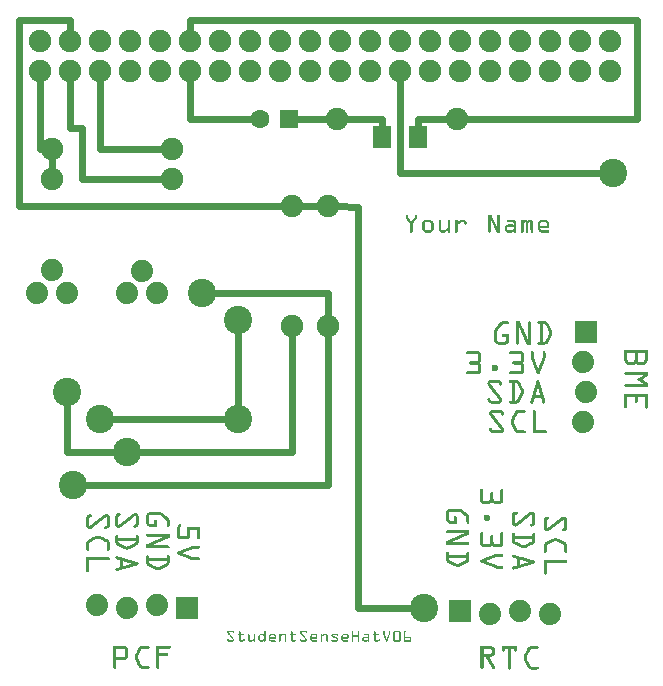
<source format=gtl>
G04 MADE WITH FRITZING*
G04 WWW.FRITZING.ORG*
G04 DOUBLE SIDED*
G04 HOLES PLATED*
G04 CONTOUR ON CENTER OF CONTOUR VECTOR*
%ASAXBY*%
%FSLAX23Y23*%
%MOIN*%
%OFA0B0*%
%SFA1.0B1.0*%
%ADD10C,0.075000*%
%ADD11C,0.094488*%
%ADD12C,0.075361*%
%ADD13C,0.062992*%
%ADD14C,0.074000*%
%ADD15R,0.062992X0.074803*%
%ADD16R,0.062992X0.062992*%
%ADD17C,0.024000*%
%ADD18R,0.001000X0.001000*%
%LNCOPPER1*%
G90*
G70*
G54D10*
X1090Y1885D03*
X1490Y1885D03*
G54D11*
X2010Y1705D03*
X300Y885D03*
X640Y1305D03*
X190Y975D03*
X760Y885D03*
X760Y1215D03*
X390Y775D03*
X1380Y255D03*
X210Y665D03*
G54D12*
X100Y2045D03*
X200Y2045D03*
X300Y2045D03*
X400Y2045D03*
X500Y2045D03*
X600Y2045D03*
X700Y2045D03*
X800Y2045D03*
X900Y2045D03*
X1000Y2045D03*
X1100Y2045D03*
X1200Y2045D03*
X1300Y2045D03*
X1400Y2045D03*
X1500Y2045D03*
X1600Y2045D03*
X1700Y2045D03*
X1800Y2045D03*
X1900Y2045D03*
X2000Y2045D03*
X2000Y2145D03*
X1900Y2145D03*
X1800Y2145D03*
X1700Y2145D03*
X1600Y2145D03*
X1500Y2145D03*
X1400Y2145D03*
X1300Y2145D03*
X1200Y2145D03*
X1100Y2145D03*
X1000Y2145D03*
X900Y2145D03*
X800Y2145D03*
X700Y2145D03*
X600Y2145D03*
X500Y2145D03*
X400Y2145D03*
X300Y2145D03*
X200Y2145D03*
X100Y2145D03*
G54D13*
X930Y1885D03*
X832Y1885D03*
G54D10*
X1060Y1595D03*
X1060Y1195D03*
X940Y1595D03*
X940Y1195D03*
X140Y1685D03*
X540Y1685D03*
X140Y1785D03*
X540Y1785D03*
G54D14*
X1920Y1175D03*
X1910Y1075D03*
X1920Y975D03*
X1910Y875D03*
X1920Y1175D03*
X1910Y1075D03*
X1920Y975D03*
X1910Y875D03*
X1500Y245D03*
X1600Y235D03*
X1700Y245D03*
X1800Y235D03*
X1500Y245D03*
X1600Y235D03*
X1700Y245D03*
X1800Y235D03*
X390Y1305D03*
X440Y1380D03*
X490Y1305D03*
X390Y1305D03*
X440Y1380D03*
X490Y1305D03*
X89Y1307D03*
X139Y1382D03*
X189Y1307D03*
X89Y1307D03*
X139Y1382D03*
X189Y1307D03*
X590Y255D03*
X490Y265D03*
X390Y255D03*
X290Y265D03*
X590Y255D03*
X490Y265D03*
X390Y255D03*
X290Y265D03*
G54D15*
X1238Y1825D03*
X1360Y1825D03*
G54D16*
X930Y1885D03*
G54D17*
X1360Y1885D02*
X1360Y1857D01*
D02*
X1462Y1885D02*
X1360Y1885D01*
D02*
X1240Y1885D02*
X1239Y1857D01*
D02*
X1119Y1885D02*
X1240Y1885D01*
D02*
X1062Y1885D02*
X957Y1885D01*
D02*
X760Y912D02*
X760Y1188D01*
D02*
X733Y885D02*
X327Y885D01*
D02*
X600Y2215D02*
X600Y2177D01*
D02*
X1300Y1705D02*
X1300Y2014D01*
D02*
X1983Y1705D02*
X1300Y1705D01*
D02*
X240Y1856D02*
X240Y1685D01*
D02*
X200Y1856D02*
X240Y1856D01*
D02*
X200Y2014D02*
X200Y1856D01*
D02*
X240Y1685D02*
X512Y1685D01*
D02*
X140Y1757D02*
X140Y1714D01*
D02*
X100Y1785D02*
X112Y1785D01*
D02*
X100Y2014D02*
X100Y1785D01*
D02*
X30Y1595D02*
X30Y2216D01*
D02*
X30Y2216D02*
X200Y2216D01*
D02*
X200Y2216D02*
X200Y2177D01*
D02*
X912Y1595D02*
X30Y1595D01*
D02*
X2088Y1885D02*
X2088Y2215D01*
D02*
X2088Y2215D02*
X600Y2215D01*
D02*
X1519Y1885D02*
X2088Y1885D01*
D02*
X600Y1885D02*
X805Y1885D01*
D02*
X600Y2014D02*
X600Y1885D01*
D02*
X300Y2014D02*
X300Y1785D01*
D02*
X300Y1785D02*
X512Y1785D01*
D02*
X940Y775D02*
X940Y1167D01*
D02*
X417Y775D02*
X940Y775D01*
D02*
X190Y775D02*
X363Y775D01*
D02*
X190Y948D02*
X190Y775D01*
D02*
X1060Y1224D02*
X1060Y1305D01*
D02*
X1060Y1305D02*
X667Y1305D01*
D02*
X1032Y1595D02*
X969Y1595D01*
D02*
X1060Y665D02*
X1060Y1167D01*
D02*
X237Y665D02*
X1060Y665D01*
D02*
X1159Y1594D02*
X1089Y1595D01*
D02*
X1159Y255D02*
X1159Y1594D01*
D02*
X1353Y255D02*
X1159Y255D01*
G54D18*
X1319Y1566D02*
X1323Y1566D01*
X1350Y1566D02*
X1353Y1566D01*
X1593Y1566D02*
X1603Y1566D01*
X1626Y1566D02*
X1629Y1566D01*
X1318Y1565D02*
X1324Y1565D01*
X1349Y1565D02*
X1354Y1565D01*
X1593Y1565D02*
X1603Y1565D01*
X1625Y1565D02*
X1630Y1565D01*
X1318Y1564D02*
X1324Y1564D01*
X1348Y1564D02*
X1355Y1564D01*
X1593Y1564D02*
X1604Y1564D01*
X1624Y1564D02*
X1630Y1564D01*
X1318Y1563D02*
X1324Y1563D01*
X1348Y1563D02*
X1355Y1563D01*
X1593Y1563D02*
X1604Y1563D01*
X1624Y1563D02*
X1631Y1563D01*
X1318Y1562D02*
X1324Y1562D01*
X1348Y1562D02*
X1355Y1562D01*
X1593Y1562D02*
X1605Y1562D01*
X1624Y1562D02*
X1631Y1562D01*
X1318Y1561D02*
X1324Y1561D01*
X1348Y1561D02*
X1355Y1561D01*
X1593Y1561D02*
X1605Y1561D01*
X1624Y1561D02*
X1631Y1561D01*
X1318Y1560D02*
X1324Y1560D01*
X1348Y1560D02*
X1355Y1560D01*
X1593Y1560D02*
X1606Y1560D01*
X1624Y1560D02*
X1631Y1560D01*
X1318Y1559D02*
X1324Y1559D01*
X1348Y1559D02*
X1355Y1559D01*
X1593Y1559D02*
X1606Y1559D01*
X1624Y1559D02*
X1631Y1559D01*
X1318Y1558D02*
X1324Y1558D01*
X1348Y1558D02*
X1355Y1558D01*
X1593Y1558D02*
X1606Y1558D01*
X1624Y1558D02*
X1631Y1558D01*
X1318Y1557D02*
X1325Y1557D01*
X1347Y1557D02*
X1355Y1557D01*
X1593Y1557D02*
X1607Y1557D01*
X1624Y1557D02*
X1631Y1557D01*
X1318Y1556D02*
X1326Y1556D01*
X1347Y1556D02*
X1355Y1556D01*
X1593Y1556D02*
X1607Y1556D01*
X1624Y1556D02*
X1631Y1556D01*
X1318Y1555D02*
X1326Y1555D01*
X1346Y1555D02*
X1355Y1555D01*
X1593Y1555D02*
X1608Y1555D01*
X1624Y1555D02*
X1631Y1555D01*
X1318Y1554D02*
X1327Y1554D01*
X1345Y1554D02*
X1354Y1554D01*
X1593Y1554D02*
X1608Y1554D01*
X1624Y1554D02*
X1631Y1554D01*
X1319Y1553D02*
X1328Y1553D01*
X1344Y1553D02*
X1353Y1553D01*
X1593Y1553D02*
X1609Y1553D01*
X1624Y1553D02*
X1631Y1553D01*
X1320Y1552D02*
X1329Y1552D01*
X1344Y1552D02*
X1352Y1552D01*
X1593Y1552D02*
X1609Y1552D01*
X1624Y1552D02*
X1631Y1552D01*
X1321Y1551D02*
X1330Y1551D01*
X1343Y1551D02*
X1352Y1551D01*
X1593Y1551D02*
X1600Y1551D01*
X1602Y1551D02*
X1609Y1551D01*
X1624Y1551D02*
X1631Y1551D01*
X1322Y1550D02*
X1330Y1550D01*
X1342Y1550D02*
X1351Y1550D01*
X1384Y1550D02*
X1399Y1550D01*
X1430Y1550D02*
X1432Y1550D01*
X1460Y1550D02*
X1463Y1550D01*
X1485Y1550D02*
X1488Y1550D01*
X1500Y1550D02*
X1512Y1550D01*
X1593Y1550D02*
X1600Y1550D01*
X1602Y1550D02*
X1610Y1550D01*
X1624Y1550D02*
X1631Y1550D01*
X1658Y1550D02*
X1676Y1550D01*
X1705Y1550D02*
X1708Y1550D01*
X1714Y1550D02*
X1719Y1550D01*
X1730Y1550D02*
X1733Y1550D01*
X1770Y1550D02*
X1785Y1550D01*
X1322Y1549D02*
X1331Y1549D01*
X1341Y1549D02*
X1350Y1549D01*
X1381Y1549D02*
X1401Y1549D01*
X1429Y1549D02*
X1434Y1549D01*
X1459Y1549D02*
X1464Y1549D01*
X1484Y1549D02*
X1489Y1549D01*
X1499Y1549D02*
X1514Y1549D01*
X1593Y1549D02*
X1600Y1549D01*
X1603Y1549D02*
X1610Y1549D01*
X1624Y1549D02*
X1631Y1549D01*
X1657Y1549D02*
X1679Y1549D01*
X1704Y1549D02*
X1709Y1549D01*
X1712Y1549D02*
X1721Y1549D01*
X1728Y1549D02*
X1736Y1549D01*
X1768Y1549D02*
X1787Y1549D01*
X1323Y1548D02*
X1332Y1548D01*
X1340Y1548D02*
X1349Y1548D01*
X1380Y1548D02*
X1403Y1548D01*
X1428Y1548D02*
X1434Y1548D01*
X1459Y1548D02*
X1465Y1548D01*
X1483Y1548D02*
X1490Y1548D01*
X1498Y1548D02*
X1516Y1548D01*
X1593Y1548D02*
X1600Y1548D01*
X1603Y1548D02*
X1611Y1548D01*
X1624Y1548D02*
X1631Y1548D01*
X1656Y1548D02*
X1680Y1548D01*
X1703Y1548D02*
X1722Y1548D01*
X1726Y1548D02*
X1737Y1548D01*
X1766Y1548D02*
X1789Y1548D01*
X1324Y1547D02*
X1333Y1547D01*
X1340Y1547D02*
X1349Y1547D01*
X1379Y1547D02*
X1404Y1547D01*
X1428Y1547D02*
X1435Y1547D01*
X1458Y1547D02*
X1465Y1547D01*
X1483Y1547D02*
X1490Y1547D01*
X1497Y1547D02*
X1517Y1547D01*
X1593Y1547D02*
X1600Y1547D01*
X1604Y1547D02*
X1611Y1547D01*
X1624Y1547D02*
X1631Y1547D01*
X1656Y1547D02*
X1681Y1547D01*
X1703Y1547D02*
X1738Y1547D01*
X1765Y1547D02*
X1790Y1547D01*
X1325Y1546D02*
X1333Y1546D01*
X1339Y1546D02*
X1348Y1546D01*
X1378Y1546D02*
X1405Y1546D01*
X1428Y1546D02*
X1435Y1546D01*
X1458Y1546D02*
X1465Y1546D01*
X1483Y1546D02*
X1490Y1546D01*
X1495Y1546D02*
X1518Y1546D01*
X1593Y1546D02*
X1600Y1546D01*
X1604Y1546D02*
X1612Y1546D01*
X1624Y1546D02*
X1631Y1546D01*
X1656Y1546D02*
X1682Y1546D01*
X1703Y1546D02*
X1739Y1546D01*
X1764Y1546D02*
X1791Y1546D01*
X1325Y1545D02*
X1334Y1545D01*
X1338Y1545D02*
X1347Y1545D01*
X1376Y1545D02*
X1406Y1545D01*
X1428Y1545D02*
X1435Y1545D01*
X1458Y1545D02*
X1465Y1545D01*
X1483Y1545D02*
X1490Y1545D01*
X1494Y1545D02*
X1518Y1545D01*
X1593Y1545D02*
X1600Y1545D01*
X1605Y1545D02*
X1612Y1545D01*
X1624Y1545D02*
X1631Y1545D01*
X1656Y1545D02*
X1683Y1545D01*
X1703Y1545D02*
X1739Y1545D01*
X1763Y1545D02*
X1792Y1545D01*
X1326Y1544D02*
X1335Y1544D01*
X1337Y1544D02*
X1346Y1544D01*
X1376Y1544D02*
X1407Y1544D01*
X1428Y1544D02*
X1435Y1544D01*
X1458Y1544D02*
X1465Y1544D01*
X1483Y1544D02*
X1490Y1544D01*
X1493Y1544D02*
X1519Y1544D01*
X1593Y1544D02*
X1600Y1544D01*
X1605Y1544D02*
X1613Y1544D01*
X1624Y1544D02*
X1631Y1544D01*
X1657Y1544D02*
X1684Y1544D01*
X1703Y1544D02*
X1740Y1544D01*
X1762Y1544D02*
X1793Y1544D01*
X1327Y1543D02*
X1345Y1543D01*
X1375Y1543D02*
X1408Y1543D01*
X1428Y1543D02*
X1435Y1543D01*
X1458Y1543D02*
X1465Y1543D01*
X1483Y1543D02*
X1490Y1543D01*
X1492Y1543D02*
X1519Y1543D01*
X1593Y1543D02*
X1600Y1543D01*
X1605Y1543D02*
X1613Y1543D01*
X1624Y1543D02*
X1631Y1543D01*
X1659Y1543D02*
X1684Y1543D01*
X1703Y1543D02*
X1740Y1543D01*
X1761Y1543D02*
X1794Y1543D01*
X1328Y1542D02*
X1345Y1542D01*
X1374Y1542D02*
X1384Y1542D01*
X1399Y1542D02*
X1409Y1542D01*
X1428Y1542D02*
X1435Y1542D01*
X1458Y1542D02*
X1465Y1542D01*
X1483Y1542D02*
X1502Y1542D01*
X1512Y1542D02*
X1520Y1542D01*
X1593Y1542D02*
X1600Y1542D01*
X1606Y1542D02*
X1613Y1542D01*
X1624Y1542D02*
X1631Y1542D01*
X1676Y1542D02*
X1684Y1542D01*
X1703Y1542D02*
X1715Y1542D01*
X1719Y1542D02*
X1730Y1542D01*
X1733Y1542D02*
X1740Y1542D01*
X1760Y1542D02*
X1770Y1542D01*
X1785Y1542D02*
X1795Y1542D01*
X1329Y1541D02*
X1344Y1541D01*
X1374Y1541D02*
X1383Y1541D01*
X1400Y1541D02*
X1409Y1541D01*
X1428Y1541D02*
X1435Y1541D01*
X1458Y1541D02*
X1465Y1541D01*
X1483Y1541D02*
X1501Y1541D01*
X1513Y1541D02*
X1520Y1541D01*
X1593Y1541D02*
X1600Y1541D01*
X1606Y1541D02*
X1614Y1541D01*
X1624Y1541D02*
X1631Y1541D01*
X1677Y1541D02*
X1684Y1541D01*
X1703Y1541D02*
X1714Y1541D01*
X1719Y1541D02*
X1729Y1541D01*
X1734Y1541D02*
X1740Y1541D01*
X1760Y1541D02*
X1769Y1541D01*
X1786Y1541D02*
X1795Y1541D01*
X1329Y1540D02*
X1343Y1540D01*
X1373Y1540D02*
X1381Y1540D01*
X1401Y1540D02*
X1409Y1540D01*
X1428Y1540D02*
X1435Y1540D01*
X1458Y1540D02*
X1465Y1540D01*
X1483Y1540D02*
X1499Y1540D01*
X1513Y1540D02*
X1520Y1540D01*
X1593Y1540D02*
X1600Y1540D01*
X1607Y1540D02*
X1614Y1540D01*
X1624Y1540D02*
X1631Y1540D01*
X1678Y1540D02*
X1685Y1540D01*
X1703Y1540D02*
X1712Y1540D01*
X1719Y1540D02*
X1728Y1540D01*
X1734Y1540D02*
X1740Y1540D01*
X1759Y1540D02*
X1767Y1540D01*
X1788Y1540D02*
X1795Y1540D01*
X1330Y1539D02*
X1342Y1539D01*
X1373Y1539D02*
X1380Y1539D01*
X1402Y1539D02*
X1410Y1539D01*
X1428Y1539D02*
X1435Y1539D01*
X1458Y1539D02*
X1465Y1539D01*
X1483Y1539D02*
X1498Y1539D01*
X1513Y1539D02*
X1520Y1539D01*
X1593Y1539D02*
X1600Y1539D01*
X1607Y1539D02*
X1615Y1539D01*
X1624Y1539D02*
X1631Y1539D01*
X1678Y1539D02*
X1685Y1539D01*
X1703Y1539D02*
X1711Y1539D01*
X1719Y1539D02*
X1726Y1539D01*
X1734Y1539D02*
X1740Y1539D01*
X1759Y1539D02*
X1767Y1539D01*
X1788Y1539D02*
X1796Y1539D01*
X1331Y1538D02*
X1341Y1538D01*
X1373Y1538D02*
X1380Y1538D01*
X1403Y1538D02*
X1410Y1538D01*
X1428Y1538D02*
X1435Y1538D01*
X1458Y1538D02*
X1465Y1538D01*
X1483Y1538D02*
X1497Y1538D01*
X1513Y1538D02*
X1520Y1538D01*
X1593Y1538D02*
X1600Y1538D01*
X1608Y1538D02*
X1615Y1538D01*
X1624Y1538D02*
X1631Y1538D01*
X1678Y1538D02*
X1685Y1538D01*
X1703Y1538D02*
X1710Y1538D01*
X1719Y1538D02*
X1726Y1538D01*
X1734Y1538D02*
X1740Y1538D01*
X1759Y1538D02*
X1766Y1538D01*
X1789Y1538D02*
X1796Y1538D01*
X1332Y1537D02*
X1341Y1537D01*
X1373Y1537D02*
X1380Y1537D01*
X1403Y1537D02*
X1410Y1537D01*
X1428Y1537D02*
X1435Y1537D01*
X1458Y1537D02*
X1465Y1537D01*
X1483Y1537D02*
X1496Y1537D01*
X1514Y1537D02*
X1520Y1537D01*
X1593Y1537D02*
X1600Y1537D01*
X1608Y1537D02*
X1616Y1537D01*
X1624Y1537D02*
X1631Y1537D01*
X1678Y1537D02*
X1685Y1537D01*
X1703Y1537D02*
X1710Y1537D01*
X1719Y1537D02*
X1726Y1537D01*
X1734Y1537D02*
X1740Y1537D01*
X1759Y1537D02*
X1766Y1537D01*
X1789Y1537D02*
X1796Y1537D01*
X1332Y1536D02*
X1340Y1536D01*
X1373Y1536D02*
X1380Y1536D01*
X1403Y1536D02*
X1410Y1536D01*
X1428Y1536D02*
X1435Y1536D01*
X1458Y1536D02*
X1465Y1536D01*
X1483Y1536D02*
X1495Y1536D01*
X1514Y1536D02*
X1520Y1536D01*
X1593Y1536D02*
X1600Y1536D01*
X1609Y1536D02*
X1616Y1536D01*
X1624Y1536D02*
X1631Y1536D01*
X1678Y1536D02*
X1685Y1536D01*
X1703Y1536D02*
X1710Y1536D01*
X1719Y1536D02*
X1726Y1536D01*
X1734Y1536D02*
X1740Y1536D01*
X1759Y1536D02*
X1766Y1536D01*
X1789Y1536D02*
X1796Y1536D01*
X1333Y1535D02*
X1340Y1535D01*
X1373Y1535D02*
X1380Y1535D01*
X1403Y1535D02*
X1410Y1535D01*
X1428Y1535D02*
X1435Y1535D01*
X1458Y1535D02*
X1465Y1535D01*
X1483Y1535D02*
X1494Y1535D01*
X1514Y1535D02*
X1520Y1535D01*
X1593Y1535D02*
X1600Y1535D01*
X1609Y1535D02*
X1616Y1535D01*
X1624Y1535D02*
X1631Y1535D01*
X1678Y1535D02*
X1685Y1535D01*
X1703Y1535D02*
X1710Y1535D01*
X1719Y1535D02*
X1726Y1535D01*
X1734Y1535D02*
X1740Y1535D01*
X1759Y1535D02*
X1766Y1535D01*
X1789Y1535D02*
X1796Y1535D01*
X1333Y1534D02*
X1340Y1534D01*
X1373Y1534D02*
X1380Y1534D01*
X1403Y1534D02*
X1410Y1534D01*
X1428Y1534D02*
X1435Y1534D01*
X1458Y1534D02*
X1465Y1534D01*
X1483Y1534D02*
X1492Y1534D01*
X1515Y1534D02*
X1519Y1534D01*
X1593Y1534D02*
X1600Y1534D01*
X1609Y1534D02*
X1617Y1534D01*
X1624Y1534D02*
X1631Y1534D01*
X1658Y1534D02*
X1676Y1534D01*
X1678Y1534D02*
X1685Y1534D01*
X1703Y1534D02*
X1710Y1534D01*
X1719Y1534D02*
X1726Y1534D01*
X1734Y1534D02*
X1741Y1534D01*
X1759Y1534D02*
X1766Y1534D01*
X1789Y1534D02*
X1796Y1534D01*
X1333Y1533D02*
X1340Y1533D01*
X1373Y1533D02*
X1380Y1533D01*
X1403Y1533D02*
X1410Y1533D01*
X1428Y1533D02*
X1435Y1533D01*
X1458Y1533D02*
X1465Y1533D01*
X1483Y1533D02*
X1491Y1533D01*
X1593Y1533D02*
X1600Y1533D01*
X1610Y1533D02*
X1617Y1533D01*
X1624Y1533D02*
X1631Y1533D01*
X1655Y1533D02*
X1685Y1533D01*
X1703Y1533D02*
X1710Y1533D01*
X1719Y1533D02*
X1726Y1533D01*
X1734Y1533D02*
X1741Y1533D01*
X1759Y1533D02*
X1766Y1533D01*
X1789Y1533D02*
X1796Y1533D01*
X1333Y1532D02*
X1340Y1532D01*
X1373Y1532D02*
X1380Y1532D01*
X1403Y1532D02*
X1410Y1532D01*
X1428Y1532D02*
X1435Y1532D01*
X1458Y1532D02*
X1465Y1532D01*
X1483Y1532D02*
X1490Y1532D01*
X1593Y1532D02*
X1600Y1532D01*
X1610Y1532D02*
X1618Y1532D01*
X1624Y1532D02*
X1631Y1532D01*
X1653Y1532D02*
X1685Y1532D01*
X1703Y1532D02*
X1710Y1532D01*
X1719Y1532D02*
X1726Y1532D01*
X1734Y1532D02*
X1741Y1532D01*
X1759Y1532D02*
X1766Y1532D01*
X1789Y1532D02*
X1796Y1532D01*
X1333Y1531D02*
X1340Y1531D01*
X1373Y1531D02*
X1380Y1531D01*
X1403Y1531D02*
X1410Y1531D01*
X1428Y1531D02*
X1435Y1531D01*
X1458Y1531D02*
X1465Y1531D01*
X1483Y1531D02*
X1490Y1531D01*
X1593Y1531D02*
X1600Y1531D01*
X1611Y1531D02*
X1618Y1531D01*
X1624Y1531D02*
X1631Y1531D01*
X1652Y1531D02*
X1685Y1531D01*
X1703Y1531D02*
X1710Y1531D01*
X1719Y1531D02*
X1726Y1531D01*
X1734Y1531D02*
X1741Y1531D01*
X1759Y1531D02*
X1766Y1531D01*
X1789Y1531D02*
X1796Y1531D01*
X1333Y1530D02*
X1340Y1530D01*
X1373Y1530D02*
X1380Y1530D01*
X1403Y1530D02*
X1410Y1530D01*
X1428Y1530D02*
X1435Y1530D01*
X1458Y1530D02*
X1465Y1530D01*
X1483Y1530D02*
X1490Y1530D01*
X1593Y1530D02*
X1600Y1530D01*
X1611Y1530D02*
X1619Y1530D01*
X1624Y1530D02*
X1631Y1530D01*
X1651Y1530D02*
X1685Y1530D01*
X1703Y1530D02*
X1710Y1530D01*
X1719Y1530D02*
X1726Y1530D01*
X1734Y1530D02*
X1741Y1530D01*
X1759Y1530D02*
X1796Y1530D01*
X1333Y1529D02*
X1340Y1529D01*
X1373Y1529D02*
X1380Y1529D01*
X1403Y1529D02*
X1410Y1529D01*
X1429Y1529D02*
X1435Y1529D01*
X1458Y1529D02*
X1465Y1529D01*
X1483Y1529D02*
X1490Y1529D01*
X1593Y1529D02*
X1600Y1529D01*
X1612Y1529D02*
X1619Y1529D01*
X1624Y1529D02*
X1631Y1529D01*
X1650Y1529D02*
X1685Y1529D01*
X1703Y1529D02*
X1710Y1529D01*
X1719Y1529D02*
X1726Y1529D01*
X1734Y1529D02*
X1741Y1529D01*
X1759Y1529D02*
X1796Y1529D01*
X1333Y1528D02*
X1340Y1528D01*
X1373Y1528D02*
X1380Y1528D01*
X1403Y1528D02*
X1410Y1528D01*
X1429Y1528D02*
X1435Y1528D01*
X1458Y1528D02*
X1465Y1528D01*
X1483Y1528D02*
X1490Y1528D01*
X1593Y1528D02*
X1600Y1528D01*
X1612Y1528D02*
X1620Y1528D01*
X1624Y1528D02*
X1631Y1528D01*
X1650Y1528D02*
X1685Y1528D01*
X1703Y1528D02*
X1710Y1528D01*
X1719Y1528D02*
X1726Y1528D01*
X1734Y1528D02*
X1741Y1528D01*
X1759Y1528D02*
X1796Y1528D01*
X1333Y1527D02*
X1340Y1527D01*
X1373Y1527D02*
X1380Y1527D01*
X1403Y1527D02*
X1410Y1527D01*
X1429Y1527D02*
X1435Y1527D01*
X1458Y1527D02*
X1465Y1527D01*
X1483Y1527D02*
X1490Y1527D01*
X1593Y1527D02*
X1600Y1527D01*
X1612Y1527D02*
X1620Y1527D01*
X1624Y1527D02*
X1631Y1527D01*
X1649Y1527D02*
X1685Y1527D01*
X1703Y1527D02*
X1710Y1527D01*
X1719Y1527D02*
X1726Y1527D01*
X1734Y1527D02*
X1741Y1527D01*
X1759Y1527D02*
X1796Y1527D01*
X1333Y1526D02*
X1340Y1526D01*
X1373Y1526D02*
X1380Y1526D01*
X1403Y1526D02*
X1410Y1526D01*
X1429Y1526D02*
X1435Y1526D01*
X1458Y1526D02*
X1465Y1526D01*
X1483Y1526D02*
X1490Y1526D01*
X1593Y1526D02*
X1600Y1526D01*
X1613Y1526D02*
X1620Y1526D01*
X1624Y1526D02*
X1631Y1526D01*
X1649Y1526D02*
X1657Y1526D01*
X1676Y1526D02*
X1685Y1526D01*
X1703Y1526D02*
X1710Y1526D01*
X1719Y1526D02*
X1726Y1526D01*
X1734Y1526D02*
X1741Y1526D01*
X1759Y1526D02*
X1796Y1526D01*
X1333Y1525D02*
X1340Y1525D01*
X1373Y1525D02*
X1380Y1525D01*
X1403Y1525D02*
X1410Y1525D01*
X1429Y1525D02*
X1435Y1525D01*
X1458Y1525D02*
X1465Y1525D01*
X1483Y1525D02*
X1490Y1525D01*
X1593Y1525D02*
X1600Y1525D01*
X1613Y1525D02*
X1621Y1525D01*
X1624Y1525D02*
X1631Y1525D01*
X1649Y1525D02*
X1656Y1525D01*
X1678Y1525D02*
X1685Y1525D01*
X1703Y1525D02*
X1710Y1525D01*
X1719Y1525D02*
X1726Y1525D01*
X1734Y1525D02*
X1741Y1525D01*
X1759Y1525D02*
X1795Y1525D01*
X1333Y1524D02*
X1340Y1524D01*
X1373Y1524D02*
X1380Y1524D01*
X1403Y1524D02*
X1410Y1524D01*
X1429Y1524D02*
X1435Y1524D01*
X1458Y1524D02*
X1465Y1524D01*
X1483Y1524D02*
X1490Y1524D01*
X1593Y1524D02*
X1600Y1524D01*
X1614Y1524D02*
X1621Y1524D01*
X1624Y1524D02*
X1631Y1524D01*
X1649Y1524D02*
X1656Y1524D01*
X1678Y1524D02*
X1685Y1524D01*
X1703Y1524D02*
X1710Y1524D01*
X1719Y1524D02*
X1726Y1524D01*
X1734Y1524D02*
X1741Y1524D01*
X1759Y1524D02*
X1794Y1524D01*
X1333Y1523D02*
X1340Y1523D01*
X1373Y1523D02*
X1380Y1523D01*
X1403Y1523D02*
X1410Y1523D01*
X1429Y1523D02*
X1435Y1523D01*
X1458Y1523D02*
X1465Y1523D01*
X1483Y1523D02*
X1490Y1523D01*
X1593Y1523D02*
X1600Y1523D01*
X1614Y1523D02*
X1622Y1523D01*
X1624Y1523D02*
X1631Y1523D01*
X1649Y1523D02*
X1655Y1523D01*
X1678Y1523D02*
X1685Y1523D01*
X1703Y1523D02*
X1710Y1523D01*
X1719Y1523D02*
X1726Y1523D01*
X1734Y1523D02*
X1741Y1523D01*
X1759Y1523D02*
X1766Y1523D01*
X1333Y1522D02*
X1340Y1522D01*
X1373Y1522D02*
X1380Y1522D01*
X1403Y1522D02*
X1410Y1522D01*
X1429Y1522D02*
X1435Y1522D01*
X1457Y1522D02*
X1465Y1522D01*
X1483Y1522D02*
X1490Y1522D01*
X1593Y1522D02*
X1600Y1522D01*
X1615Y1522D02*
X1622Y1522D01*
X1624Y1522D02*
X1631Y1522D01*
X1649Y1522D02*
X1655Y1522D01*
X1678Y1522D02*
X1685Y1522D01*
X1703Y1522D02*
X1710Y1522D01*
X1719Y1522D02*
X1726Y1522D01*
X1734Y1522D02*
X1741Y1522D01*
X1759Y1522D02*
X1766Y1522D01*
X1333Y1521D02*
X1340Y1521D01*
X1373Y1521D02*
X1380Y1521D01*
X1403Y1521D02*
X1410Y1521D01*
X1429Y1521D02*
X1436Y1521D01*
X1456Y1521D02*
X1465Y1521D01*
X1483Y1521D02*
X1490Y1521D01*
X1593Y1521D02*
X1600Y1521D01*
X1615Y1521D02*
X1631Y1521D01*
X1649Y1521D02*
X1655Y1521D01*
X1678Y1521D02*
X1685Y1521D01*
X1703Y1521D02*
X1710Y1521D01*
X1719Y1521D02*
X1726Y1521D01*
X1734Y1521D02*
X1741Y1521D01*
X1759Y1521D02*
X1766Y1521D01*
X1333Y1520D02*
X1340Y1520D01*
X1373Y1520D02*
X1380Y1520D01*
X1403Y1520D02*
X1410Y1520D01*
X1429Y1520D02*
X1436Y1520D01*
X1454Y1520D02*
X1465Y1520D01*
X1483Y1520D02*
X1490Y1520D01*
X1593Y1520D02*
X1600Y1520D01*
X1616Y1520D02*
X1631Y1520D01*
X1649Y1520D02*
X1655Y1520D01*
X1678Y1520D02*
X1685Y1520D01*
X1703Y1520D02*
X1710Y1520D01*
X1719Y1520D02*
X1726Y1520D01*
X1734Y1520D02*
X1741Y1520D01*
X1759Y1520D02*
X1766Y1520D01*
X1333Y1519D02*
X1340Y1519D01*
X1373Y1519D02*
X1380Y1519D01*
X1403Y1519D02*
X1410Y1519D01*
X1429Y1519D02*
X1436Y1519D01*
X1453Y1519D02*
X1465Y1519D01*
X1483Y1519D02*
X1490Y1519D01*
X1593Y1519D02*
X1600Y1519D01*
X1616Y1519D02*
X1631Y1519D01*
X1649Y1519D02*
X1655Y1519D01*
X1678Y1519D02*
X1685Y1519D01*
X1703Y1519D02*
X1710Y1519D01*
X1719Y1519D02*
X1726Y1519D01*
X1734Y1519D02*
X1741Y1519D01*
X1759Y1519D02*
X1766Y1519D01*
X1333Y1518D02*
X1340Y1518D01*
X1373Y1518D02*
X1381Y1518D01*
X1402Y1518D02*
X1410Y1518D01*
X1429Y1518D02*
X1436Y1518D01*
X1451Y1518D02*
X1465Y1518D01*
X1483Y1518D02*
X1490Y1518D01*
X1593Y1518D02*
X1600Y1518D01*
X1616Y1518D02*
X1631Y1518D01*
X1649Y1518D02*
X1655Y1518D01*
X1676Y1518D02*
X1685Y1518D01*
X1703Y1518D02*
X1710Y1518D01*
X1719Y1518D02*
X1726Y1518D01*
X1734Y1518D02*
X1741Y1518D01*
X1759Y1518D02*
X1767Y1518D01*
X1333Y1517D02*
X1340Y1517D01*
X1373Y1517D02*
X1382Y1517D01*
X1401Y1517D02*
X1409Y1517D01*
X1429Y1517D02*
X1436Y1517D01*
X1449Y1517D02*
X1465Y1517D01*
X1483Y1517D02*
X1490Y1517D01*
X1593Y1517D02*
X1600Y1517D01*
X1617Y1517D02*
X1631Y1517D01*
X1649Y1517D02*
X1656Y1517D01*
X1674Y1517D02*
X1685Y1517D01*
X1703Y1517D02*
X1710Y1517D01*
X1719Y1517D02*
X1726Y1517D01*
X1734Y1517D02*
X1741Y1517D01*
X1759Y1517D02*
X1768Y1517D01*
X1333Y1516D02*
X1340Y1516D01*
X1374Y1516D02*
X1383Y1516D01*
X1400Y1516D02*
X1409Y1516D01*
X1429Y1516D02*
X1437Y1516D01*
X1448Y1516D02*
X1465Y1516D01*
X1483Y1516D02*
X1490Y1516D01*
X1593Y1516D02*
X1600Y1516D01*
X1617Y1516D02*
X1631Y1516D01*
X1649Y1516D02*
X1656Y1516D01*
X1673Y1516D02*
X1686Y1516D01*
X1703Y1516D02*
X1710Y1516D01*
X1719Y1516D02*
X1726Y1516D01*
X1734Y1516D02*
X1741Y1516D01*
X1760Y1516D02*
X1769Y1516D01*
X1333Y1515D02*
X1340Y1515D01*
X1374Y1515D02*
X1385Y1515D01*
X1398Y1515D02*
X1408Y1515D01*
X1429Y1515D02*
X1438Y1515D01*
X1446Y1515D02*
X1465Y1515D01*
X1483Y1515D02*
X1490Y1515D01*
X1593Y1515D02*
X1600Y1515D01*
X1618Y1515D02*
X1631Y1515D01*
X1649Y1515D02*
X1658Y1515D01*
X1671Y1515D02*
X1686Y1515D01*
X1703Y1515D02*
X1710Y1515D01*
X1719Y1515D02*
X1726Y1515D01*
X1734Y1515D02*
X1741Y1515D01*
X1760Y1515D02*
X1771Y1515D01*
X1333Y1514D02*
X1340Y1514D01*
X1375Y1514D02*
X1408Y1514D01*
X1430Y1514D02*
X1465Y1514D01*
X1483Y1514D02*
X1490Y1514D01*
X1593Y1514D02*
X1600Y1514D01*
X1618Y1514D02*
X1631Y1514D01*
X1649Y1514D02*
X1686Y1514D01*
X1703Y1514D02*
X1710Y1514D01*
X1719Y1514D02*
X1726Y1514D01*
X1735Y1514D02*
X1741Y1514D01*
X1761Y1514D02*
X1794Y1514D01*
X1333Y1513D02*
X1340Y1513D01*
X1376Y1513D02*
X1407Y1513D01*
X1430Y1513D02*
X1465Y1513D01*
X1483Y1513D02*
X1490Y1513D01*
X1593Y1513D02*
X1600Y1513D01*
X1619Y1513D02*
X1631Y1513D01*
X1650Y1513D02*
X1686Y1513D01*
X1703Y1513D02*
X1710Y1513D01*
X1719Y1513D02*
X1726Y1513D01*
X1735Y1513D02*
X1741Y1513D01*
X1762Y1513D02*
X1795Y1513D01*
X1333Y1512D02*
X1340Y1512D01*
X1377Y1512D02*
X1406Y1512D01*
X1431Y1512D02*
X1455Y1512D01*
X1458Y1512D02*
X1465Y1512D01*
X1483Y1512D02*
X1490Y1512D01*
X1593Y1512D02*
X1600Y1512D01*
X1619Y1512D02*
X1631Y1512D01*
X1651Y1512D02*
X1686Y1512D01*
X1703Y1512D02*
X1710Y1512D01*
X1719Y1512D02*
X1726Y1512D01*
X1735Y1512D02*
X1741Y1512D01*
X1763Y1512D02*
X1796Y1512D01*
X1333Y1511D02*
X1340Y1511D01*
X1378Y1511D02*
X1405Y1511D01*
X1432Y1511D02*
X1453Y1511D01*
X1458Y1511D02*
X1465Y1511D01*
X1483Y1511D02*
X1490Y1511D01*
X1593Y1511D02*
X1600Y1511D01*
X1620Y1511D02*
X1631Y1511D01*
X1651Y1511D02*
X1686Y1511D01*
X1703Y1511D02*
X1710Y1511D01*
X1719Y1511D02*
X1726Y1511D01*
X1735Y1511D02*
X1741Y1511D01*
X1764Y1511D02*
X1796Y1511D01*
X1333Y1510D02*
X1339Y1510D01*
X1379Y1510D02*
X1403Y1510D01*
X1433Y1510D02*
X1452Y1510D01*
X1459Y1510D02*
X1465Y1510D01*
X1483Y1510D02*
X1490Y1510D01*
X1594Y1510D02*
X1600Y1510D01*
X1620Y1510D02*
X1631Y1510D01*
X1652Y1510D02*
X1677Y1510D01*
X1679Y1510D02*
X1686Y1510D01*
X1703Y1510D02*
X1710Y1510D01*
X1719Y1510D02*
X1725Y1510D01*
X1735Y1510D02*
X1741Y1510D01*
X1765Y1510D02*
X1796Y1510D01*
X1333Y1509D02*
X1339Y1509D01*
X1381Y1509D02*
X1402Y1509D01*
X1434Y1509D02*
X1450Y1509D01*
X1459Y1509D02*
X1465Y1509D01*
X1484Y1509D02*
X1489Y1509D01*
X1594Y1509D02*
X1600Y1509D01*
X1620Y1509D02*
X1631Y1509D01*
X1654Y1509D02*
X1675Y1509D01*
X1679Y1509D02*
X1685Y1509D01*
X1704Y1509D02*
X1709Y1509D01*
X1719Y1509D02*
X1725Y1509D01*
X1735Y1509D02*
X1741Y1509D01*
X1767Y1509D02*
X1795Y1509D01*
X1334Y1508D02*
X1338Y1508D01*
X1382Y1508D02*
X1400Y1508D01*
X1436Y1508D02*
X1448Y1508D01*
X1460Y1508D02*
X1464Y1508D01*
X1484Y1508D02*
X1488Y1508D01*
X1595Y1508D02*
X1599Y1508D01*
X1621Y1508D02*
X1631Y1508D01*
X1655Y1508D02*
X1673Y1508D01*
X1680Y1508D02*
X1684Y1508D01*
X1704Y1508D02*
X1708Y1508D01*
X1720Y1508D02*
X1724Y1508D01*
X1736Y1508D02*
X1740Y1508D01*
X1768Y1508D02*
X1795Y1508D01*
X1387Y1507D02*
X1396Y1507D01*
X1440Y1507D02*
X1444Y1507D01*
X1622Y1507D02*
X1630Y1507D01*
X1659Y1507D02*
X1671Y1507D01*
X1738Y1507D02*
X1738Y1507D01*
X1772Y1507D02*
X1792Y1507D01*
X1883Y1212D02*
X1956Y1212D01*
X1639Y1211D02*
X1659Y1211D01*
X1685Y1211D02*
X1698Y1211D01*
X1728Y1211D02*
X1731Y1211D01*
X1760Y1211D02*
X1784Y1211D01*
X1883Y1211D02*
X1956Y1211D01*
X1636Y1210D02*
X1660Y1210D01*
X1685Y1210D02*
X1698Y1210D01*
X1726Y1210D02*
X1732Y1210D01*
X1759Y1210D02*
X1786Y1210D01*
X1883Y1210D02*
X1956Y1210D01*
X1634Y1209D02*
X1661Y1209D01*
X1685Y1209D02*
X1699Y1209D01*
X1726Y1209D02*
X1733Y1209D01*
X1758Y1209D02*
X1788Y1209D01*
X1883Y1209D02*
X1956Y1209D01*
X1633Y1208D02*
X1662Y1208D01*
X1685Y1208D02*
X1699Y1208D01*
X1725Y1208D02*
X1734Y1208D01*
X1757Y1208D02*
X1789Y1208D01*
X1883Y1208D02*
X1956Y1208D01*
X1632Y1207D02*
X1662Y1207D01*
X1685Y1207D02*
X1699Y1207D01*
X1725Y1207D02*
X1734Y1207D01*
X1757Y1207D02*
X1790Y1207D01*
X1883Y1207D02*
X1956Y1207D01*
X1631Y1206D02*
X1662Y1206D01*
X1685Y1206D02*
X1700Y1206D01*
X1725Y1206D02*
X1734Y1206D01*
X1757Y1206D02*
X1791Y1206D01*
X1883Y1206D02*
X1956Y1206D01*
X1630Y1205D02*
X1662Y1205D01*
X1685Y1205D02*
X1700Y1205D01*
X1725Y1205D02*
X1734Y1205D01*
X1757Y1205D02*
X1792Y1205D01*
X1883Y1205D02*
X1956Y1205D01*
X1630Y1204D02*
X1661Y1204D01*
X1685Y1204D02*
X1701Y1204D01*
X1725Y1204D02*
X1734Y1204D01*
X1758Y1204D02*
X1793Y1204D01*
X1883Y1204D02*
X1956Y1204D01*
X1629Y1203D02*
X1660Y1203D01*
X1685Y1203D02*
X1701Y1203D01*
X1725Y1203D02*
X1734Y1203D01*
X1759Y1203D02*
X1793Y1203D01*
X1883Y1203D02*
X1956Y1203D01*
X1628Y1202D02*
X1659Y1202D01*
X1685Y1202D02*
X1702Y1202D01*
X1725Y1202D02*
X1734Y1202D01*
X1760Y1202D02*
X1794Y1202D01*
X1883Y1202D02*
X1956Y1202D01*
X1627Y1201D02*
X1640Y1201D01*
X1685Y1201D02*
X1702Y1201D01*
X1725Y1201D02*
X1734Y1201D01*
X1767Y1201D02*
X1776Y1201D01*
X1783Y1201D02*
X1794Y1201D01*
X1883Y1201D02*
X1956Y1201D01*
X1626Y1200D02*
X1638Y1200D01*
X1685Y1200D02*
X1703Y1200D01*
X1725Y1200D02*
X1734Y1200D01*
X1767Y1200D02*
X1776Y1200D01*
X1784Y1200D02*
X1795Y1200D01*
X1883Y1200D02*
X1956Y1200D01*
X1626Y1199D02*
X1638Y1199D01*
X1685Y1199D02*
X1703Y1199D01*
X1725Y1199D02*
X1734Y1199D01*
X1767Y1199D02*
X1776Y1199D01*
X1785Y1199D02*
X1795Y1199D01*
X1883Y1199D02*
X1956Y1199D01*
X1625Y1198D02*
X1637Y1198D01*
X1685Y1198D02*
X1703Y1198D01*
X1725Y1198D02*
X1734Y1198D01*
X1767Y1198D02*
X1776Y1198D01*
X1785Y1198D02*
X1796Y1198D01*
X1883Y1198D02*
X1956Y1198D01*
X1624Y1197D02*
X1636Y1197D01*
X1685Y1197D02*
X1704Y1197D01*
X1725Y1197D02*
X1734Y1197D01*
X1767Y1197D02*
X1776Y1197D01*
X1786Y1197D02*
X1796Y1197D01*
X1883Y1197D02*
X1956Y1197D01*
X1623Y1196D02*
X1635Y1196D01*
X1685Y1196D02*
X1704Y1196D01*
X1725Y1196D02*
X1734Y1196D01*
X1767Y1196D02*
X1776Y1196D01*
X1787Y1196D02*
X1797Y1196D01*
X1883Y1196D02*
X1956Y1196D01*
X1623Y1195D02*
X1634Y1195D01*
X1685Y1195D02*
X1705Y1195D01*
X1725Y1195D02*
X1734Y1195D01*
X1767Y1195D02*
X1776Y1195D01*
X1787Y1195D02*
X1797Y1195D01*
X1883Y1195D02*
X1914Y1195D01*
X1925Y1195D02*
X1956Y1195D01*
X1622Y1194D02*
X1634Y1194D01*
X1685Y1194D02*
X1705Y1194D01*
X1725Y1194D02*
X1734Y1194D01*
X1767Y1194D02*
X1776Y1194D01*
X1788Y1194D02*
X1798Y1194D01*
X1883Y1194D02*
X1911Y1194D01*
X1928Y1194D02*
X1956Y1194D01*
X1621Y1193D02*
X1633Y1193D01*
X1685Y1193D02*
X1706Y1193D01*
X1725Y1193D02*
X1734Y1193D01*
X1767Y1193D02*
X1776Y1193D01*
X1788Y1193D02*
X1798Y1193D01*
X1883Y1193D02*
X1909Y1193D01*
X1930Y1193D02*
X1956Y1193D01*
X1620Y1192D02*
X1632Y1192D01*
X1685Y1192D02*
X1694Y1192D01*
X1696Y1192D02*
X1706Y1192D01*
X1725Y1192D02*
X1734Y1192D01*
X1767Y1192D02*
X1776Y1192D01*
X1789Y1192D02*
X1799Y1192D01*
X1883Y1192D02*
X1908Y1192D01*
X1931Y1192D02*
X1956Y1192D01*
X1619Y1191D02*
X1631Y1191D01*
X1685Y1191D02*
X1694Y1191D01*
X1696Y1191D02*
X1706Y1191D01*
X1725Y1191D02*
X1734Y1191D01*
X1767Y1191D02*
X1776Y1191D01*
X1789Y1191D02*
X1799Y1191D01*
X1883Y1191D02*
X1906Y1191D01*
X1933Y1191D02*
X1956Y1191D01*
X1619Y1190D02*
X1630Y1190D01*
X1685Y1190D02*
X1694Y1190D01*
X1697Y1190D02*
X1707Y1190D01*
X1725Y1190D02*
X1734Y1190D01*
X1767Y1190D02*
X1776Y1190D01*
X1790Y1190D02*
X1800Y1190D01*
X1883Y1190D02*
X1905Y1190D01*
X1934Y1190D02*
X1956Y1190D01*
X1618Y1189D02*
X1630Y1189D01*
X1685Y1189D02*
X1694Y1189D01*
X1697Y1189D02*
X1707Y1189D01*
X1725Y1189D02*
X1734Y1189D01*
X1767Y1189D02*
X1776Y1189D01*
X1790Y1189D02*
X1800Y1189D01*
X1883Y1189D02*
X1904Y1189D01*
X1935Y1189D02*
X1956Y1189D01*
X1617Y1188D02*
X1629Y1188D01*
X1685Y1188D02*
X1694Y1188D01*
X1698Y1188D02*
X1708Y1188D01*
X1725Y1188D02*
X1734Y1188D01*
X1767Y1188D02*
X1776Y1188D01*
X1791Y1188D02*
X1801Y1188D01*
X1883Y1188D02*
X1903Y1188D01*
X1935Y1188D02*
X1956Y1188D01*
X1617Y1187D02*
X1628Y1187D01*
X1685Y1187D02*
X1694Y1187D01*
X1698Y1187D02*
X1708Y1187D01*
X1725Y1187D02*
X1734Y1187D01*
X1767Y1187D02*
X1776Y1187D01*
X1791Y1187D02*
X1801Y1187D01*
X1883Y1187D02*
X1903Y1187D01*
X1936Y1187D02*
X1956Y1187D01*
X1616Y1186D02*
X1627Y1186D01*
X1685Y1186D02*
X1694Y1186D01*
X1699Y1186D02*
X1709Y1186D01*
X1725Y1186D02*
X1734Y1186D01*
X1767Y1186D02*
X1776Y1186D01*
X1792Y1186D02*
X1802Y1186D01*
X1883Y1186D02*
X1902Y1186D01*
X1937Y1186D02*
X1956Y1186D01*
X1615Y1185D02*
X1627Y1185D01*
X1685Y1185D02*
X1694Y1185D01*
X1699Y1185D02*
X1709Y1185D01*
X1725Y1185D02*
X1734Y1185D01*
X1767Y1185D02*
X1776Y1185D01*
X1792Y1185D02*
X1802Y1185D01*
X1883Y1185D02*
X1901Y1185D01*
X1937Y1185D02*
X1956Y1185D01*
X1615Y1184D02*
X1626Y1184D01*
X1685Y1184D02*
X1694Y1184D01*
X1699Y1184D02*
X1710Y1184D01*
X1725Y1184D02*
X1734Y1184D01*
X1767Y1184D02*
X1776Y1184D01*
X1793Y1184D02*
X1803Y1184D01*
X1883Y1184D02*
X1901Y1184D01*
X1938Y1184D02*
X1956Y1184D01*
X1614Y1183D02*
X1625Y1183D01*
X1685Y1183D02*
X1694Y1183D01*
X1700Y1183D02*
X1710Y1183D01*
X1725Y1183D02*
X1734Y1183D01*
X1767Y1183D02*
X1776Y1183D01*
X1793Y1183D02*
X1803Y1183D01*
X1883Y1183D02*
X1900Y1183D01*
X1938Y1183D02*
X1956Y1183D01*
X1614Y1182D02*
X1624Y1182D01*
X1685Y1182D02*
X1694Y1182D01*
X1700Y1182D02*
X1710Y1182D01*
X1725Y1182D02*
X1734Y1182D01*
X1767Y1182D02*
X1776Y1182D01*
X1794Y1182D02*
X1804Y1182D01*
X1883Y1182D02*
X1900Y1182D01*
X1939Y1182D02*
X1956Y1182D01*
X1614Y1181D02*
X1624Y1181D01*
X1685Y1181D02*
X1694Y1181D01*
X1701Y1181D02*
X1711Y1181D01*
X1725Y1181D02*
X1734Y1181D01*
X1767Y1181D02*
X1776Y1181D01*
X1794Y1181D02*
X1804Y1181D01*
X1883Y1181D02*
X1900Y1181D01*
X1939Y1181D02*
X1956Y1181D01*
X1614Y1180D02*
X1623Y1180D01*
X1685Y1180D02*
X1694Y1180D01*
X1701Y1180D02*
X1711Y1180D01*
X1725Y1180D02*
X1734Y1180D01*
X1767Y1180D02*
X1776Y1180D01*
X1795Y1180D02*
X1805Y1180D01*
X1883Y1180D02*
X1899Y1180D01*
X1939Y1180D02*
X1956Y1180D01*
X1613Y1179D02*
X1623Y1179D01*
X1685Y1179D02*
X1694Y1179D01*
X1702Y1179D02*
X1712Y1179D01*
X1725Y1179D02*
X1734Y1179D01*
X1767Y1179D02*
X1776Y1179D01*
X1795Y1179D02*
X1805Y1179D01*
X1883Y1179D02*
X1899Y1179D01*
X1940Y1179D02*
X1956Y1179D01*
X1613Y1178D02*
X1622Y1178D01*
X1685Y1178D02*
X1694Y1178D01*
X1702Y1178D02*
X1712Y1178D01*
X1725Y1178D02*
X1734Y1178D01*
X1767Y1178D02*
X1776Y1178D01*
X1796Y1178D02*
X1805Y1178D01*
X1883Y1178D02*
X1899Y1178D01*
X1940Y1178D02*
X1956Y1178D01*
X1613Y1177D02*
X1622Y1177D01*
X1685Y1177D02*
X1694Y1177D01*
X1703Y1177D02*
X1713Y1177D01*
X1725Y1177D02*
X1734Y1177D01*
X1767Y1177D02*
X1776Y1177D01*
X1796Y1177D02*
X1805Y1177D01*
X1883Y1177D02*
X1899Y1177D01*
X1940Y1177D02*
X1956Y1177D01*
X1613Y1176D02*
X1622Y1176D01*
X1685Y1176D02*
X1694Y1176D01*
X1703Y1176D02*
X1713Y1176D01*
X1725Y1176D02*
X1734Y1176D01*
X1767Y1176D02*
X1776Y1176D01*
X1796Y1176D02*
X1806Y1176D01*
X1883Y1176D02*
X1899Y1176D01*
X1940Y1176D02*
X1956Y1176D01*
X1613Y1175D02*
X1622Y1175D01*
X1685Y1175D02*
X1694Y1175D01*
X1703Y1175D02*
X1713Y1175D01*
X1725Y1175D02*
X1734Y1175D01*
X1767Y1175D02*
X1776Y1175D01*
X1797Y1175D02*
X1806Y1175D01*
X1883Y1175D02*
X1899Y1175D01*
X1940Y1175D02*
X1956Y1175D01*
X1613Y1174D02*
X1622Y1174D01*
X1685Y1174D02*
X1694Y1174D01*
X1704Y1174D02*
X1714Y1174D01*
X1725Y1174D02*
X1734Y1174D01*
X1767Y1174D02*
X1776Y1174D01*
X1797Y1174D02*
X1806Y1174D01*
X1883Y1174D02*
X1899Y1174D01*
X1940Y1174D02*
X1956Y1174D01*
X1613Y1173D02*
X1622Y1173D01*
X1685Y1173D02*
X1694Y1173D01*
X1704Y1173D02*
X1714Y1173D01*
X1725Y1173D02*
X1734Y1173D01*
X1767Y1173D02*
X1776Y1173D01*
X1797Y1173D02*
X1806Y1173D01*
X1883Y1173D02*
X1899Y1173D01*
X1940Y1173D02*
X1956Y1173D01*
X1613Y1172D02*
X1622Y1172D01*
X1685Y1172D02*
X1694Y1172D01*
X1705Y1172D02*
X1715Y1172D01*
X1725Y1172D02*
X1734Y1172D01*
X1767Y1172D02*
X1776Y1172D01*
X1797Y1172D02*
X1806Y1172D01*
X1883Y1172D02*
X1899Y1172D01*
X1940Y1172D02*
X1956Y1172D01*
X1613Y1171D02*
X1622Y1171D01*
X1685Y1171D02*
X1694Y1171D01*
X1705Y1171D02*
X1715Y1171D01*
X1725Y1171D02*
X1734Y1171D01*
X1767Y1171D02*
X1776Y1171D01*
X1797Y1171D02*
X1806Y1171D01*
X1883Y1171D02*
X1899Y1171D01*
X1939Y1171D02*
X1956Y1171D01*
X1613Y1170D02*
X1622Y1170D01*
X1685Y1170D02*
X1694Y1170D01*
X1706Y1170D02*
X1716Y1170D01*
X1725Y1170D02*
X1734Y1170D01*
X1767Y1170D02*
X1776Y1170D01*
X1796Y1170D02*
X1806Y1170D01*
X1883Y1170D02*
X1900Y1170D01*
X1939Y1170D02*
X1956Y1170D01*
X1613Y1169D02*
X1622Y1169D01*
X1642Y1169D02*
X1662Y1169D01*
X1685Y1169D02*
X1694Y1169D01*
X1706Y1169D02*
X1716Y1169D01*
X1725Y1169D02*
X1734Y1169D01*
X1767Y1169D02*
X1776Y1169D01*
X1796Y1169D02*
X1806Y1169D01*
X1883Y1169D02*
X1900Y1169D01*
X1939Y1169D02*
X1956Y1169D01*
X1613Y1168D02*
X1622Y1168D01*
X1640Y1168D02*
X1662Y1168D01*
X1685Y1168D02*
X1694Y1168D01*
X1706Y1168D02*
X1717Y1168D01*
X1725Y1168D02*
X1734Y1168D01*
X1767Y1168D02*
X1776Y1168D01*
X1796Y1168D02*
X1805Y1168D01*
X1883Y1168D02*
X1900Y1168D01*
X1938Y1168D02*
X1956Y1168D01*
X1613Y1167D02*
X1622Y1167D01*
X1639Y1167D02*
X1662Y1167D01*
X1685Y1167D02*
X1694Y1167D01*
X1707Y1167D02*
X1717Y1167D01*
X1725Y1167D02*
X1734Y1167D01*
X1767Y1167D02*
X1776Y1167D01*
X1795Y1167D02*
X1805Y1167D01*
X1883Y1167D02*
X1901Y1167D01*
X1938Y1167D02*
X1956Y1167D01*
X1613Y1166D02*
X1622Y1166D01*
X1638Y1166D02*
X1662Y1166D01*
X1685Y1166D02*
X1694Y1166D01*
X1707Y1166D02*
X1717Y1166D01*
X1725Y1166D02*
X1734Y1166D01*
X1767Y1166D02*
X1776Y1166D01*
X1795Y1166D02*
X1805Y1166D01*
X1883Y1166D02*
X1901Y1166D01*
X1937Y1166D02*
X1956Y1166D01*
X1613Y1165D02*
X1622Y1165D01*
X1638Y1165D02*
X1662Y1165D01*
X1685Y1165D02*
X1694Y1165D01*
X1708Y1165D02*
X1718Y1165D01*
X1725Y1165D02*
X1734Y1165D01*
X1767Y1165D02*
X1776Y1165D01*
X1794Y1165D02*
X1805Y1165D01*
X1883Y1165D02*
X1902Y1165D01*
X1937Y1165D02*
X1956Y1165D01*
X1613Y1164D02*
X1622Y1164D01*
X1638Y1164D02*
X1662Y1164D01*
X1685Y1164D02*
X1694Y1164D01*
X1708Y1164D02*
X1718Y1164D01*
X1725Y1164D02*
X1734Y1164D01*
X1767Y1164D02*
X1776Y1164D01*
X1794Y1164D02*
X1804Y1164D01*
X1883Y1164D02*
X1903Y1164D01*
X1936Y1164D02*
X1956Y1164D01*
X1613Y1163D02*
X1622Y1163D01*
X1638Y1163D02*
X1662Y1163D01*
X1685Y1163D02*
X1694Y1163D01*
X1709Y1163D02*
X1719Y1163D01*
X1725Y1163D02*
X1734Y1163D01*
X1767Y1163D02*
X1776Y1163D01*
X1793Y1163D02*
X1804Y1163D01*
X1883Y1163D02*
X1904Y1163D01*
X1935Y1163D02*
X1956Y1163D01*
X1613Y1162D02*
X1622Y1162D01*
X1638Y1162D02*
X1662Y1162D01*
X1685Y1162D02*
X1694Y1162D01*
X1709Y1162D02*
X1719Y1162D01*
X1725Y1162D02*
X1734Y1162D01*
X1767Y1162D02*
X1776Y1162D01*
X1793Y1162D02*
X1803Y1162D01*
X1883Y1162D02*
X1904Y1162D01*
X1934Y1162D02*
X1956Y1162D01*
X1613Y1161D02*
X1622Y1161D01*
X1639Y1161D02*
X1662Y1161D01*
X1685Y1161D02*
X1694Y1161D01*
X1710Y1161D02*
X1720Y1161D01*
X1725Y1161D02*
X1734Y1161D01*
X1767Y1161D02*
X1776Y1161D01*
X1792Y1161D02*
X1803Y1161D01*
X1883Y1161D02*
X1905Y1161D01*
X1933Y1161D02*
X1956Y1161D01*
X1613Y1160D02*
X1622Y1160D01*
X1640Y1160D02*
X1662Y1160D01*
X1685Y1160D02*
X1694Y1160D01*
X1710Y1160D02*
X1720Y1160D01*
X1725Y1160D02*
X1734Y1160D01*
X1767Y1160D02*
X1776Y1160D01*
X1792Y1160D02*
X1802Y1160D01*
X1883Y1160D02*
X1907Y1160D01*
X1932Y1160D02*
X1956Y1160D01*
X1613Y1159D02*
X1622Y1159D01*
X1653Y1159D02*
X1662Y1159D01*
X1685Y1159D02*
X1694Y1159D01*
X1710Y1159D02*
X1721Y1159D01*
X1725Y1159D02*
X1734Y1159D01*
X1767Y1159D02*
X1776Y1159D01*
X1791Y1159D02*
X1802Y1159D01*
X1883Y1159D02*
X1908Y1159D01*
X1931Y1159D02*
X1956Y1159D01*
X1613Y1158D02*
X1622Y1158D01*
X1653Y1158D02*
X1662Y1158D01*
X1685Y1158D02*
X1694Y1158D01*
X1711Y1158D02*
X1721Y1158D01*
X1725Y1158D02*
X1734Y1158D01*
X1767Y1158D02*
X1776Y1158D01*
X1791Y1158D02*
X1801Y1158D01*
X1883Y1158D02*
X1910Y1158D01*
X1929Y1158D02*
X1956Y1158D01*
X1613Y1157D02*
X1622Y1157D01*
X1653Y1157D02*
X1662Y1157D01*
X1685Y1157D02*
X1694Y1157D01*
X1711Y1157D02*
X1721Y1157D01*
X1725Y1157D02*
X1734Y1157D01*
X1767Y1157D02*
X1776Y1157D01*
X1790Y1157D02*
X1801Y1157D01*
X1883Y1157D02*
X1912Y1157D01*
X1927Y1157D02*
X1956Y1157D01*
X1613Y1156D02*
X1622Y1156D01*
X1653Y1156D02*
X1662Y1156D01*
X1685Y1156D02*
X1694Y1156D01*
X1712Y1156D02*
X1722Y1156D01*
X1725Y1156D02*
X1734Y1156D01*
X1767Y1156D02*
X1776Y1156D01*
X1790Y1156D02*
X1800Y1156D01*
X1883Y1156D02*
X1915Y1156D01*
X1924Y1156D02*
X1956Y1156D01*
X1613Y1155D02*
X1622Y1155D01*
X1653Y1155D02*
X1662Y1155D01*
X1685Y1155D02*
X1694Y1155D01*
X1712Y1155D02*
X1722Y1155D01*
X1725Y1155D02*
X1734Y1155D01*
X1767Y1155D02*
X1776Y1155D01*
X1789Y1155D02*
X1800Y1155D01*
X1883Y1155D02*
X1956Y1155D01*
X1613Y1154D02*
X1622Y1154D01*
X1653Y1154D02*
X1662Y1154D01*
X1685Y1154D02*
X1694Y1154D01*
X1713Y1154D02*
X1723Y1154D01*
X1725Y1154D02*
X1734Y1154D01*
X1767Y1154D02*
X1776Y1154D01*
X1789Y1154D02*
X1799Y1154D01*
X1883Y1154D02*
X1956Y1154D01*
X1613Y1153D02*
X1622Y1153D01*
X1653Y1153D02*
X1662Y1153D01*
X1685Y1153D02*
X1694Y1153D01*
X1713Y1153D02*
X1723Y1153D01*
X1725Y1153D02*
X1734Y1153D01*
X1767Y1153D02*
X1776Y1153D01*
X1788Y1153D02*
X1799Y1153D01*
X1883Y1153D02*
X1956Y1153D01*
X1613Y1152D02*
X1622Y1152D01*
X1653Y1152D02*
X1662Y1152D01*
X1685Y1152D02*
X1694Y1152D01*
X1713Y1152D02*
X1734Y1152D01*
X1767Y1152D02*
X1776Y1152D01*
X1788Y1152D02*
X1798Y1152D01*
X1883Y1152D02*
X1956Y1152D01*
X1613Y1151D02*
X1622Y1151D01*
X1653Y1151D02*
X1662Y1151D01*
X1685Y1151D02*
X1694Y1151D01*
X1714Y1151D02*
X1734Y1151D01*
X1767Y1151D02*
X1776Y1151D01*
X1787Y1151D02*
X1798Y1151D01*
X1883Y1151D02*
X1956Y1151D01*
X1613Y1150D02*
X1622Y1150D01*
X1653Y1150D02*
X1662Y1150D01*
X1685Y1150D02*
X1694Y1150D01*
X1714Y1150D02*
X1734Y1150D01*
X1767Y1150D02*
X1776Y1150D01*
X1787Y1150D02*
X1797Y1150D01*
X1883Y1150D02*
X1956Y1150D01*
X1613Y1149D02*
X1622Y1149D01*
X1653Y1149D02*
X1662Y1149D01*
X1685Y1149D02*
X1694Y1149D01*
X1715Y1149D02*
X1734Y1149D01*
X1767Y1149D02*
X1776Y1149D01*
X1786Y1149D02*
X1797Y1149D01*
X1883Y1149D02*
X1956Y1149D01*
X1613Y1148D02*
X1622Y1148D01*
X1653Y1148D02*
X1662Y1148D01*
X1685Y1148D02*
X1694Y1148D01*
X1715Y1148D02*
X1734Y1148D01*
X1767Y1148D02*
X1776Y1148D01*
X1786Y1148D02*
X1796Y1148D01*
X1883Y1148D02*
X1956Y1148D01*
X1613Y1147D02*
X1623Y1147D01*
X1652Y1147D02*
X1662Y1147D01*
X1685Y1147D02*
X1694Y1147D01*
X1716Y1147D02*
X1734Y1147D01*
X1767Y1147D02*
X1776Y1147D01*
X1785Y1147D02*
X1796Y1147D01*
X1883Y1147D02*
X1956Y1147D01*
X1613Y1146D02*
X1623Y1146D01*
X1652Y1146D02*
X1662Y1146D01*
X1685Y1146D02*
X1694Y1146D01*
X1716Y1146D02*
X1734Y1146D01*
X1767Y1146D02*
X1776Y1146D01*
X1785Y1146D02*
X1795Y1146D01*
X1883Y1146D02*
X1956Y1146D01*
X1614Y1145D02*
X1624Y1145D01*
X1651Y1145D02*
X1661Y1145D01*
X1685Y1145D02*
X1694Y1145D01*
X1717Y1145D02*
X1734Y1145D01*
X1767Y1145D02*
X1776Y1145D01*
X1784Y1145D02*
X1795Y1145D01*
X1883Y1145D02*
X1956Y1145D01*
X1614Y1144D02*
X1626Y1144D01*
X1649Y1144D02*
X1661Y1144D01*
X1685Y1144D02*
X1694Y1144D01*
X1717Y1144D02*
X1734Y1144D01*
X1767Y1144D02*
X1776Y1144D01*
X1782Y1144D02*
X1794Y1144D01*
X1883Y1144D02*
X1956Y1144D01*
X1614Y1143D02*
X1661Y1143D01*
X1685Y1143D02*
X1694Y1143D01*
X1717Y1143D02*
X1734Y1143D01*
X1760Y1143D02*
X1794Y1143D01*
X1883Y1143D02*
X1956Y1143D01*
X1615Y1142D02*
X1660Y1142D01*
X1685Y1142D02*
X1694Y1142D01*
X1718Y1142D02*
X1734Y1142D01*
X1758Y1142D02*
X1793Y1142D01*
X1883Y1142D02*
X1956Y1142D01*
X1615Y1141D02*
X1660Y1141D01*
X1685Y1141D02*
X1694Y1141D01*
X1718Y1141D02*
X1734Y1141D01*
X1758Y1141D02*
X1793Y1141D01*
X1883Y1141D02*
X1956Y1141D01*
X1616Y1140D02*
X1659Y1140D01*
X1685Y1140D02*
X1694Y1140D01*
X1719Y1140D02*
X1734Y1140D01*
X1757Y1140D02*
X1792Y1140D01*
X1883Y1140D02*
X1956Y1140D01*
X1617Y1139D02*
X1658Y1139D01*
X1685Y1139D02*
X1694Y1139D01*
X1719Y1139D02*
X1734Y1139D01*
X1757Y1139D02*
X1791Y1139D01*
X1883Y1139D02*
X1956Y1139D01*
X1618Y1138D02*
X1657Y1138D01*
X1685Y1138D02*
X1694Y1138D01*
X1720Y1138D02*
X1734Y1138D01*
X1757Y1138D02*
X1791Y1138D01*
X1619Y1137D02*
X1656Y1137D01*
X1685Y1137D02*
X1694Y1137D01*
X1720Y1137D02*
X1734Y1137D01*
X1757Y1137D02*
X1789Y1137D01*
X1620Y1136D02*
X1655Y1136D01*
X1686Y1136D02*
X1693Y1136D01*
X1720Y1136D02*
X1734Y1136D01*
X1758Y1136D02*
X1788Y1136D01*
X1622Y1135D02*
X1653Y1135D01*
X1687Y1135D02*
X1692Y1135D01*
X1721Y1135D02*
X1734Y1135D01*
X1759Y1135D02*
X1786Y1135D01*
X1625Y1134D02*
X1650Y1134D01*
X1688Y1134D02*
X1691Y1134D01*
X1721Y1134D02*
X1734Y1134D01*
X1760Y1134D02*
X1783Y1134D01*
X2047Y1114D02*
X2124Y1114D01*
X2047Y1113D02*
X2124Y1113D01*
X1524Y1112D02*
X1557Y1112D01*
X1668Y1112D02*
X1701Y1112D01*
X2047Y1112D02*
X2124Y1112D01*
X1521Y1111D02*
X1562Y1111D01*
X1665Y1111D02*
X1706Y1111D01*
X1737Y1111D02*
X1742Y1111D01*
X1777Y1111D02*
X1781Y1111D01*
X2047Y1111D02*
X2124Y1111D01*
X1520Y1110D02*
X1563Y1110D01*
X1664Y1110D02*
X1707Y1110D01*
X1736Y1110D02*
X1743Y1110D01*
X1776Y1110D02*
X1783Y1110D01*
X2047Y1110D02*
X2124Y1110D01*
X1519Y1109D02*
X1565Y1109D01*
X1663Y1109D02*
X1709Y1109D01*
X1735Y1109D02*
X1743Y1109D01*
X1775Y1109D02*
X1783Y1109D01*
X2047Y1109D02*
X2124Y1109D01*
X1519Y1108D02*
X1565Y1108D01*
X1663Y1108D02*
X1709Y1108D01*
X1735Y1108D02*
X1744Y1108D01*
X1775Y1108D02*
X1783Y1108D01*
X2047Y1108D02*
X2124Y1108D01*
X1519Y1107D02*
X1566Y1107D01*
X1663Y1107D02*
X1710Y1107D01*
X1735Y1107D02*
X1744Y1107D01*
X1775Y1107D02*
X1784Y1107D01*
X2047Y1107D02*
X2124Y1107D01*
X1519Y1106D02*
X1567Y1106D01*
X1663Y1106D02*
X1711Y1106D01*
X1735Y1106D02*
X1744Y1106D01*
X1775Y1106D02*
X1784Y1106D01*
X2047Y1106D02*
X2124Y1106D01*
X1519Y1105D02*
X1567Y1105D01*
X1663Y1105D02*
X1711Y1105D01*
X1735Y1105D02*
X1744Y1105D01*
X1775Y1105D02*
X1784Y1105D01*
X2047Y1105D02*
X2124Y1105D01*
X1520Y1104D02*
X1567Y1104D01*
X1664Y1104D02*
X1711Y1104D01*
X1735Y1104D02*
X1744Y1104D01*
X1775Y1104D02*
X1784Y1104D01*
X2047Y1104D02*
X2056Y1104D01*
X2081Y1104D02*
X2090Y1104D01*
X2115Y1104D02*
X2124Y1104D01*
X1521Y1103D02*
X1568Y1103D01*
X1665Y1103D02*
X1712Y1103D01*
X1735Y1103D02*
X1744Y1103D01*
X1775Y1103D02*
X1784Y1103D01*
X2047Y1103D02*
X2056Y1103D01*
X2081Y1103D02*
X2090Y1103D01*
X2115Y1103D02*
X2124Y1103D01*
X1523Y1102D02*
X1568Y1102D01*
X1667Y1102D02*
X1712Y1102D01*
X1735Y1102D02*
X1744Y1102D01*
X1775Y1102D02*
X1784Y1102D01*
X2047Y1102D02*
X2056Y1102D01*
X2081Y1102D02*
X2090Y1102D01*
X2115Y1102D02*
X2124Y1102D01*
X1559Y1101D02*
X1568Y1101D01*
X1703Y1101D02*
X1712Y1101D01*
X1735Y1101D02*
X1744Y1101D01*
X1775Y1101D02*
X1784Y1101D01*
X2047Y1101D02*
X2056Y1101D01*
X2081Y1101D02*
X2090Y1101D01*
X2115Y1101D02*
X2124Y1101D01*
X1559Y1100D02*
X1568Y1100D01*
X1703Y1100D02*
X1712Y1100D01*
X1735Y1100D02*
X1744Y1100D01*
X1775Y1100D02*
X1784Y1100D01*
X2047Y1100D02*
X2056Y1100D01*
X2081Y1100D02*
X2090Y1100D01*
X2115Y1100D02*
X2124Y1100D01*
X1559Y1099D02*
X1568Y1099D01*
X1703Y1099D02*
X1712Y1099D01*
X1735Y1099D02*
X1744Y1099D01*
X1775Y1099D02*
X1784Y1099D01*
X2047Y1099D02*
X2056Y1099D01*
X2081Y1099D02*
X2090Y1099D01*
X2115Y1099D02*
X2124Y1099D01*
X1559Y1098D02*
X1568Y1098D01*
X1703Y1098D02*
X1712Y1098D01*
X1735Y1098D02*
X1744Y1098D01*
X1775Y1098D02*
X1784Y1098D01*
X2047Y1098D02*
X2056Y1098D01*
X2081Y1098D02*
X2090Y1098D01*
X2115Y1098D02*
X2124Y1098D01*
X1559Y1097D02*
X1568Y1097D01*
X1703Y1097D02*
X1712Y1097D01*
X1735Y1097D02*
X1744Y1097D01*
X1775Y1097D02*
X1784Y1097D01*
X2047Y1097D02*
X2056Y1097D01*
X2081Y1097D02*
X2090Y1097D01*
X2115Y1097D02*
X2124Y1097D01*
X1559Y1096D02*
X1568Y1096D01*
X1703Y1096D02*
X1712Y1096D01*
X1735Y1096D02*
X1744Y1096D01*
X1775Y1096D02*
X1784Y1096D01*
X2047Y1096D02*
X2056Y1096D01*
X2081Y1096D02*
X2090Y1096D01*
X2115Y1096D02*
X2124Y1096D01*
X1559Y1095D02*
X1568Y1095D01*
X1703Y1095D02*
X1712Y1095D01*
X1735Y1095D02*
X1744Y1095D01*
X1775Y1095D02*
X1784Y1095D01*
X2047Y1095D02*
X2056Y1095D01*
X2081Y1095D02*
X2090Y1095D01*
X2115Y1095D02*
X2124Y1095D01*
X1559Y1094D02*
X1568Y1094D01*
X1703Y1094D02*
X1712Y1094D01*
X1735Y1094D02*
X1744Y1094D01*
X1775Y1094D02*
X1784Y1094D01*
X2047Y1094D02*
X2056Y1094D01*
X2081Y1094D02*
X2090Y1094D01*
X2115Y1094D02*
X2124Y1094D01*
X1559Y1093D02*
X1568Y1093D01*
X1703Y1093D02*
X1712Y1093D01*
X1735Y1093D02*
X1744Y1093D01*
X1775Y1093D02*
X1784Y1093D01*
X2047Y1093D02*
X2056Y1093D01*
X2081Y1093D02*
X2090Y1093D01*
X2115Y1093D02*
X2124Y1093D01*
X1559Y1092D02*
X1568Y1092D01*
X1703Y1092D02*
X1712Y1092D01*
X1735Y1092D02*
X1744Y1092D01*
X1775Y1092D02*
X1784Y1092D01*
X2047Y1092D02*
X2056Y1092D01*
X2081Y1092D02*
X2090Y1092D01*
X2115Y1092D02*
X2124Y1092D01*
X1559Y1091D02*
X1568Y1091D01*
X1703Y1091D02*
X1712Y1091D01*
X1735Y1091D02*
X1744Y1091D01*
X1775Y1091D02*
X1784Y1091D01*
X2047Y1091D02*
X2056Y1091D01*
X2081Y1091D02*
X2090Y1091D01*
X2115Y1091D02*
X2124Y1091D01*
X1559Y1090D02*
X1568Y1090D01*
X1703Y1090D02*
X1712Y1090D01*
X1735Y1090D02*
X1744Y1090D01*
X1774Y1090D02*
X1784Y1090D01*
X2047Y1090D02*
X2056Y1090D01*
X2081Y1090D02*
X2090Y1090D01*
X2115Y1090D02*
X2124Y1090D01*
X1559Y1089D02*
X1568Y1089D01*
X1703Y1089D02*
X1712Y1089D01*
X1735Y1089D02*
X1745Y1089D01*
X1774Y1089D02*
X1784Y1089D01*
X2047Y1089D02*
X2056Y1089D01*
X2081Y1089D02*
X2090Y1089D01*
X2115Y1089D02*
X2124Y1089D01*
X1559Y1088D02*
X1568Y1088D01*
X1703Y1088D02*
X1712Y1088D01*
X1735Y1088D02*
X1745Y1088D01*
X1773Y1088D02*
X1783Y1088D01*
X2047Y1088D02*
X2056Y1088D01*
X2081Y1088D02*
X2090Y1088D01*
X2115Y1088D02*
X2124Y1088D01*
X1559Y1087D02*
X1568Y1087D01*
X1703Y1087D02*
X1712Y1087D01*
X1736Y1087D02*
X1745Y1087D01*
X1773Y1087D02*
X1783Y1087D01*
X2047Y1087D02*
X2056Y1087D01*
X2081Y1087D02*
X2090Y1087D01*
X2115Y1087D02*
X2124Y1087D01*
X1559Y1086D02*
X1568Y1086D01*
X1703Y1086D02*
X1712Y1086D01*
X1736Y1086D02*
X1746Y1086D01*
X1773Y1086D02*
X1782Y1086D01*
X2047Y1086D02*
X2056Y1086D01*
X2081Y1086D02*
X2090Y1086D01*
X2115Y1086D02*
X2124Y1086D01*
X1559Y1085D02*
X1568Y1085D01*
X1703Y1085D02*
X1712Y1085D01*
X1736Y1085D02*
X1746Y1085D01*
X1772Y1085D02*
X1782Y1085D01*
X2047Y1085D02*
X2056Y1085D01*
X2081Y1085D02*
X2090Y1085D01*
X2115Y1085D02*
X2124Y1085D01*
X1559Y1084D02*
X1568Y1084D01*
X1703Y1084D02*
X1712Y1084D01*
X1737Y1084D02*
X1747Y1084D01*
X1772Y1084D02*
X1782Y1084D01*
X2047Y1084D02*
X2056Y1084D01*
X2081Y1084D02*
X2090Y1084D01*
X2115Y1084D02*
X2124Y1084D01*
X1559Y1083D02*
X1568Y1083D01*
X1703Y1083D02*
X1712Y1083D01*
X1737Y1083D02*
X1747Y1083D01*
X1771Y1083D02*
X1781Y1083D01*
X2047Y1083D02*
X2056Y1083D01*
X2081Y1083D02*
X2090Y1083D01*
X2115Y1083D02*
X2124Y1083D01*
X1558Y1082D02*
X1568Y1082D01*
X1702Y1082D02*
X1712Y1082D01*
X1738Y1082D02*
X1747Y1082D01*
X1771Y1082D02*
X1781Y1082D01*
X2047Y1082D02*
X2057Y1082D01*
X2081Y1082D02*
X2091Y1082D01*
X2115Y1082D02*
X2124Y1082D01*
X1558Y1081D02*
X1568Y1081D01*
X1702Y1081D02*
X1711Y1081D01*
X1738Y1081D02*
X1748Y1081D01*
X1771Y1081D02*
X1781Y1081D01*
X2047Y1081D02*
X2057Y1081D01*
X2080Y1081D02*
X2091Y1081D01*
X2114Y1081D02*
X2124Y1081D01*
X1557Y1080D02*
X1567Y1080D01*
X1701Y1080D02*
X1711Y1080D01*
X1738Y1080D02*
X1748Y1080D01*
X1770Y1080D02*
X1780Y1080D01*
X2048Y1080D02*
X2058Y1080D01*
X2080Y1080D02*
X2092Y1080D01*
X2114Y1080D02*
X2123Y1080D01*
X1556Y1079D02*
X1567Y1079D01*
X1700Y1079D02*
X1711Y1079D01*
X1739Y1079D02*
X1749Y1079D01*
X1770Y1079D02*
X1780Y1079D01*
X2048Y1079D02*
X2058Y1079D01*
X2079Y1079D02*
X2092Y1079D01*
X2113Y1079D02*
X2123Y1079D01*
X1533Y1078D02*
X1567Y1078D01*
X1677Y1078D02*
X1711Y1078D01*
X1739Y1078D02*
X1749Y1078D01*
X1769Y1078D02*
X1779Y1078D01*
X2048Y1078D02*
X2059Y1078D01*
X2078Y1078D02*
X2093Y1078D01*
X2112Y1078D02*
X2123Y1078D01*
X1531Y1077D02*
X1566Y1077D01*
X1675Y1077D02*
X1710Y1077D01*
X1739Y1077D02*
X1749Y1077D01*
X1769Y1077D02*
X1779Y1077D01*
X2049Y1077D02*
X2060Y1077D01*
X2077Y1077D02*
X2094Y1077D01*
X2111Y1077D02*
X2122Y1077D01*
X1530Y1076D02*
X1566Y1076D01*
X1674Y1076D02*
X1710Y1076D01*
X1740Y1076D02*
X1750Y1076D01*
X1769Y1076D02*
X1779Y1076D01*
X2049Y1076D02*
X2062Y1076D01*
X2076Y1076D02*
X2096Y1076D01*
X2109Y1076D02*
X2122Y1076D01*
X1529Y1075D02*
X1565Y1075D01*
X1673Y1075D02*
X1709Y1075D01*
X1740Y1075D02*
X1750Y1075D01*
X1768Y1075D02*
X1778Y1075D01*
X2050Y1075D02*
X2065Y1075D01*
X2073Y1075D02*
X2099Y1075D01*
X2106Y1075D02*
X2121Y1075D01*
X1529Y1074D02*
X1564Y1074D01*
X1673Y1074D02*
X1708Y1074D01*
X1741Y1074D02*
X1751Y1074D01*
X1768Y1074D02*
X1778Y1074D01*
X2050Y1074D02*
X2121Y1074D01*
X1529Y1073D02*
X1564Y1073D01*
X1673Y1073D02*
X1708Y1073D01*
X1741Y1073D02*
X1751Y1073D01*
X1768Y1073D02*
X1777Y1073D01*
X2051Y1073D02*
X2120Y1073D01*
X1529Y1072D02*
X1564Y1072D01*
X1673Y1072D02*
X1708Y1072D01*
X1741Y1072D02*
X1751Y1072D01*
X1767Y1072D02*
X1777Y1072D01*
X2052Y1072D02*
X2119Y1072D01*
X1529Y1071D02*
X1565Y1071D01*
X1673Y1071D02*
X1709Y1071D01*
X1742Y1071D02*
X1752Y1071D01*
X1767Y1071D02*
X1777Y1071D01*
X2053Y1071D02*
X2084Y1071D01*
X2087Y1071D02*
X2118Y1071D01*
X1530Y1070D02*
X1566Y1070D01*
X1674Y1070D02*
X1710Y1070D01*
X1742Y1070D02*
X1752Y1070D01*
X1766Y1070D02*
X1776Y1070D01*
X2054Y1070D02*
X2083Y1070D01*
X2088Y1070D02*
X2117Y1070D01*
X1531Y1069D02*
X1566Y1069D01*
X1675Y1069D02*
X1710Y1069D01*
X1743Y1069D02*
X1753Y1069D01*
X1766Y1069D02*
X1776Y1069D01*
X2055Y1069D02*
X2082Y1069D01*
X2089Y1069D02*
X2116Y1069D01*
X1534Y1068D02*
X1567Y1068D01*
X1678Y1068D02*
X1711Y1068D01*
X1743Y1068D02*
X1753Y1068D01*
X1766Y1068D02*
X1775Y1068D01*
X2056Y1068D02*
X2081Y1068D01*
X2090Y1068D02*
X2115Y1068D01*
X1556Y1067D02*
X1567Y1067D01*
X1700Y1067D02*
X1711Y1067D01*
X1743Y1067D02*
X1753Y1067D01*
X1765Y1067D02*
X1775Y1067D01*
X2058Y1067D02*
X2079Y1067D01*
X2092Y1067D02*
X2113Y1067D01*
X1557Y1066D02*
X1567Y1066D01*
X1701Y1066D02*
X1711Y1066D01*
X1744Y1066D02*
X1754Y1066D01*
X1765Y1066D02*
X1775Y1066D01*
X2060Y1066D02*
X2077Y1066D01*
X2094Y1066D02*
X2111Y1066D01*
X1558Y1065D02*
X1568Y1065D01*
X1609Y1065D02*
X1621Y1065D01*
X1702Y1065D02*
X1711Y1065D01*
X1744Y1065D02*
X1754Y1065D01*
X1764Y1065D02*
X1774Y1065D01*
X2064Y1065D02*
X2073Y1065D01*
X2098Y1065D02*
X2107Y1065D01*
X1558Y1064D02*
X1568Y1064D01*
X1607Y1064D02*
X1623Y1064D01*
X1702Y1064D02*
X1712Y1064D01*
X1745Y1064D02*
X1754Y1064D01*
X1764Y1064D02*
X1774Y1064D01*
X1559Y1063D02*
X1568Y1063D01*
X1607Y1063D02*
X1624Y1063D01*
X1703Y1063D02*
X1712Y1063D01*
X1745Y1063D02*
X1755Y1063D01*
X1764Y1063D02*
X1774Y1063D01*
X1559Y1062D02*
X1568Y1062D01*
X1606Y1062D02*
X1624Y1062D01*
X1703Y1062D02*
X1712Y1062D01*
X1745Y1062D02*
X1755Y1062D01*
X1763Y1062D02*
X1773Y1062D01*
X1559Y1061D02*
X1568Y1061D01*
X1606Y1061D02*
X1625Y1061D01*
X1703Y1061D02*
X1712Y1061D01*
X1746Y1061D02*
X1756Y1061D01*
X1763Y1061D02*
X1773Y1061D01*
X1559Y1060D02*
X1568Y1060D01*
X1606Y1060D02*
X1625Y1060D01*
X1703Y1060D02*
X1712Y1060D01*
X1746Y1060D02*
X1756Y1060D01*
X1762Y1060D02*
X1772Y1060D01*
X1559Y1059D02*
X1568Y1059D01*
X1606Y1059D02*
X1625Y1059D01*
X1703Y1059D02*
X1712Y1059D01*
X1746Y1059D02*
X1756Y1059D01*
X1762Y1059D02*
X1772Y1059D01*
X1559Y1058D02*
X1568Y1058D01*
X1606Y1058D02*
X1625Y1058D01*
X1703Y1058D02*
X1712Y1058D01*
X1747Y1058D02*
X1757Y1058D01*
X1762Y1058D02*
X1772Y1058D01*
X1559Y1057D02*
X1568Y1057D01*
X1606Y1057D02*
X1625Y1057D01*
X1703Y1057D02*
X1712Y1057D01*
X1747Y1057D02*
X1757Y1057D01*
X1761Y1057D02*
X1771Y1057D01*
X1559Y1056D02*
X1568Y1056D01*
X1606Y1056D02*
X1625Y1056D01*
X1703Y1056D02*
X1712Y1056D01*
X1748Y1056D02*
X1758Y1056D01*
X1761Y1056D02*
X1771Y1056D01*
X1559Y1055D02*
X1568Y1055D01*
X1606Y1055D02*
X1625Y1055D01*
X1703Y1055D02*
X1712Y1055D01*
X1748Y1055D02*
X1758Y1055D01*
X1760Y1055D02*
X1770Y1055D01*
X1559Y1054D02*
X1568Y1054D01*
X1606Y1054D02*
X1625Y1054D01*
X1703Y1054D02*
X1712Y1054D01*
X1748Y1054D02*
X1758Y1054D01*
X1760Y1054D02*
X1770Y1054D01*
X1559Y1053D02*
X1568Y1053D01*
X1606Y1053D02*
X1625Y1053D01*
X1703Y1053D02*
X1712Y1053D01*
X1749Y1053D02*
X1770Y1053D01*
X1559Y1052D02*
X1568Y1052D01*
X1606Y1052D02*
X1625Y1052D01*
X1703Y1052D02*
X1712Y1052D01*
X1749Y1052D02*
X1769Y1052D01*
X1559Y1051D02*
X1568Y1051D01*
X1606Y1051D02*
X1625Y1051D01*
X1703Y1051D02*
X1712Y1051D01*
X1750Y1051D02*
X1769Y1051D01*
X1559Y1050D02*
X1568Y1050D01*
X1606Y1050D02*
X1624Y1050D01*
X1703Y1050D02*
X1712Y1050D01*
X1750Y1050D02*
X1768Y1050D01*
X1559Y1049D02*
X1568Y1049D01*
X1607Y1049D02*
X1624Y1049D01*
X1703Y1049D02*
X1712Y1049D01*
X1750Y1049D02*
X1768Y1049D01*
X1559Y1048D02*
X1568Y1048D01*
X1607Y1048D02*
X1623Y1048D01*
X1703Y1048D02*
X1712Y1048D01*
X1751Y1048D02*
X1768Y1048D01*
X1559Y1047D02*
X1568Y1047D01*
X1609Y1047D02*
X1621Y1047D01*
X1703Y1047D02*
X1712Y1047D01*
X1751Y1047D02*
X1767Y1047D01*
X1559Y1046D02*
X1568Y1046D01*
X1703Y1046D02*
X1712Y1046D01*
X1752Y1046D02*
X1767Y1046D01*
X1559Y1045D02*
X1568Y1045D01*
X1703Y1045D02*
X1712Y1045D01*
X1752Y1045D02*
X1766Y1045D01*
X1523Y1044D02*
X1568Y1044D01*
X1667Y1044D02*
X1712Y1044D01*
X1752Y1044D02*
X1766Y1044D01*
X1521Y1043D02*
X1568Y1043D01*
X1665Y1043D02*
X1712Y1043D01*
X1753Y1043D02*
X1766Y1043D01*
X1520Y1042D02*
X1567Y1042D01*
X1664Y1042D02*
X1711Y1042D01*
X1753Y1042D02*
X1765Y1042D01*
X2050Y1042D02*
X2124Y1042D01*
X1519Y1041D02*
X1567Y1041D01*
X1663Y1041D02*
X1711Y1041D01*
X1753Y1041D02*
X1765Y1041D01*
X2049Y1041D02*
X2124Y1041D01*
X1519Y1040D02*
X1567Y1040D01*
X1663Y1040D02*
X1711Y1040D01*
X1754Y1040D02*
X1765Y1040D01*
X2048Y1040D02*
X2124Y1040D01*
X1519Y1039D02*
X1566Y1039D01*
X1663Y1039D02*
X1710Y1039D01*
X1754Y1039D02*
X1764Y1039D01*
X2047Y1039D02*
X2124Y1039D01*
X1519Y1038D02*
X1565Y1038D01*
X1663Y1038D02*
X1709Y1038D01*
X1755Y1038D02*
X1764Y1038D01*
X2047Y1038D02*
X2124Y1038D01*
X1519Y1037D02*
X1565Y1037D01*
X1663Y1037D02*
X1709Y1037D01*
X1755Y1037D02*
X1763Y1037D01*
X2047Y1037D02*
X2124Y1037D01*
X1520Y1036D02*
X1563Y1036D01*
X1664Y1036D02*
X1707Y1036D01*
X1756Y1036D02*
X1763Y1036D01*
X2047Y1036D02*
X2124Y1036D01*
X1521Y1035D02*
X1562Y1035D01*
X1665Y1035D02*
X1706Y1035D01*
X1757Y1035D02*
X1762Y1035D01*
X2048Y1035D02*
X2124Y1035D01*
X2049Y1034D02*
X2124Y1034D01*
X2050Y1033D02*
X2124Y1033D01*
X2110Y1032D02*
X2124Y1032D01*
X2109Y1031D02*
X2124Y1031D01*
X2108Y1030D02*
X2124Y1030D01*
X2106Y1029D02*
X2123Y1029D01*
X2105Y1028D02*
X2121Y1028D01*
X2103Y1027D02*
X2120Y1027D01*
X2102Y1026D02*
X2118Y1026D01*
X2100Y1025D02*
X2117Y1025D01*
X2099Y1024D02*
X2116Y1024D01*
X2098Y1023D02*
X2114Y1023D01*
X2092Y1022D02*
X2113Y1022D01*
X2091Y1021D02*
X2111Y1021D01*
X2090Y1020D02*
X2110Y1020D01*
X2090Y1019D02*
X2109Y1019D01*
X2090Y1018D02*
X2107Y1018D01*
X2090Y1017D02*
X2108Y1017D01*
X2090Y1016D02*
X2109Y1016D01*
X1597Y1015D02*
X1629Y1015D01*
X1665Y1015D02*
X1689Y1015D01*
X1756Y1015D02*
X1760Y1015D01*
X2090Y1015D02*
X2110Y1015D01*
X1595Y1014D02*
X1632Y1014D01*
X1663Y1014D02*
X1692Y1014D01*
X1755Y1014D02*
X1762Y1014D01*
X2091Y1014D02*
X2112Y1014D01*
X1594Y1013D02*
X1633Y1013D01*
X1663Y1013D02*
X1693Y1013D01*
X1754Y1013D02*
X1762Y1013D01*
X2093Y1013D02*
X2113Y1013D01*
X1593Y1012D02*
X1634Y1012D01*
X1662Y1012D02*
X1694Y1012D01*
X1754Y1012D02*
X1763Y1012D01*
X2098Y1012D02*
X2115Y1012D01*
X1592Y1011D02*
X1635Y1011D01*
X1662Y1011D02*
X1695Y1011D01*
X1754Y1011D02*
X1763Y1011D01*
X2100Y1011D02*
X2116Y1011D01*
X1592Y1010D02*
X1636Y1010D01*
X1662Y1010D02*
X1696Y1010D01*
X1753Y1010D02*
X1763Y1010D01*
X2101Y1010D02*
X2118Y1010D01*
X1591Y1009D02*
X1637Y1009D01*
X1662Y1009D02*
X1697Y1009D01*
X1753Y1009D02*
X1764Y1009D01*
X2102Y1009D02*
X2119Y1009D01*
X1591Y1008D02*
X1638Y1008D01*
X1663Y1008D02*
X1698Y1008D01*
X1753Y1008D02*
X1764Y1008D01*
X2104Y1008D02*
X2120Y1008D01*
X1590Y1007D02*
X1638Y1007D01*
X1664Y1007D02*
X1698Y1007D01*
X1753Y1007D02*
X1764Y1007D01*
X2105Y1007D02*
X2122Y1007D01*
X1590Y1006D02*
X1638Y1006D01*
X1665Y1006D02*
X1699Y1006D01*
X1752Y1006D02*
X1765Y1006D01*
X2107Y1006D02*
X2123Y1006D01*
X1590Y1005D02*
X1599Y1005D01*
X1628Y1005D02*
X1639Y1005D01*
X1672Y1005D02*
X1681Y1005D01*
X1688Y1005D02*
X1699Y1005D01*
X1752Y1005D02*
X1765Y1005D01*
X2108Y1005D02*
X2124Y1005D01*
X1590Y1004D02*
X1599Y1004D01*
X1629Y1004D02*
X1639Y1004D01*
X1672Y1004D02*
X1681Y1004D01*
X1689Y1004D02*
X1700Y1004D01*
X1752Y1004D02*
X1765Y1004D01*
X2110Y1004D02*
X2124Y1004D01*
X1590Y1003D02*
X1600Y1003D01*
X1630Y1003D02*
X1639Y1003D01*
X1672Y1003D02*
X1681Y1003D01*
X1690Y1003D02*
X1700Y1003D01*
X1751Y1003D02*
X1765Y1003D01*
X2110Y1003D02*
X2124Y1003D01*
X1590Y1002D02*
X1601Y1002D01*
X1630Y1002D02*
X1639Y1002D01*
X1672Y1002D02*
X1681Y1002D01*
X1690Y1002D02*
X1701Y1002D01*
X1751Y1002D02*
X1766Y1002D01*
X2050Y1002D02*
X2124Y1002D01*
X1591Y1001D02*
X1601Y1001D01*
X1630Y1001D02*
X1639Y1001D01*
X1672Y1001D02*
X1681Y1001D01*
X1691Y1001D02*
X1701Y1001D01*
X1751Y1001D02*
X1766Y1001D01*
X2048Y1001D02*
X2124Y1001D01*
X1591Y1000D02*
X1602Y1000D01*
X1630Y1000D02*
X1638Y1000D01*
X1672Y1000D02*
X1681Y1000D01*
X1692Y1000D02*
X1702Y1000D01*
X1751Y1000D02*
X1766Y1000D01*
X2048Y1000D02*
X2124Y1000D01*
X1591Y999D02*
X1603Y999D01*
X1631Y999D02*
X1638Y999D01*
X1672Y999D02*
X1681Y999D01*
X1692Y999D02*
X1702Y999D01*
X1750Y999D02*
X1767Y999D01*
X2047Y999D02*
X2124Y999D01*
X1592Y998D02*
X1604Y998D01*
X1632Y998D02*
X1636Y998D01*
X1672Y998D02*
X1681Y998D01*
X1693Y998D02*
X1703Y998D01*
X1750Y998D02*
X1767Y998D01*
X2047Y998D02*
X2124Y998D01*
X1593Y997D02*
X1605Y997D01*
X1672Y997D02*
X1681Y997D01*
X1693Y997D02*
X1703Y997D01*
X1750Y997D02*
X1767Y997D01*
X2047Y997D02*
X2124Y997D01*
X1593Y996D02*
X1605Y996D01*
X1672Y996D02*
X1681Y996D01*
X1694Y996D02*
X1704Y996D01*
X1749Y996D02*
X1767Y996D01*
X2047Y996D02*
X2124Y996D01*
X1594Y995D02*
X1606Y995D01*
X1672Y995D02*
X1681Y995D01*
X1694Y995D02*
X1704Y995D01*
X1749Y995D02*
X1768Y995D01*
X2048Y995D02*
X2124Y995D01*
X1595Y994D02*
X1607Y994D01*
X1672Y994D02*
X1681Y994D01*
X1695Y994D02*
X1705Y994D01*
X1749Y994D02*
X1768Y994D01*
X2049Y994D02*
X2124Y994D01*
X1596Y993D02*
X1608Y993D01*
X1672Y993D02*
X1681Y993D01*
X1695Y993D02*
X1705Y993D01*
X1748Y993D02*
X1768Y993D01*
X2051Y993D02*
X2124Y993D01*
X1597Y992D02*
X1608Y992D01*
X1672Y992D02*
X1681Y992D01*
X1696Y992D02*
X1706Y992D01*
X1748Y992D02*
X1769Y992D01*
X1597Y991D02*
X1609Y991D01*
X1672Y991D02*
X1681Y991D01*
X1696Y991D02*
X1706Y991D01*
X1748Y991D02*
X1757Y991D01*
X1759Y991D02*
X1769Y991D01*
X1598Y990D02*
X1610Y990D01*
X1672Y990D02*
X1681Y990D01*
X1697Y990D02*
X1707Y990D01*
X1748Y990D02*
X1757Y990D01*
X1760Y990D02*
X1769Y990D01*
X1599Y989D02*
X1611Y989D01*
X1672Y989D02*
X1681Y989D01*
X1697Y989D02*
X1707Y989D01*
X1747Y989D02*
X1757Y989D01*
X1760Y989D02*
X1770Y989D01*
X1600Y988D02*
X1612Y988D01*
X1672Y988D02*
X1681Y988D01*
X1698Y988D02*
X1708Y988D01*
X1747Y988D02*
X1757Y988D01*
X1760Y988D02*
X1770Y988D01*
X1600Y987D02*
X1612Y987D01*
X1672Y987D02*
X1681Y987D01*
X1698Y987D02*
X1708Y987D01*
X1747Y987D02*
X1756Y987D01*
X1761Y987D02*
X1770Y987D01*
X1601Y986D02*
X1613Y986D01*
X1672Y986D02*
X1681Y986D01*
X1699Y986D02*
X1709Y986D01*
X1746Y986D02*
X1756Y986D01*
X1761Y986D02*
X1770Y986D01*
X1602Y985D02*
X1614Y985D01*
X1672Y985D02*
X1681Y985D01*
X1699Y985D02*
X1709Y985D01*
X1746Y985D02*
X1756Y985D01*
X1761Y985D02*
X1771Y985D01*
X1603Y984D02*
X1615Y984D01*
X1672Y984D02*
X1681Y984D01*
X1700Y984D02*
X1710Y984D01*
X1746Y984D02*
X1755Y984D01*
X1761Y984D02*
X1771Y984D01*
X1603Y983D02*
X1615Y983D01*
X1672Y983D02*
X1681Y983D01*
X1700Y983D02*
X1710Y983D01*
X1746Y983D02*
X1755Y983D01*
X1762Y983D02*
X1771Y983D01*
X1604Y982D02*
X1616Y982D01*
X1672Y982D02*
X1681Y982D01*
X1701Y982D02*
X1710Y982D01*
X1745Y982D02*
X1755Y982D01*
X1762Y982D02*
X1772Y982D01*
X1605Y981D02*
X1617Y981D01*
X1672Y981D02*
X1681Y981D01*
X1701Y981D02*
X1710Y981D01*
X1745Y981D02*
X1754Y981D01*
X1762Y981D02*
X1772Y981D01*
X1606Y980D02*
X1618Y980D01*
X1672Y980D02*
X1681Y980D01*
X1701Y980D02*
X1711Y980D01*
X1745Y980D02*
X1754Y980D01*
X1763Y980D02*
X1772Y980D01*
X1607Y979D02*
X1619Y979D01*
X1672Y979D02*
X1681Y979D01*
X1701Y979D02*
X1711Y979D01*
X1744Y979D02*
X1754Y979D01*
X1763Y979D02*
X1772Y979D01*
X1607Y978D02*
X1619Y978D01*
X1672Y978D02*
X1681Y978D01*
X1702Y978D02*
X1711Y978D01*
X1744Y978D02*
X1754Y978D01*
X1763Y978D02*
X1773Y978D01*
X1608Y977D02*
X1620Y977D01*
X1672Y977D02*
X1681Y977D01*
X1702Y977D02*
X1711Y977D01*
X1744Y977D02*
X1753Y977D01*
X1763Y977D02*
X1773Y977D01*
X1609Y976D02*
X1621Y976D01*
X1672Y976D02*
X1681Y976D01*
X1702Y976D02*
X1711Y976D01*
X1743Y976D02*
X1753Y976D01*
X1764Y976D02*
X1773Y976D01*
X1610Y975D02*
X1622Y975D01*
X1672Y975D02*
X1681Y975D01*
X1702Y975D02*
X1711Y975D01*
X1743Y975D02*
X1753Y975D01*
X1764Y975D02*
X1774Y975D01*
X1610Y974D02*
X1622Y974D01*
X1672Y974D02*
X1681Y974D01*
X1701Y974D02*
X1711Y974D01*
X1743Y974D02*
X1752Y974D01*
X1764Y974D02*
X1774Y974D01*
X1611Y973D02*
X1623Y973D01*
X1672Y973D02*
X1681Y973D01*
X1701Y973D02*
X1711Y973D01*
X1743Y973D02*
X1752Y973D01*
X1765Y973D02*
X1774Y973D01*
X1612Y972D02*
X1624Y972D01*
X1672Y972D02*
X1681Y972D01*
X1701Y972D02*
X1710Y972D01*
X1742Y972D02*
X1752Y972D01*
X1765Y972D02*
X1774Y972D01*
X1613Y971D02*
X1625Y971D01*
X1672Y971D02*
X1681Y971D01*
X1700Y971D02*
X1710Y971D01*
X1742Y971D02*
X1752Y971D01*
X1765Y971D02*
X1775Y971D01*
X1614Y970D02*
X1626Y970D01*
X1672Y970D02*
X1681Y970D01*
X1700Y970D02*
X1710Y970D01*
X1742Y970D02*
X1751Y970D01*
X1766Y970D02*
X1775Y970D01*
X2047Y970D02*
X2124Y970D01*
X1614Y969D02*
X1626Y969D01*
X1672Y969D02*
X1681Y969D01*
X1699Y969D02*
X1709Y969D01*
X1741Y969D02*
X1751Y969D01*
X1766Y969D02*
X1775Y969D01*
X2047Y969D02*
X2124Y969D01*
X1615Y968D02*
X1627Y968D01*
X1672Y968D02*
X1681Y968D01*
X1699Y968D02*
X1709Y968D01*
X1741Y968D02*
X1751Y968D01*
X1766Y968D02*
X1776Y968D01*
X2047Y968D02*
X2124Y968D01*
X1616Y967D02*
X1628Y967D01*
X1672Y967D02*
X1681Y967D01*
X1698Y967D02*
X1709Y967D01*
X1741Y967D02*
X1750Y967D01*
X1766Y967D02*
X1776Y967D01*
X2047Y967D02*
X2124Y967D01*
X1617Y966D02*
X1629Y966D01*
X1672Y966D02*
X1681Y966D01*
X1698Y966D02*
X1708Y966D01*
X1741Y966D02*
X1750Y966D01*
X1767Y966D02*
X1776Y966D01*
X2047Y966D02*
X2124Y966D01*
X1617Y965D02*
X1629Y965D01*
X1672Y965D02*
X1681Y965D01*
X1697Y965D02*
X1708Y965D01*
X1740Y965D02*
X1750Y965D01*
X1767Y965D02*
X1777Y965D01*
X2047Y965D02*
X2124Y965D01*
X1618Y964D02*
X1630Y964D01*
X1672Y964D02*
X1681Y964D01*
X1697Y964D02*
X1707Y964D01*
X1740Y964D02*
X1777Y964D01*
X2047Y964D02*
X2124Y964D01*
X1619Y963D02*
X1631Y963D01*
X1672Y963D02*
X1681Y963D01*
X1696Y963D02*
X1707Y963D01*
X1740Y963D02*
X1777Y963D01*
X2047Y963D02*
X2124Y963D01*
X1620Y962D02*
X1632Y962D01*
X1672Y962D02*
X1681Y962D01*
X1696Y962D02*
X1706Y962D01*
X1739Y962D02*
X1777Y962D01*
X2047Y962D02*
X2124Y962D01*
X1621Y961D02*
X1633Y961D01*
X1672Y961D02*
X1681Y961D01*
X1695Y961D02*
X1706Y961D01*
X1739Y961D02*
X1778Y961D01*
X2047Y961D02*
X2124Y961D01*
X1621Y960D02*
X1633Y960D01*
X1672Y960D02*
X1681Y960D01*
X1695Y960D02*
X1705Y960D01*
X1739Y960D02*
X1778Y960D01*
X2047Y960D02*
X2056Y960D01*
X2081Y960D02*
X2090Y960D01*
X2115Y960D02*
X2124Y960D01*
X1622Y959D02*
X1634Y959D01*
X1672Y959D02*
X1681Y959D01*
X1694Y959D02*
X1705Y959D01*
X1739Y959D02*
X1778Y959D01*
X2047Y959D02*
X2056Y959D01*
X2081Y959D02*
X2090Y959D01*
X2115Y959D02*
X2124Y959D01*
X1623Y958D02*
X1635Y958D01*
X1672Y958D02*
X1681Y958D01*
X1694Y958D02*
X1704Y958D01*
X1738Y958D02*
X1779Y958D01*
X2047Y958D02*
X2056Y958D01*
X2081Y958D02*
X2090Y958D01*
X2115Y958D02*
X2124Y958D01*
X1624Y957D02*
X1636Y957D01*
X1672Y957D02*
X1681Y957D01*
X1693Y957D02*
X1704Y957D01*
X1738Y957D02*
X1779Y957D01*
X2047Y957D02*
X2056Y957D01*
X2081Y957D02*
X2090Y957D01*
X2115Y957D02*
X2124Y957D01*
X1593Y956D02*
X1596Y956D01*
X1624Y956D02*
X1636Y956D01*
X1672Y956D02*
X1681Y956D01*
X1693Y956D02*
X1703Y956D01*
X1738Y956D02*
X1779Y956D01*
X2047Y956D02*
X2056Y956D01*
X2081Y956D02*
X2090Y956D01*
X2115Y956D02*
X2124Y956D01*
X1592Y955D02*
X1597Y955D01*
X1625Y955D02*
X1637Y955D01*
X1672Y955D02*
X1681Y955D01*
X1692Y955D02*
X1703Y955D01*
X1737Y955D02*
X1779Y955D01*
X2047Y955D02*
X2056Y955D01*
X2081Y955D02*
X2090Y955D01*
X2115Y955D02*
X2124Y955D01*
X1591Y954D02*
X1598Y954D01*
X1626Y954D02*
X1638Y954D01*
X1672Y954D02*
X1681Y954D01*
X1692Y954D02*
X1702Y954D01*
X1737Y954D02*
X1747Y954D01*
X1770Y954D02*
X1780Y954D01*
X2047Y954D02*
X2056Y954D01*
X2081Y954D02*
X2090Y954D01*
X2115Y954D02*
X2124Y954D01*
X1590Y953D02*
X1599Y953D01*
X1627Y953D02*
X1638Y953D01*
X1672Y953D02*
X1681Y953D01*
X1691Y953D02*
X1702Y953D01*
X1737Y953D02*
X1746Y953D01*
X1771Y953D02*
X1780Y953D01*
X2047Y953D02*
X2056Y953D01*
X2081Y953D02*
X2090Y953D01*
X2115Y953D02*
X2124Y953D01*
X1590Y952D02*
X1599Y952D01*
X1628Y952D02*
X1638Y952D01*
X1672Y952D02*
X1681Y952D01*
X1691Y952D02*
X1701Y952D01*
X1736Y952D02*
X1746Y952D01*
X1771Y952D02*
X1780Y952D01*
X2047Y952D02*
X2056Y952D01*
X2081Y952D02*
X2090Y952D01*
X2115Y952D02*
X2124Y952D01*
X1590Y951D02*
X1599Y951D01*
X1628Y951D02*
X1639Y951D01*
X1672Y951D02*
X1681Y951D01*
X1690Y951D02*
X1701Y951D01*
X1736Y951D02*
X1746Y951D01*
X1771Y951D02*
X1781Y951D01*
X2047Y951D02*
X2056Y951D01*
X2081Y951D02*
X2090Y951D01*
X2115Y951D02*
X2124Y951D01*
X1590Y950D02*
X1599Y950D01*
X1629Y950D02*
X1639Y950D01*
X1672Y950D02*
X1681Y950D01*
X1690Y950D02*
X1700Y950D01*
X1736Y950D02*
X1745Y950D01*
X1771Y950D02*
X1781Y950D01*
X2047Y950D02*
X2056Y950D01*
X2081Y950D02*
X2090Y950D01*
X2115Y950D02*
X2124Y950D01*
X1590Y949D02*
X1600Y949D01*
X1630Y949D02*
X1639Y949D01*
X1672Y949D02*
X1681Y949D01*
X1689Y949D02*
X1700Y949D01*
X1736Y949D02*
X1745Y949D01*
X1772Y949D02*
X1781Y949D01*
X2047Y949D02*
X2056Y949D01*
X2081Y949D02*
X2090Y949D01*
X2115Y949D02*
X2124Y949D01*
X1591Y948D02*
X1602Y948D01*
X1629Y948D02*
X1639Y948D01*
X1672Y948D02*
X1681Y948D01*
X1687Y948D02*
X1699Y948D01*
X1735Y948D02*
X1745Y948D01*
X1772Y948D02*
X1781Y948D01*
X2047Y948D02*
X2056Y948D01*
X2081Y948D02*
X2090Y948D01*
X2115Y948D02*
X2124Y948D01*
X1591Y947D02*
X1639Y947D01*
X1665Y947D02*
X1699Y947D01*
X1735Y947D02*
X1745Y947D01*
X1772Y947D02*
X1782Y947D01*
X2047Y947D02*
X2056Y947D01*
X2081Y947D02*
X2090Y947D01*
X2115Y947D02*
X2124Y947D01*
X1591Y946D02*
X1638Y946D01*
X1663Y946D02*
X1698Y946D01*
X1735Y946D02*
X1744Y946D01*
X1773Y946D02*
X1782Y946D01*
X2047Y946D02*
X2056Y946D01*
X2081Y946D02*
X2090Y946D01*
X2115Y946D02*
X2124Y946D01*
X1592Y945D02*
X1638Y945D01*
X1663Y945D02*
X1698Y945D01*
X1734Y945D02*
X1744Y945D01*
X1773Y945D02*
X1782Y945D01*
X2047Y945D02*
X2056Y945D01*
X2081Y945D02*
X2090Y945D01*
X2115Y945D02*
X2124Y945D01*
X1592Y944D02*
X1638Y944D01*
X1662Y944D02*
X1697Y944D01*
X1734Y944D02*
X1744Y944D01*
X1773Y944D02*
X1783Y944D01*
X2047Y944D02*
X2056Y944D01*
X2081Y944D02*
X2090Y944D01*
X2115Y944D02*
X2124Y944D01*
X1593Y943D02*
X1637Y943D01*
X1662Y943D02*
X1696Y943D01*
X1734Y943D02*
X1743Y943D01*
X1773Y943D02*
X1783Y943D01*
X2047Y943D02*
X2056Y943D01*
X2082Y943D02*
X2089Y943D01*
X2115Y943D02*
X2124Y943D01*
X1594Y942D02*
X1636Y942D01*
X1662Y942D02*
X1695Y942D01*
X1734Y942D02*
X1743Y942D01*
X1774Y942D02*
X1783Y942D01*
X2047Y942D02*
X2056Y942D01*
X2083Y942D02*
X2088Y942D01*
X2115Y942D02*
X2124Y942D01*
X1595Y941D02*
X1635Y941D01*
X1662Y941D02*
X1694Y941D01*
X1734Y941D02*
X1743Y941D01*
X1774Y941D02*
X1783Y941D01*
X2047Y941D02*
X2056Y941D01*
X2084Y941D02*
X2087Y941D01*
X2115Y941D02*
X2124Y941D01*
X1596Y940D02*
X1634Y940D01*
X1663Y940D02*
X1693Y940D01*
X1735Y940D02*
X1742Y940D01*
X1775Y940D02*
X1782Y940D01*
X2047Y940D02*
X2056Y940D01*
X2115Y940D02*
X2124Y940D01*
X1598Y939D02*
X1633Y939D01*
X1664Y939D02*
X1691Y939D01*
X1736Y939D02*
X1741Y939D01*
X1776Y939D02*
X1781Y939D01*
X2047Y939D02*
X2056Y939D01*
X2115Y939D02*
X2124Y939D01*
X1601Y938D02*
X1630Y938D01*
X1666Y938D02*
X1688Y938D01*
X1737Y938D02*
X1740Y938D01*
X1777Y938D02*
X1779Y938D01*
X2047Y938D02*
X2056Y938D01*
X2115Y938D02*
X2124Y938D01*
X2047Y937D02*
X2056Y937D01*
X2115Y937D02*
X2124Y937D01*
X2047Y936D02*
X2056Y936D01*
X2115Y936D02*
X2124Y936D01*
X2047Y935D02*
X2056Y935D01*
X2115Y935D02*
X2124Y935D01*
X2047Y934D02*
X2056Y934D01*
X2115Y934D02*
X2124Y934D01*
X2047Y933D02*
X2056Y933D01*
X2115Y933D02*
X2124Y933D01*
X2047Y932D02*
X2056Y932D01*
X2115Y932D02*
X2124Y932D01*
X2047Y931D02*
X2056Y931D01*
X2115Y931D02*
X2124Y931D01*
X2047Y930D02*
X2056Y930D01*
X2115Y930D02*
X2124Y930D01*
X2047Y929D02*
X2056Y929D01*
X2115Y929D02*
X2124Y929D01*
X2047Y928D02*
X2056Y928D01*
X2115Y928D02*
X2124Y928D01*
X2047Y927D02*
X2056Y927D01*
X2115Y927D02*
X2124Y927D01*
X2047Y926D02*
X2056Y926D01*
X2115Y926D02*
X2124Y926D01*
X2047Y925D02*
X2056Y925D01*
X2115Y925D02*
X2124Y925D01*
X2047Y924D02*
X2056Y924D01*
X2115Y924D02*
X2124Y924D01*
X2048Y923D02*
X2055Y923D01*
X2116Y923D02*
X2123Y923D01*
X2049Y922D02*
X2054Y922D01*
X2117Y922D02*
X2122Y922D01*
X2051Y921D02*
X2052Y921D01*
X2119Y921D02*
X2120Y921D01*
X1607Y916D02*
X1633Y916D01*
X1693Y916D02*
X1713Y916D01*
X1745Y916D02*
X1745Y916D01*
X1603Y915D02*
X1637Y915D01*
X1689Y915D02*
X1715Y915D01*
X1743Y915D02*
X1748Y915D01*
X1601Y914D02*
X1639Y914D01*
X1687Y914D02*
X1716Y914D01*
X1742Y914D02*
X1749Y914D01*
X1600Y913D02*
X1640Y913D01*
X1685Y913D02*
X1717Y913D01*
X1741Y913D02*
X1749Y913D01*
X1599Y912D02*
X1641Y912D01*
X1684Y912D02*
X1717Y912D01*
X1741Y912D02*
X1749Y912D01*
X1598Y911D02*
X1642Y911D01*
X1683Y911D02*
X1717Y911D01*
X1741Y911D02*
X1750Y911D01*
X1598Y910D02*
X1643Y910D01*
X1682Y910D02*
X1717Y910D01*
X1741Y910D02*
X1750Y910D01*
X1597Y909D02*
X1644Y909D01*
X1682Y909D02*
X1717Y909D01*
X1741Y909D02*
X1750Y909D01*
X1597Y908D02*
X1644Y908D01*
X1681Y908D02*
X1716Y908D01*
X1741Y908D02*
X1750Y908D01*
X1597Y907D02*
X1645Y907D01*
X1681Y907D02*
X1715Y907D01*
X1741Y907D02*
X1750Y907D01*
X1597Y906D02*
X1645Y906D01*
X1680Y906D02*
X1712Y906D01*
X1741Y906D02*
X1750Y906D01*
X1597Y905D02*
X1606Y905D01*
X1635Y905D02*
X1645Y905D01*
X1680Y905D02*
X1691Y905D01*
X1741Y905D02*
X1750Y905D01*
X1597Y904D02*
X1606Y904D01*
X1636Y904D02*
X1645Y904D01*
X1679Y904D02*
X1690Y904D01*
X1741Y904D02*
X1750Y904D01*
X1597Y903D02*
X1607Y903D01*
X1636Y903D02*
X1645Y903D01*
X1679Y903D02*
X1689Y903D01*
X1741Y903D02*
X1750Y903D01*
X1597Y902D02*
X1607Y902D01*
X1636Y902D02*
X1645Y902D01*
X1678Y902D02*
X1689Y902D01*
X1741Y902D02*
X1750Y902D01*
X1597Y901D02*
X1608Y901D01*
X1637Y901D02*
X1645Y901D01*
X1678Y901D02*
X1688Y901D01*
X1741Y901D02*
X1750Y901D01*
X1598Y900D02*
X1609Y900D01*
X1637Y900D02*
X1645Y900D01*
X1677Y900D02*
X1688Y900D01*
X1741Y900D02*
X1750Y900D01*
X1598Y899D02*
X1610Y899D01*
X1638Y899D02*
X1644Y899D01*
X1677Y899D02*
X1687Y899D01*
X1741Y899D02*
X1750Y899D01*
X1599Y898D02*
X1611Y898D01*
X1639Y898D02*
X1642Y898D01*
X1676Y898D02*
X1687Y898D01*
X1741Y898D02*
X1750Y898D01*
X1599Y897D02*
X1611Y897D01*
X1676Y897D02*
X1686Y897D01*
X1741Y897D02*
X1750Y897D01*
X1600Y896D02*
X1612Y896D01*
X1675Y896D02*
X1686Y896D01*
X1741Y896D02*
X1750Y896D01*
X1601Y895D02*
X1613Y895D01*
X1675Y895D02*
X1685Y895D01*
X1741Y895D02*
X1750Y895D01*
X1602Y894D02*
X1614Y894D01*
X1674Y894D02*
X1685Y894D01*
X1741Y894D02*
X1750Y894D01*
X1602Y893D02*
X1614Y893D01*
X1674Y893D02*
X1684Y893D01*
X1741Y893D02*
X1750Y893D01*
X1603Y892D02*
X1615Y892D01*
X1673Y892D02*
X1684Y892D01*
X1741Y892D02*
X1750Y892D01*
X1604Y891D02*
X1616Y891D01*
X1673Y891D02*
X1683Y891D01*
X1741Y891D02*
X1750Y891D01*
X1605Y890D02*
X1617Y890D01*
X1672Y890D02*
X1683Y890D01*
X1741Y890D02*
X1750Y890D01*
X1606Y889D02*
X1618Y889D01*
X1672Y889D02*
X1682Y889D01*
X1741Y889D02*
X1750Y889D01*
X1606Y888D02*
X1618Y888D01*
X1671Y888D02*
X1682Y888D01*
X1741Y888D02*
X1750Y888D01*
X1607Y887D02*
X1619Y887D01*
X1671Y887D02*
X1681Y887D01*
X1741Y887D02*
X1750Y887D01*
X1608Y886D02*
X1620Y886D01*
X1670Y886D02*
X1681Y886D01*
X1741Y886D02*
X1750Y886D01*
X1609Y885D02*
X1621Y885D01*
X1670Y885D02*
X1680Y885D01*
X1741Y885D02*
X1750Y885D01*
X1609Y884D02*
X1621Y884D01*
X1670Y884D02*
X1680Y884D01*
X1741Y884D02*
X1750Y884D01*
X1610Y883D02*
X1622Y883D01*
X1669Y883D02*
X1679Y883D01*
X1741Y883D02*
X1750Y883D01*
X1611Y882D02*
X1623Y882D01*
X1669Y882D02*
X1679Y882D01*
X1741Y882D02*
X1750Y882D01*
X1612Y881D02*
X1624Y881D01*
X1669Y881D02*
X1678Y881D01*
X1741Y881D02*
X1750Y881D01*
X1613Y880D02*
X1625Y880D01*
X1669Y880D02*
X1678Y880D01*
X1741Y880D02*
X1750Y880D01*
X1613Y879D02*
X1625Y879D01*
X1669Y879D02*
X1678Y879D01*
X1741Y879D02*
X1750Y879D01*
X1614Y878D02*
X1626Y878D01*
X1669Y878D02*
X1678Y878D01*
X1741Y878D02*
X1750Y878D01*
X1615Y877D02*
X1627Y877D01*
X1669Y877D02*
X1678Y877D01*
X1741Y877D02*
X1750Y877D01*
X1616Y876D02*
X1628Y876D01*
X1669Y876D02*
X1678Y876D01*
X1741Y876D02*
X1750Y876D01*
X1616Y875D02*
X1628Y875D01*
X1669Y875D02*
X1678Y875D01*
X1741Y875D02*
X1750Y875D01*
X1617Y874D02*
X1629Y874D01*
X1669Y874D02*
X1678Y874D01*
X1741Y874D02*
X1750Y874D01*
X1618Y873D02*
X1630Y873D01*
X1669Y873D02*
X1678Y873D01*
X1741Y873D02*
X1750Y873D01*
X1619Y872D02*
X1631Y872D01*
X1669Y872D02*
X1679Y872D01*
X1741Y872D02*
X1750Y872D01*
X1620Y871D02*
X1632Y871D01*
X1669Y871D02*
X1679Y871D01*
X1741Y871D02*
X1750Y871D01*
X1620Y870D02*
X1632Y870D01*
X1670Y870D02*
X1680Y870D01*
X1741Y870D02*
X1750Y870D01*
X1621Y869D02*
X1633Y869D01*
X1670Y869D02*
X1680Y869D01*
X1741Y869D02*
X1750Y869D01*
X1622Y868D02*
X1634Y868D01*
X1670Y868D02*
X1681Y868D01*
X1741Y868D02*
X1750Y868D01*
X1623Y867D02*
X1635Y867D01*
X1671Y867D02*
X1681Y867D01*
X1741Y867D02*
X1750Y867D01*
X1623Y866D02*
X1635Y866D01*
X1671Y866D02*
X1682Y866D01*
X1741Y866D02*
X1750Y866D01*
X1624Y865D02*
X1636Y865D01*
X1672Y865D02*
X1682Y865D01*
X1741Y865D02*
X1750Y865D01*
X1625Y864D02*
X1637Y864D01*
X1672Y864D02*
X1683Y864D01*
X1741Y864D02*
X1750Y864D01*
X1626Y863D02*
X1638Y863D01*
X1673Y863D02*
X1683Y863D01*
X1741Y863D02*
X1750Y863D01*
X1627Y862D02*
X1639Y862D01*
X1673Y862D02*
X1684Y862D01*
X1741Y862D02*
X1750Y862D01*
X1627Y861D02*
X1639Y861D01*
X1674Y861D02*
X1684Y861D01*
X1741Y861D02*
X1750Y861D01*
X1628Y860D02*
X1640Y860D01*
X1674Y860D02*
X1685Y860D01*
X1741Y860D02*
X1750Y860D01*
X1629Y859D02*
X1641Y859D01*
X1675Y859D02*
X1685Y859D01*
X1741Y859D02*
X1750Y859D01*
X1630Y858D02*
X1642Y858D01*
X1675Y858D02*
X1686Y858D01*
X1741Y858D02*
X1750Y858D01*
X1630Y857D02*
X1642Y857D01*
X1676Y857D02*
X1686Y857D01*
X1741Y857D02*
X1750Y857D01*
X1599Y856D02*
X1603Y856D01*
X1631Y856D02*
X1643Y856D01*
X1676Y856D02*
X1687Y856D01*
X1741Y856D02*
X1750Y856D01*
X1598Y855D02*
X1604Y855D01*
X1632Y855D02*
X1644Y855D01*
X1677Y855D02*
X1687Y855D01*
X1741Y855D02*
X1750Y855D01*
X1597Y854D02*
X1605Y854D01*
X1633Y854D02*
X1644Y854D01*
X1677Y854D02*
X1688Y854D01*
X1741Y854D02*
X1750Y854D01*
X1597Y853D02*
X1605Y853D01*
X1634Y853D02*
X1645Y853D01*
X1678Y853D02*
X1688Y853D01*
X1741Y853D02*
X1750Y853D01*
X1597Y852D02*
X1606Y852D01*
X1634Y852D02*
X1645Y852D01*
X1678Y852D02*
X1689Y852D01*
X1741Y852D02*
X1750Y852D01*
X1597Y851D02*
X1606Y851D01*
X1635Y851D02*
X1645Y851D01*
X1679Y851D02*
X1689Y851D01*
X1741Y851D02*
X1750Y851D01*
X1597Y850D02*
X1606Y850D01*
X1636Y850D02*
X1645Y850D01*
X1679Y850D02*
X1690Y850D01*
X1741Y850D02*
X1750Y850D01*
X1597Y849D02*
X1607Y849D01*
X1636Y849D02*
X1645Y849D01*
X1680Y849D02*
X1691Y849D01*
X1741Y849D02*
X1750Y849D01*
X1597Y848D02*
X1645Y848D01*
X1680Y848D02*
X1713Y848D01*
X1741Y848D02*
X1785Y848D01*
X1597Y847D02*
X1645Y847D01*
X1681Y847D02*
X1715Y847D01*
X1741Y847D02*
X1787Y847D01*
X1598Y846D02*
X1645Y846D01*
X1681Y846D02*
X1716Y846D01*
X1741Y846D02*
X1788Y846D01*
X1598Y845D02*
X1644Y845D01*
X1682Y845D02*
X1717Y845D01*
X1741Y845D02*
X1789Y845D01*
X1599Y844D02*
X1644Y844D01*
X1683Y844D02*
X1717Y844D01*
X1741Y844D02*
X1789Y844D01*
X1600Y843D02*
X1643Y843D01*
X1684Y843D02*
X1717Y843D01*
X1741Y843D02*
X1789Y843D01*
X1601Y842D02*
X1642Y842D01*
X1685Y842D02*
X1717Y842D01*
X1741Y842D02*
X1789Y842D01*
X1602Y841D02*
X1641Y841D01*
X1686Y841D02*
X1717Y841D01*
X1741Y841D02*
X1789Y841D01*
X1603Y840D02*
X1640Y840D01*
X1687Y840D02*
X1716Y840D01*
X1741Y840D02*
X1788Y840D01*
X1605Y839D02*
X1638Y839D01*
X1690Y839D02*
X1715Y839D01*
X1741Y839D02*
X1787Y839D01*
X1570Y653D02*
X1572Y653D01*
X1638Y653D02*
X1640Y653D01*
X1568Y652D02*
X1574Y652D01*
X1636Y652D02*
X1642Y652D01*
X1567Y651D02*
X1575Y651D01*
X1635Y651D02*
X1643Y651D01*
X1567Y650D02*
X1575Y650D01*
X1635Y650D02*
X1643Y650D01*
X1567Y649D02*
X1575Y649D01*
X1634Y649D02*
X1643Y649D01*
X1566Y648D02*
X1575Y648D01*
X1634Y648D02*
X1643Y648D01*
X1566Y647D02*
X1575Y647D01*
X1634Y647D02*
X1643Y647D01*
X1566Y646D02*
X1575Y646D01*
X1634Y646D02*
X1643Y646D01*
X1566Y645D02*
X1575Y645D01*
X1634Y645D02*
X1643Y645D01*
X1566Y644D02*
X1575Y644D01*
X1634Y644D02*
X1643Y644D01*
X1566Y643D02*
X1575Y643D01*
X1603Y643D02*
X1606Y643D01*
X1634Y643D02*
X1643Y643D01*
X1566Y642D02*
X1575Y642D01*
X1602Y642D02*
X1608Y642D01*
X1634Y642D02*
X1643Y642D01*
X1566Y641D02*
X1575Y641D01*
X1601Y641D02*
X1609Y641D01*
X1634Y641D02*
X1643Y641D01*
X1566Y640D02*
X1575Y640D01*
X1601Y640D02*
X1609Y640D01*
X1634Y640D02*
X1643Y640D01*
X1566Y639D02*
X1575Y639D01*
X1600Y639D02*
X1609Y639D01*
X1634Y639D02*
X1643Y639D01*
X1566Y638D02*
X1575Y638D01*
X1600Y638D02*
X1609Y638D01*
X1634Y638D02*
X1643Y638D01*
X1566Y637D02*
X1575Y637D01*
X1600Y637D02*
X1609Y637D01*
X1634Y637D02*
X1643Y637D01*
X1566Y636D02*
X1575Y636D01*
X1600Y636D02*
X1609Y636D01*
X1634Y636D02*
X1643Y636D01*
X1566Y635D02*
X1575Y635D01*
X1600Y635D02*
X1609Y635D01*
X1634Y635D02*
X1643Y635D01*
X1566Y634D02*
X1575Y634D01*
X1600Y634D02*
X1609Y634D01*
X1634Y634D02*
X1643Y634D01*
X1566Y633D02*
X1575Y633D01*
X1600Y633D02*
X1609Y633D01*
X1634Y633D02*
X1643Y633D01*
X1566Y632D02*
X1575Y632D01*
X1600Y632D02*
X1609Y632D01*
X1634Y632D02*
X1643Y632D01*
X1566Y631D02*
X1575Y631D01*
X1600Y631D02*
X1609Y631D01*
X1634Y631D02*
X1643Y631D01*
X1566Y630D02*
X1575Y630D01*
X1600Y630D02*
X1609Y630D01*
X1634Y630D02*
X1643Y630D01*
X1566Y629D02*
X1575Y629D01*
X1600Y629D02*
X1609Y629D01*
X1634Y629D02*
X1643Y629D01*
X1566Y628D02*
X1575Y628D01*
X1600Y628D02*
X1609Y628D01*
X1634Y628D02*
X1643Y628D01*
X1566Y627D02*
X1575Y627D01*
X1600Y627D02*
X1609Y627D01*
X1634Y627D02*
X1643Y627D01*
X1566Y626D02*
X1575Y626D01*
X1600Y626D02*
X1609Y626D01*
X1634Y626D02*
X1643Y626D01*
X1566Y625D02*
X1575Y625D01*
X1600Y625D02*
X1609Y625D01*
X1634Y625D02*
X1643Y625D01*
X1566Y624D02*
X1575Y624D01*
X1600Y624D02*
X1609Y624D01*
X1634Y624D02*
X1643Y624D01*
X1566Y623D02*
X1575Y623D01*
X1600Y623D02*
X1609Y623D01*
X1634Y623D02*
X1643Y623D01*
X1566Y622D02*
X1575Y622D01*
X1600Y622D02*
X1609Y622D01*
X1634Y622D02*
X1643Y622D01*
X1566Y621D02*
X1575Y621D01*
X1600Y621D02*
X1609Y621D01*
X1634Y621D02*
X1643Y621D01*
X1566Y620D02*
X1575Y620D01*
X1600Y620D02*
X1609Y620D01*
X1634Y620D02*
X1643Y620D01*
X1566Y619D02*
X1575Y619D01*
X1600Y619D02*
X1609Y619D01*
X1634Y619D02*
X1643Y619D01*
X1566Y618D02*
X1575Y618D01*
X1600Y618D02*
X1610Y618D01*
X1634Y618D02*
X1643Y618D01*
X1566Y617D02*
X1575Y617D01*
X1600Y617D02*
X1610Y617D01*
X1634Y617D02*
X1643Y617D01*
X1566Y616D02*
X1575Y616D01*
X1599Y616D02*
X1610Y616D01*
X1634Y616D02*
X1643Y616D01*
X1566Y615D02*
X1575Y615D01*
X1599Y615D02*
X1611Y615D01*
X1634Y615D02*
X1643Y615D01*
X1566Y614D02*
X1576Y614D01*
X1597Y614D02*
X1613Y614D01*
X1634Y614D02*
X1643Y614D01*
X1566Y613D02*
X1643Y613D01*
X1567Y612D02*
X1643Y612D01*
X1567Y611D02*
X1643Y611D01*
X1567Y610D02*
X1643Y610D01*
X1568Y609D02*
X1642Y609D01*
X1568Y608D02*
X1642Y608D01*
X1569Y607D02*
X1604Y607D01*
X1606Y607D02*
X1641Y607D01*
X1570Y606D02*
X1602Y606D01*
X1607Y606D02*
X1640Y606D01*
X1571Y605D02*
X1601Y605D01*
X1609Y605D02*
X1638Y605D01*
X1574Y604D02*
X1598Y604D01*
X1612Y604D02*
X1636Y604D01*
X1463Y586D02*
X1499Y586D01*
X1461Y585D02*
X1502Y585D01*
X1459Y584D02*
X1504Y584D01*
X1458Y583D02*
X1505Y583D01*
X1457Y582D02*
X1507Y582D01*
X1456Y581D02*
X1508Y581D01*
X1455Y580D02*
X1509Y580D01*
X1454Y579D02*
X1511Y579D01*
X1454Y578D02*
X1512Y578D01*
X1453Y577D02*
X1513Y577D01*
X1682Y577D02*
X1687Y577D01*
X1735Y577D02*
X1741Y577D01*
X1453Y576D02*
X1464Y576D01*
X1498Y576D02*
X1515Y576D01*
X1680Y576D02*
X1688Y576D01*
X1733Y576D02*
X1744Y576D01*
X463Y575D02*
X500Y575D01*
X1453Y575D02*
X1463Y575D01*
X1500Y575D02*
X1516Y575D01*
X1678Y575D02*
X1689Y575D01*
X1732Y575D02*
X1745Y575D01*
X461Y574D02*
X502Y574D01*
X1453Y574D02*
X1462Y574D01*
X1502Y574D02*
X1517Y574D01*
X1677Y574D02*
X1690Y574D01*
X1730Y574D02*
X1746Y574D01*
X459Y573D02*
X504Y573D01*
X1453Y573D02*
X1462Y573D01*
X1503Y573D02*
X1518Y573D01*
X1676Y573D02*
X1690Y573D01*
X1729Y573D02*
X1747Y573D01*
X360Y572D02*
X365Y572D01*
X413Y572D02*
X419Y572D01*
X458Y572D02*
X506Y572D01*
X1452Y572D02*
X1462Y572D01*
X1504Y572D02*
X1520Y572D01*
X1675Y572D02*
X1690Y572D01*
X1728Y572D02*
X1748Y572D01*
X357Y571D02*
X366Y571D01*
X411Y571D02*
X421Y571D01*
X457Y571D02*
X507Y571D01*
X1452Y571D02*
X1462Y571D01*
X1506Y571D02*
X1521Y571D01*
X1674Y571D02*
X1690Y571D01*
X1726Y571D02*
X1748Y571D01*
X356Y570D02*
X367Y570D01*
X409Y570D02*
X423Y570D01*
X456Y570D02*
X508Y570D01*
X1452Y570D02*
X1462Y570D01*
X1507Y570D02*
X1522Y570D01*
X1674Y570D02*
X1689Y570D01*
X1725Y570D02*
X1749Y570D01*
X265Y569D02*
X267Y569D01*
X318Y569D02*
X321Y569D01*
X354Y569D02*
X367Y569D01*
X408Y569D02*
X424Y569D01*
X455Y569D02*
X510Y569D01*
X1452Y569D02*
X1462Y569D01*
X1508Y569D02*
X1524Y569D01*
X1673Y569D02*
X1688Y569D01*
X1724Y569D02*
X1749Y569D01*
X262Y568D02*
X269Y568D01*
X315Y568D02*
X324Y568D01*
X353Y568D02*
X367Y568D01*
X407Y568D02*
X425Y568D01*
X455Y568D02*
X511Y568D01*
X1452Y568D02*
X1462Y568D01*
X1509Y568D02*
X1525Y568D01*
X1673Y568D02*
X1687Y568D01*
X1723Y568D02*
X1749Y568D01*
X260Y567D02*
X270Y567D01*
X313Y567D02*
X326Y567D01*
X353Y567D02*
X367Y567D01*
X405Y567D02*
X425Y567D01*
X454Y567D02*
X512Y567D01*
X1452Y567D02*
X1462Y567D01*
X1511Y567D02*
X1526Y567D01*
X1673Y567D02*
X1683Y567D01*
X1721Y567D02*
X1737Y567D01*
X1740Y567D02*
X1749Y567D01*
X259Y566D02*
X271Y566D01*
X312Y566D02*
X327Y566D01*
X352Y566D02*
X367Y566D01*
X404Y566D02*
X426Y566D01*
X454Y566D02*
X514Y566D01*
X1452Y566D02*
X1462Y566D01*
X1512Y566D02*
X1527Y566D01*
X1582Y566D02*
X1594Y566D01*
X1672Y566D02*
X1682Y566D01*
X1720Y566D02*
X1736Y566D01*
X1740Y566D02*
X1749Y566D01*
X257Y565D02*
X271Y565D01*
X311Y565D02*
X328Y565D01*
X351Y565D02*
X367Y565D01*
X403Y565D02*
X426Y565D01*
X453Y565D02*
X465Y565D01*
X499Y565D02*
X515Y565D01*
X1452Y565D02*
X1462Y565D01*
X1513Y565D02*
X1527Y565D01*
X1581Y565D02*
X1595Y565D01*
X1672Y565D02*
X1682Y565D01*
X1719Y565D02*
X1734Y565D01*
X1740Y565D02*
X1749Y565D01*
X257Y564D02*
X271Y564D01*
X309Y564D02*
X329Y564D01*
X351Y564D02*
X366Y564D01*
X401Y564D02*
X426Y564D01*
X453Y564D02*
X463Y564D01*
X501Y564D02*
X516Y564D01*
X1452Y564D02*
X1462Y564D01*
X1514Y564D02*
X1528Y564D01*
X1580Y564D02*
X1596Y564D01*
X1672Y564D02*
X1681Y564D01*
X1717Y564D02*
X1733Y564D01*
X1740Y564D02*
X1749Y564D01*
X256Y563D02*
X271Y563D01*
X308Y563D02*
X329Y563D01*
X351Y563D02*
X365Y563D01*
X400Y563D02*
X427Y563D01*
X453Y563D02*
X463Y563D01*
X502Y563D02*
X518Y563D01*
X1452Y563D02*
X1462Y563D01*
X1516Y563D02*
X1528Y563D01*
X1579Y563D02*
X1596Y563D01*
X1672Y563D02*
X1681Y563D01*
X1716Y563D02*
X1732Y563D01*
X1740Y563D02*
X1749Y563D01*
X255Y562D02*
X271Y562D01*
X307Y562D02*
X330Y562D01*
X350Y562D02*
X361Y562D01*
X399Y562D02*
X415Y562D01*
X417Y562D02*
X427Y562D01*
X453Y562D02*
X462Y562D01*
X503Y562D02*
X519Y562D01*
X1452Y562D02*
X1462Y562D01*
X1517Y562D02*
X1529Y562D01*
X1579Y562D02*
X1597Y562D01*
X1672Y562D02*
X1681Y562D01*
X1715Y562D02*
X1731Y562D01*
X1740Y562D02*
X1749Y562D01*
X255Y561D02*
X270Y561D01*
X306Y561D02*
X330Y561D01*
X350Y561D02*
X360Y561D01*
X398Y561D02*
X413Y561D01*
X418Y561D02*
X427Y561D01*
X453Y561D02*
X462Y561D01*
X505Y561D02*
X520Y561D01*
X1452Y561D02*
X1462Y561D01*
X1480Y561D02*
X1485Y561D01*
X1518Y561D02*
X1529Y561D01*
X1579Y561D02*
X1597Y561D01*
X1672Y561D02*
X1681Y561D01*
X1714Y561D02*
X1729Y561D01*
X1740Y561D02*
X1749Y561D01*
X254Y560D02*
X269Y560D01*
X304Y560D02*
X330Y560D01*
X350Y560D02*
X359Y560D01*
X396Y560D02*
X412Y560D01*
X418Y560D02*
X427Y560D01*
X453Y560D02*
X462Y560D01*
X506Y560D02*
X521Y560D01*
X1452Y560D02*
X1462Y560D01*
X1479Y560D02*
X1486Y560D01*
X1519Y560D02*
X1529Y560D01*
X1579Y560D02*
X1597Y560D01*
X1672Y560D02*
X1681Y560D01*
X1712Y560D02*
X1728Y560D01*
X1740Y560D02*
X1749Y560D01*
X1787Y560D02*
X1794Y560D01*
X1841Y560D02*
X1849Y560D01*
X254Y559D02*
X266Y559D01*
X303Y559D02*
X319Y559D01*
X321Y559D02*
X330Y559D01*
X350Y559D02*
X359Y559D01*
X395Y559D02*
X411Y559D01*
X418Y559D02*
X427Y559D01*
X453Y559D02*
X462Y559D01*
X507Y559D02*
X523Y559D01*
X1452Y559D02*
X1462Y559D01*
X1478Y559D02*
X1487Y559D01*
X1520Y559D02*
X1529Y559D01*
X1579Y559D02*
X1597Y559D01*
X1672Y559D02*
X1681Y559D01*
X1711Y559D02*
X1727Y559D01*
X1740Y559D02*
X1749Y559D01*
X1785Y559D02*
X1795Y559D01*
X1839Y559D02*
X1850Y559D01*
X254Y558D02*
X264Y558D01*
X302Y558D02*
X317Y558D01*
X321Y558D02*
X331Y558D01*
X350Y558D02*
X359Y558D01*
X394Y558D02*
X409Y558D01*
X418Y558D02*
X427Y558D01*
X453Y558D02*
X462Y558D01*
X509Y558D02*
X524Y558D01*
X1452Y558D02*
X1462Y558D01*
X1478Y558D02*
X1487Y558D01*
X1520Y558D02*
X1529Y558D01*
X1579Y558D02*
X1597Y558D01*
X1672Y558D02*
X1681Y558D01*
X1710Y558D02*
X1725Y558D01*
X1740Y558D02*
X1749Y558D01*
X1784Y558D02*
X1796Y558D01*
X1837Y558D02*
X1852Y558D01*
X254Y557D02*
X263Y557D01*
X300Y557D02*
X316Y557D01*
X321Y557D02*
X331Y557D01*
X350Y557D02*
X359Y557D01*
X392Y557D02*
X408Y557D01*
X418Y557D02*
X427Y557D01*
X453Y557D02*
X462Y557D01*
X510Y557D02*
X525Y557D01*
X1452Y557D02*
X1462Y557D01*
X1478Y557D02*
X1487Y557D01*
X1520Y557D02*
X1529Y557D01*
X1579Y557D02*
X1597Y557D01*
X1672Y557D02*
X1681Y557D01*
X1708Y557D02*
X1724Y557D01*
X1740Y557D02*
X1749Y557D01*
X1783Y557D02*
X1796Y557D01*
X1836Y557D02*
X1853Y557D01*
X254Y556D02*
X263Y556D01*
X299Y556D02*
X315Y556D01*
X321Y556D02*
X331Y556D01*
X350Y556D02*
X359Y556D01*
X391Y556D02*
X407Y556D01*
X418Y556D02*
X427Y556D01*
X453Y556D02*
X462Y556D01*
X511Y556D02*
X526Y556D01*
X1452Y556D02*
X1462Y556D01*
X1478Y556D02*
X1487Y556D01*
X1520Y556D02*
X1529Y556D01*
X1579Y556D02*
X1597Y556D01*
X1672Y556D02*
X1681Y556D01*
X1707Y556D02*
X1723Y556D01*
X1740Y556D02*
X1749Y556D01*
X1782Y556D02*
X1796Y556D01*
X1835Y556D02*
X1853Y556D01*
X254Y555D02*
X263Y555D01*
X298Y555D02*
X314Y555D01*
X321Y555D02*
X331Y555D01*
X350Y555D02*
X359Y555D01*
X390Y555D02*
X406Y555D01*
X418Y555D02*
X427Y555D01*
X453Y555D02*
X462Y555D01*
X512Y555D02*
X527Y555D01*
X1452Y555D02*
X1462Y555D01*
X1478Y555D02*
X1487Y555D01*
X1520Y555D02*
X1529Y555D01*
X1579Y555D02*
X1597Y555D01*
X1672Y555D02*
X1681Y555D01*
X1706Y555D02*
X1722Y555D01*
X1740Y555D02*
X1749Y555D01*
X1781Y555D02*
X1796Y555D01*
X1833Y555D02*
X1854Y555D01*
X254Y554D02*
X263Y554D01*
X297Y554D02*
X312Y554D01*
X321Y554D02*
X331Y554D01*
X350Y554D02*
X359Y554D01*
X389Y554D02*
X404Y554D01*
X418Y554D02*
X427Y554D01*
X453Y554D02*
X462Y554D01*
X514Y554D02*
X528Y554D01*
X1452Y554D02*
X1462Y554D01*
X1478Y554D02*
X1487Y554D01*
X1520Y554D02*
X1529Y554D01*
X1579Y554D02*
X1597Y554D01*
X1672Y554D02*
X1681Y554D01*
X1705Y554D02*
X1720Y554D01*
X1740Y554D02*
X1749Y554D01*
X1780Y554D02*
X1796Y554D01*
X1832Y554D02*
X1855Y554D01*
X254Y553D02*
X263Y553D01*
X295Y553D02*
X311Y553D01*
X321Y553D02*
X331Y553D01*
X350Y553D02*
X359Y553D01*
X387Y553D02*
X403Y553D01*
X418Y553D02*
X427Y553D01*
X453Y553D02*
X462Y553D01*
X515Y553D02*
X528Y553D01*
X1452Y553D02*
X1462Y553D01*
X1478Y553D02*
X1487Y553D01*
X1520Y553D02*
X1529Y553D01*
X1579Y553D02*
X1597Y553D01*
X1672Y553D02*
X1681Y553D01*
X1703Y553D02*
X1719Y553D01*
X1740Y553D02*
X1749Y553D01*
X1780Y553D02*
X1795Y553D01*
X1831Y553D02*
X1855Y553D01*
X254Y552D02*
X263Y552D01*
X294Y552D02*
X310Y552D01*
X321Y552D02*
X331Y552D01*
X350Y552D02*
X359Y552D01*
X386Y552D02*
X402Y552D01*
X418Y552D02*
X427Y552D01*
X453Y552D02*
X462Y552D01*
X516Y552D02*
X529Y552D01*
X1452Y552D02*
X1462Y552D01*
X1478Y552D02*
X1487Y552D01*
X1520Y552D02*
X1529Y552D01*
X1579Y552D02*
X1597Y552D01*
X1672Y552D02*
X1681Y552D01*
X1702Y552D02*
X1718Y552D01*
X1740Y552D02*
X1749Y552D01*
X1779Y552D02*
X1794Y552D01*
X1830Y552D02*
X1855Y552D01*
X254Y551D02*
X263Y551D01*
X293Y551D02*
X308Y551D01*
X321Y551D02*
X331Y551D01*
X350Y551D02*
X359Y551D01*
X385Y551D02*
X400Y551D01*
X418Y551D02*
X427Y551D01*
X453Y551D02*
X462Y551D01*
X517Y551D02*
X529Y551D01*
X1453Y551D02*
X1462Y551D01*
X1478Y551D02*
X1487Y551D01*
X1520Y551D02*
X1529Y551D01*
X1579Y551D02*
X1597Y551D01*
X1672Y551D02*
X1681Y551D01*
X1701Y551D02*
X1716Y551D01*
X1740Y551D02*
X1749Y551D01*
X1779Y551D02*
X1792Y551D01*
X1828Y551D02*
X1855Y551D01*
X254Y550D02*
X263Y550D01*
X291Y550D02*
X307Y550D01*
X321Y550D02*
X331Y550D01*
X350Y550D02*
X359Y550D01*
X383Y550D02*
X399Y550D01*
X418Y550D02*
X427Y550D01*
X453Y550D02*
X462Y550D01*
X480Y550D02*
X485Y550D01*
X519Y550D02*
X529Y550D01*
X1453Y550D02*
X1462Y550D01*
X1478Y550D02*
X1487Y550D01*
X1520Y550D02*
X1529Y550D01*
X1579Y550D02*
X1596Y550D01*
X1672Y550D02*
X1681Y550D01*
X1699Y550D02*
X1715Y550D01*
X1740Y550D02*
X1749Y550D01*
X1779Y550D02*
X1789Y550D01*
X1827Y550D02*
X1843Y550D01*
X1846Y550D02*
X1855Y550D01*
X254Y549D02*
X263Y549D01*
X290Y549D02*
X306Y549D01*
X321Y549D02*
X331Y549D01*
X350Y549D02*
X359Y549D01*
X382Y549D02*
X398Y549D01*
X418Y549D02*
X427Y549D01*
X453Y549D02*
X462Y549D01*
X479Y549D02*
X486Y549D01*
X520Y549D02*
X530Y549D01*
X1453Y549D02*
X1463Y549D01*
X1478Y549D02*
X1487Y549D01*
X1520Y549D02*
X1529Y549D01*
X1580Y549D02*
X1596Y549D01*
X1672Y549D02*
X1681Y549D01*
X1698Y549D02*
X1714Y549D01*
X1740Y549D02*
X1749Y549D01*
X1779Y549D02*
X1788Y549D01*
X1826Y549D02*
X1841Y549D01*
X1846Y549D02*
X1856Y549D01*
X254Y548D02*
X263Y548D01*
X289Y548D02*
X305Y548D01*
X321Y548D02*
X331Y548D01*
X350Y548D02*
X359Y548D01*
X381Y548D02*
X397Y548D01*
X418Y548D02*
X427Y548D01*
X453Y548D02*
X462Y548D01*
X479Y548D02*
X487Y548D01*
X520Y548D02*
X530Y548D01*
X1453Y548D02*
X1464Y548D01*
X1478Y548D02*
X1487Y548D01*
X1520Y548D02*
X1529Y548D01*
X1581Y548D02*
X1595Y548D01*
X1672Y548D02*
X1681Y548D01*
X1697Y548D02*
X1713Y548D01*
X1740Y548D02*
X1749Y548D01*
X1779Y548D02*
X1788Y548D01*
X1824Y548D02*
X1840Y548D01*
X1846Y548D02*
X1856Y548D01*
X254Y547D02*
X263Y547D01*
X288Y547D02*
X303Y547D01*
X321Y547D02*
X331Y547D01*
X350Y547D02*
X359Y547D01*
X380Y547D02*
X395Y547D01*
X418Y547D02*
X427Y547D01*
X453Y547D02*
X462Y547D01*
X478Y547D02*
X487Y547D01*
X521Y547D02*
X530Y547D01*
X1453Y547D02*
X1487Y547D01*
X1520Y547D02*
X1529Y547D01*
X1582Y547D02*
X1594Y547D01*
X1672Y547D02*
X1681Y547D01*
X1696Y547D02*
X1711Y547D01*
X1740Y547D02*
X1749Y547D01*
X1779Y547D02*
X1788Y547D01*
X1823Y547D02*
X1839Y547D01*
X1846Y547D02*
X1856Y547D01*
X254Y546D02*
X263Y546D01*
X286Y546D02*
X302Y546D01*
X321Y546D02*
X331Y546D01*
X350Y546D02*
X359Y546D01*
X378Y546D02*
X394Y546D01*
X418Y546D02*
X427Y546D01*
X453Y546D02*
X462Y546D01*
X478Y546D02*
X487Y546D01*
X521Y546D02*
X530Y546D01*
X1454Y546D02*
X1487Y546D01*
X1520Y546D02*
X1529Y546D01*
X1672Y546D02*
X1681Y546D01*
X1694Y546D02*
X1710Y546D01*
X1740Y546D02*
X1749Y546D01*
X1779Y546D02*
X1788Y546D01*
X1822Y546D02*
X1838Y546D01*
X1846Y546D02*
X1856Y546D01*
X254Y545D02*
X263Y545D01*
X285Y545D02*
X301Y545D01*
X321Y545D02*
X331Y545D01*
X350Y545D02*
X359Y545D01*
X377Y545D02*
X393Y545D01*
X418Y545D02*
X427Y545D01*
X453Y545D02*
X462Y545D01*
X478Y545D02*
X487Y545D01*
X521Y545D02*
X530Y545D01*
X1454Y545D02*
X1487Y545D01*
X1520Y545D02*
X1529Y545D01*
X1672Y545D02*
X1681Y545D01*
X1693Y545D02*
X1709Y545D01*
X1740Y545D02*
X1749Y545D01*
X1779Y545D02*
X1788Y545D01*
X1821Y545D02*
X1836Y545D01*
X1846Y545D02*
X1856Y545D01*
X254Y544D02*
X263Y544D01*
X284Y544D02*
X299Y544D01*
X321Y544D02*
X331Y544D01*
X350Y544D02*
X359Y544D01*
X376Y544D02*
X391Y544D01*
X418Y544D02*
X427Y544D01*
X453Y544D02*
X462Y544D01*
X478Y544D02*
X487Y544D01*
X521Y544D02*
X530Y544D01*
X1455Y544D02*
X1487Y544D01*
X1520Y544D02*
X1529Y544D01*
X1672Y544D02*
X1681Y544D01*
X1692Y544D02*
X1707Y544D01*
X1740Y544D02*
X1749Y544D01*
X1779Y544D02*
X1788Y544D01*
X1819Y544D02*
X1835Y544D01*
X1846Y544D02*
X1856Y544D01*
X254Y543D02*
X263Y543D01*
X282Y543D02*
X298Y543D01*
X321Y543D02*
X331Y543D01*
X350Y543D02*
X359Y543D01*
X374Y543D02*
X390Y543D01*
X418Y543D02*
X427Y543D01*
X453Y543D02*
X462Y543D01*
X478Y543D02*
X487Y543D01*
X521Y543D02*
X530Y543D01*
X1456Y543D02*
X1487Y543D01*
X1520Y543D02*
X1529Y543D01*
X1672Y543D02*
X1681Y543D01*
X1690Y543D02*
X1706Y543D01*
X1740Y543D02*
X1749Y543D01*
X1779Y543D02*
X1788Y543D01*
X1818Y543D02*
X1834Y543D01*
X1846Y543D02*
X1856Y543D01*
X254Y542D02*
X263Y542D01*
X281Y542D02*
X297Y542D01*
X321Y542D02*
X331Y542D01*
X350Y542D02*
X359Y542D01*
X373Y542D02*
X389Y542D01*
X418Y542D02*
X427Y542D01*
X453Y542D02*
X462Y542D01*
X478Y542D02*
X487Y542D01*
X521Y542D02*
X530Y542D01*
X1457Y542D02*
X1487Y542D01*
X1520Y542D02*
X1529Y542D01*
X1672Y542D02*
X1681Y542D01*
X1689Y542D02*
X1705Y542D01*
X1740Y542D02*
X1749Y542D01*
X1779Y542D02*
X1788Y542D01*
X1817Y542D02*
X1832Y542D01*
X1846Y542D02*
X1856Y542D01*
X254Y541D02*
X263Y541D01*
X280Y541D02*
X296Y541D01*
X321Y541D02*
X331Y541D01*
X350Y541D02*
X359Y541D01*
X372Y541D02*
X388Y541D01*
X418Y541D02*
X427Y541D01*
X453Y541D02*
X462Y541D01*
X478Y541D02*
X487Y541D01*
X521Y541D02*
X530Y541D01*
X1458Y541D02*
X1487Y541D01*
X1521Y541D02*
X1529Y541D01*
X1672Y541D02*
X1681Y541D01*
X1688Y541D02*
X1704Y541D01*
X1740Y541D02*
X1749Y541D01*
X1779Y541D02*
X1788Y541D01*
X1815Y541D02*
X1831Y541D01*
X1846Y541D02*
X1856Y541D01*
X254Y540D02*
X263Y540D01*
X279Y540D02*
X294Y540D01*
X321Y540D02*
X331Y540D01*
X350Y540D02*
X359Y540D01*
X371Y540D02*
X386Y540D01*
X418Y540D02*
X427Y540D01*
X453Y540D02*
X462Y540D01*
X478Y540D02*
X487Y540D01*
X521Y540D02*
X530Y540D01*
X1459Y540D02*
X1487Y540D01*
X1521Y540D02*
X1529Y540D01*
X1672Y540D02*
X1681Y540D01*
X1686Y540D02*
X1702Y540D01*
X1740Y540D02*
X1749Y540D01*
X1779Y540D02*
X1788Y540D01*
X1814Y540D02*
X1830Y540D01*
X1846Y540D02*
X1856Y540D01*
X254Y539D02*
X263Y539D01*
X277Y539D02*
X293Y539D01*
X321Y539D02*
X331Y539D01*
X350Y539D02*
X359Y539D01*
X369Y539D02*
X385Y539D01*
X418Y539D02*
X427Y539D01*
X453Y539D02*
X463Y539D01*
X478Y539D02*
X487Y539D01*
X521Y539D02*
X530Y539D01*
X1460Y539D02*
X1487Y539D01*
X1521Y539D02*
X1528Y539D01*
X1672Y539D02*
X1681Y539D01*
X1685Y539D02*
X1701Y539D01*
X1739Y539D02*
X1749Y539D01*
X1779Y539D02*
X1788Y539D01*
X1813Y539D02*
X1829Y539D01*
X1846Y539D02*
X1856Y539D01*
X254Y538D02*
X263Y538D01*
X276Y538D02*
X292Y538D01*
X321Y538D02*
X331Y538D01*
X350Y538D02*
X359Y538D01*
X368Y538D02*
X384Y538D01*
X418Y538D02*
X427Y538D01*
X453Y538D02*
X463Y538D01*
X478Y538D02*
X487Y538D01*
X521Y538D02*
X530Y538D01*
X1462Y538D02*
X1487Y538D01*
X1523Y538D02*
X1527Y538D01*
X1672Y538D02*
X1682Y538D01*
X1684Y538D02*
X1700Y538D01*
X1738Y538D02*
X1749Y538D01*
X1779Y538D02*
X1788Y538D01*
X1812Y538D02*
X1827Y538D01*
X1846Y538D02*
X1856Y538D01*
X254Y537D02*
X263Y537D01*
X275Y537D02*
X290Y537D01*
X321Y537D02*
X331Y537D01*
X350Y537D02*
X359Y537D01*
X367Y537D02*
X382Y537D01*
X418Y537D02*
X427Y537D01*
X453Y537D02*
X464Y537D01*
X478Y537D02*
X487Y537D01*
X521Y537D02*
X530Y537D01*
X1468Y537D02*
X1487Y537D01*
X1672Y537D02*
X1698Y537D01*
X1734Y537D02*
X1749Y537D01*
X1779Y537D02*
X1788Y537D01*
X1810Y537D02*
X1826Y537D01*
X1846Y537D02*
X1856Y537D01*
X254Y536D02*
X263Y536D01*
X273Y536D02*
X289Y536D01*
X321Y536D02*
X331Y536D01*
X350Y536D02*
X359Y536D01*
X365Y536D02*
X381Y536D01*
X418Y536D02*
X427Y536D01*
X454Y536D02*
X487Y536D01*
X521Y536D02*
X530Y536D01*
X1673Y536D02*
X1697Y536D01*
X1733Y536D02*
X1748Y536D01*
X1779Y536D02*
X1788Y536D01*
X1809Y536D02*
X1825Y536D01*
X1846Y536D02*
X1856Y536D01*
X254Y535D02*
X263Y535D01*
X272Y535D02*
X288Y535D01*
X321Y535D02*
X331Y535D01*
X350Y535D02*
X359Y535D01*
X364Y535D02*
X380Y535D01*
X417Y535D02*
X427Y535D01*
X454Y535D02*
X487Y535D01*
X521Y535D02*
X530Y535D01*
X562Y535D02*
X566Y535D01*
X1673Y535D02*
X1696Y535D01*
X1732Y535D02*
X1748Y535D01*
X1779Y535D02*
X1788Y535D01*
X1808Y535D02*
X1823Y535D01*
X1846Y535D02*
X1856Y535D01*
X254Y534D02*
X263Y534D01*
X271Y534D02*
X287Y534D01*
X321Y534D02*
X331Y534D01*
X350Y534D02*
X359Y534D01*
X363Y534D02*
X379Y534D01*
X417Y534D02*
X427Y534D01*
X455Y534D02*
X487Y534D01*
X521Y534D02*
X530Y534D01*
X561Y534D02*
X567Y534D01*
X1674Y534D02*
X1695Y534D01*
X1732Y534D02*
X1747Y534D01*
X1779Y534D02*
X1788Y534D01*
X1806Y534D02*
X1822Y534D01*
X1846Y534D02*
X1856Y534D01*
X254Y533D02*
X263Y533D01*
X270Y533D02*
X285Y533D01*
X321Y533D02*
X331Y533D01*
X350Y533D02*
X377Y533D01*
X415Y533D02*
X426Y533D01*
X455Y533D02*
X487Y533D01*
X521Y533D02*
X530Y533D01*
X560Y533D02*
X568Y533D01*
X1674Y533D02*
X1693Y533D01*
X1732Y533D02*
X1746Y533D01*
X1779Y533D02*
X1788Y533D01*
X1805Y533D02*
X1821Y533D01*
X1846Y533D02*
X1856Y533D01*
X254Y532D02*
X263Y532D01*
X268Y532D02*
X284Y532D01*
X321Y532D02*
X330Y532D01*
X350Y532D02*
X376Y532D01*
X412Y532D02*
X426Y532D01*
X456Y532D02*
X487Y532D01*
X521Y532D02*
X530Y532D01*
X559Y532D02*
X568Y532D01*
X1675Y532D02*
X1692Y532D01*
X1732Y532D02*
X1745Y532D01*
X1779Y532D02*
X1788Y532D01*
X1804Y532D02*
X1820Y532D01*
X1846Y532D02*
X1856Y532D01*
X254Y531D02*
X263Y531D01*
X267Y531D02*
X283Y531D01*
X321Y531D02*
X330Y531D01*
X350Y531D02*
X375Y531D01*
X411Y531D02*
X426Y531D01*
X457Y531D02*
X487Y531D01*
X521Y531D02*
X530Y531D01*
X559Y531D02*
X569Y531D01*
X1676Y531D02*
X1691Y531D01*
X1732Y531D02*
X1744Y531D01*
X1779Y531D02*
X1788Y531D01*
X1803Y531D02*
X1818Y531D01*
X1846Y531D02*
X1856Y531D01*
X254Y530D02*
X263Y530D01*
X266Y530D02*
X281Y530D01*
X320Y530D02*
X330Y530D01*
X351Y530D02*
X373Y530D01*
X410Y530D02*
X425Y530D01*
X458Y530D02*
X487Y530D01*
X521Y530D02*
X530Y530D01*
X559Y530D02*
X569Y530D01*
X1677Y530D02*
X1689Y530D01*
X1733Y530D02*
X1743Y530D01*
X1779Y530D02*
X1788Y530D01*
X1801Y530D02*
X1817Y530D01*
X1846Y530D02*
X1856Y530D01*
X254Y529D02*
X280Y529D01*
X316Y529D02*
X330Y529D01*
X351Y529D02*
X372Y529D01*
X410Y529D02*
X425Y529D01*
X459Y529D02*
X487Y529D01*
X521Y529D02*
X529Y529D01*
X558Y529D02*
X568Y529D01*
X1679Y529D02*
X1688Y529D01*
X1733Y529D02*
X1741Y529D01*
X1779Y529D02*
X1788Y529D01*
X1800Y529D02*
X1816Y529D01*
X1846Y529D02*
X1856Y529D01*
X254Y528D02*
X279Y528D01*
X315Y528D02*
X330Y528D01*
X352Y528D02*
X371Y528D01*
X409Y528D02*
X424Y528D01*
X461Y528D02*
X487Y528D01*
X522Y528D02*
X529Y528D01*
X558Y528D02*
X568Y528D01*
X1682Y528D02*
X1685Y528D01*
X1735Y528D02*
X1738Y528D01*
X1779Y528D02*
X1788Y528D01*
X1799Y528D02*
X1814Y528D01*
X1846Y528D02*
X1856Y528D01*
X254Y527D02*
X278Y527D01*
X314Y527D02*
X329Y527D01*
X353Y527D02*
X370Y527D01*
X409Y527D02*
X423Y527D01*
X463Y527D02*
X487Y527D01*
X523Y527D02*
X528Y527D01*
X557Y527D02*
X567Y527D01*
X1779Y527D02*
X1788Y527D01*
X1797Y527D02*
X1813Y527D01*
X1846Y527D02*
X1856Y527D01*
X255Y526D02*
X276Y526D01*
X313Y526D02*
X329Y526D01*
X353Y526D02*
X368Y526D01*
X410Y526D02*
X422Y526D01*
X557Y526D02*
X567Y526D01*
X590Y526D02*
X632Y526D01*
X1779Y526D02*
X1788Y526D01*
X1796Y526D02*
X1812Y526D01*
X1846Y526D02*
X1856Y526D01*
X255Y525D02*
X275Y525D01*
X313Y525D02*
X328Y525D01*
X355Y525D02*
X367Y525D01*
X410Y525D02*
X421Y525D01*
X556Y525D02*
X567Y525D01*
X589Y525D02*
X632Y525D01*
X1779Y525D02*
X1788Y525D01*
X1795Y525D02*
X1811Y525D01*
X1846Y525D02*
X1856Y525D01*
X256Y524D02*
X274Y524D01*
X313Y524D02*
X327Y524D01*
X356Y524D02*
X365Y524D01*
X411Y524D02*
X419Y524D01*
X556Y524D02*
X566Y524D01*
X589Y524D02*
X632Y524D01*
X1779Y524D02*
X1788Y524D01*
X1794Y524D02*
X1809Y524D01*
X1846Y524D02*
X1855Y524D01*
X257Y523D02*
X272Y523D01*
X313Y523D02*
X326Y523D01*
X359Y523D02*
X363Y523D01*
X413Y523D02*
X416Y523D01*
X556Y523D02*
X566Y523D01*
X589Y523D02*
X632Y523D01*
X1779Y523D02*
X1788Y523D01*
X1792Y523D02*
X1808Y523D01*
X1846Y523D02*
X1855Y523D01*
X258Y522D02*
X271Y522D01*
X314Y522D02*
X325Y522D01*
X556Y522D02*
X565Y522D01*
X589Y522D02*
X632Y522D01*
X1779Y522D02*
X1788Y522D01*
X1791Y522D02*
X1807Y522D01*
X1845Y522D02*
X1855Y522D01*
X259Y521D02*
X270Y521D01*
X314Y521D02*
X323Y521D01*
X555Y521D02*
X565Y521D01*
X589Y521D02*
X632Y521D01*
X1779Y521D02*
X1805Y521D01*
X1842Y521D02*
X1855Y521D01*
X262Y520D02*
X268Y520D01*
X316Y520D02*
X321Y520D01*
X555Y520D02*
X564Y520D01*
X589Y520D02*
X632Y520D01*
X1779Y520D02*
X1804Y520D01*
X1840Y520D02*
X1855Y520D01*
X555Y519D02*
X564Y519D01*
X589Y519D02*
X632Y519D01*
X1779Y519D02*
X1803Y519D01*
X1839Y519D02*
X1854Y519D01*
X555Y518D02*
X564Y518D01*
X589Y518D02*
X632Y518D01*
X1779Y518D02*
X1802Y518D01*
X1838Y518D02*
X1854Y518D01*
X555Y517D02*
X564Y517D01*
X589Y517D02*
X632Y517D01*
X1780Y517D02*
X1800Y517D01*
X1838Y517D02*
X1853Y517D01*
X555Y516D02*
X564Y516D01*
X589Y516D02*
X632Y516D01*
X1781Y516D02*
X1799Y516D01*
X1838Y516D02*
X1852Y516D01*
X555Y515D02*
X564Y515D01*
X589Y515D02*
X598Y515D01*
X623Y515D02*
X632Y515D01*
X1782Y515D02*
X1798Y515D01*
X1838Y515D02*
X1851Y515D01*
X555Y514D02*
X564Y514D01*
X589Y514D02*
X598Y514D01*
X623Y514D02*
X632Y514D01*
X1455Y514D02*
X1529Y514D01*
X1783Y514D02*
X1796Y514D01*
X1838Y514D02*
X1850Y514D01*
X555Y513D02*
X564Y513D01*
X589Y513D02*
X598Y513D01*
X623Y513D02*
X632Y513D01*
X1454Y513D02*
X1529Y513D01*
X1784Y513D02*
X1795Y513D01*
X1839Y513D02*
X1849Y513D01*
X555Y512D02*
X564Y512D01*
X589Y512D02*
X598Y512D01*
X623Y512D02*
X632Y512D01*
X1453Y512D02*
X1529Y512D01*
X1786Y512D02*
X1793Y512D01*
X1840Y512D02*
X1847Y512D01*
X555Y511D02*
X564Y511D01*
X589Y511D02*
X598Y511D01*
X623Y511D02*
X632Y511D01*
X1453Y511D02*
X1529Y511D01*
X555Y510D02*
X564Y510D01*
X589Y510D02*
X598Y510D01*
X623Y510D02*
X632Y510D01*
X1453Y510D02*
X1529Y510D01*
X555Y509D02*
X564Y509D01*
X589Y509D02*
X598Y509D01*
X623Y509D02*
X632Y509D01*
X1453Y509D02*
X1529Y509D01*
X1570Y509D02*
X1572Y509D01*
X1638Y509D02*
X1640Y509D01*
X555Y508D02*
X564Y508D01*
X589Y508D02*
X598Y508D01*
X623Y508D02*
X632Y508D01*
X1453Y508D02*
X1529Y508D01*
X1568Y508D02*
X1574Y508D01*
X1636Y508D02*
X1642Y508D01*
X555Y507D02*
X564Y507D01*
X589Y507D02*
X598Y507D01*
X623Y507D02*
X632Y507D01*
X1453Y507D02*
X1529Y507D01*
X1567Y507D02*
X1575Y507D01*
X1635Y507D02*
X1643Y507D01*
X555Y506D02*
X564Y506D01*
X589Y506D02*
X598Y506D01*
X623Y506D02*
X632Y506D01*
X1454Y506D02*
X1529Y506D01*
X1567Y506D02*
X1575Y506D01*
X1635Y506D02*
X1643Y506D01*
X555Y505D02*
X564Y505D01*
X589Y505D02*
X598Y505D01*
X623Y505D02*
X632Y505D01*
X1456Y505D02*
X1529Y505D01*
X1567Y505D02*
X1575Y505D01*
X1634Y505D02*
X1643Y505D01*
X1675Y505D02*
X1678Y505D01*
X1743Y505D02*
X1746Y505D01*
X555Y504D02*
X564Y504D01*
X589Y504D02*
X598Y504D01*
X623Y504D02*
X632Y504D01*
X1511Y504D02*
X1529Y504D01*
X1566Y504D02*
X1575Y504D01*
X1634Y504D02*
X1643Y504D01*
X1674Y504D02*
X1680Y504D01*
X1742Y504D02*
X1748Y504D01*
X455Y503D02*
X530Y503D01*
X555Y503D02*
X564Y503D01*
X589Y503D02*
X598Y503D01*
X623Y503D02*
X632Y503D01*
X1509Y503D02*
X1529Y503D01*
X1566Y503D02*
X1575Y503D01*
X1634Y503D02*
X1643Y503D01*
X1673Y503D02*
X1681Y503D01*
X1741Y503D02*
X1749Y503D01*
X454Y502D02*
X530Y502D01*
X555Y502D02*
X564Y502D01*
X589Y502D02*
X598Y502D01*
X623Y502D02*
X632Y502D01*
X1506Y502D02*
X1529Y502D01*
X1566Y502D02*
X1575Y502D01*
X1634Y502D02*
X1643Y502D01*
X1673Y502D02*
X1681Y502D01*
X1740Y502D02*
X1749Y502D01*
X453Y501D02*
X530Y501D01*
X555Y501D02*
X564Y501D01*
X589Y501D02*
X598Y501D01*
X623Y501D02*
X632Y501D01*
X1504Y501D02*
X1528Y501D01*
X1566Y501D02*
X1575Y501D01*
X1634Y501D02*
X1643Y501D01*
X1672Y501D02*
X1681Y501D01*
X1740Y501D02*
X1749Y501D01*
X353Y500D02*
X356Y500D01*
X421Y500D02*
X424Y500D01*
X453Y500D02*
X530Y500D01*
X555Y500D02*
X564Y500D01*
X589Y500D02*
X598Y500D01*
X623Y500D02*
X632Y500D01*
X1502Y500D02*
X1526Y500D01*
X1566Y500D02*
X1575Y500D01*
X1634Y500D02*
X1643Y500D01*
X1672Y500D02*
X1681Y500D01*
X1740Y500D02*
X1749Y500D01*
X351Y499D02*
X357Y499D01*
X419Y499D02*
X425Y499D01*
X453Y499D02*
X530Y499D01*
X555Y499D02*
X564Y499D01*
X589Y499D02*
X598Y499D01*
X623Y499D02*
X632Y499D01*
X1499Y499D02*
X1524Y499D01*
X1566Y499D02*
X1575Y499D01*
X1603Y499D02*
X1606Y499D01*
X1634Y499D02*
X1643Y499D01*
X1672Y499D02*
X1681Y499D01*
X1740Y499D02*
X1749Y499D01*
X351Y498D02*
X358Y498D01*
X419Y498D02*
X426Y498D01*
X453Y498D02*
X530Y498D01*
X555Y498D02*
X564Y498D01*
X589Y498D02*
X598Y498D01*
X623Y498D02*
X632Y498D01*
X1497Y498D02*
X1521Y498D01*
X1566Y498D02*
X1575Y498D01*
X1602Y498D02*
X1608Y498D01*
X1634Y498D02*
X1643Y498D01*
X1672Y498D02*
X1681Y498D01*
X1740Y498D02*
X1749Y498D01*
X290Y497D02*
X294Y497D01*
X350Y497D02*
X359Y497D01*
X418Y497D02*
X427Y497D01*
X453Y497D02*
X530Y497D01*
X555Y497D02*
X564Y497D01*
X589Y497D02*
X598Y497D01*
X623Y497D02*
X632Y497D01*
X1495Y497D02*
X1519Y497D01*
X1566Y497D02*
X1575Y497D01*
X1601Y497D02*
X1609Y497D01*
X1634Y497D02*
X1643Y497D01*
X1672Y497D02*
X1681Y497D01*
X1740Y497D02*
X1749Y497D01*
X285Y496D02*
X299Y496D01*
X350Y496D02*
X359Y496D01*
X418Y496D02*
X427Y496D01*
X454Y496D02*
X530Y496D01*
X555Y496D02*
X598Y496D01*
X623Y496D02*
X632Y496D01*
X1493Y496D02*
X1517Y496D01*
X1566Y496D02*
X1575Y496D01*
X1601Y496D02*
X1609Y496D01*
X1634Y496D02*
X1643Y496D01*
X1672Y496D02*
X1681Y496D01*
X1740Y496D02*
X1749Y496D01*
X283Y495D02*
X301Y495D01*
X350Y495D02*
X359Y495D01*
X418Y495D02*
X427Y495D01*
X455Y495D02*
X530Y495D01*
X555Y495D02*
X598Y495D01*
X623Y495D02*
X632Y495D01*
X1490Y495D02*
X1515Y495D01*
X1566Y495D02*
X1575Y495D01*
X1600Y495D02*
X1609Y495D01*
X1634Y495D02*
X1643Y495D01*
X1672Y495D02*
X1749Y495D01*
X281Y494D02*
X303Y494D01*
X350Y494D02*
X359Y494D01*
X418Y494D02*
X427Y494D01*
X456Y494D02*
X530Y494D01*
X556Y494D02*
X598Y494D01*
X623Y494D02*
X632Y494D01*
X1488Y494D02*
X1512Y494D01*
X1566Y494D02*
X1575Y494D01*
X1600Y494D02*
X1609Y494D01*
X1634Y494D02*
X1643Y494D01*
X1672Y494D02*
X1749Y494D01*
X279Y493D02*
X305Y493D01*
X350Y493D02*
X359Y493D01*
X418Y493D02*
X427Y493D01*
X511Y493D02*
X530Y493D01*
X556Y493D02*
X598Y493D01*
X623Y493D02*
X632Y493D01*
X1486Y493D02*
X1510Y493D01*
X1566Y493D02*
X1575Y493D01*
X1600Y493D02*
X1609Y493D01*
X1634Y493D02*
X1643Y493D01*
X1672Y493D02*
X1749Y493D01*
X277Y492D02*
X307Y492D01*
X350Y492D02*
X359Y492D01*
X418Y492D02*
X427Y492D01*
X509Y492D02*
X530Y492D01*
X556Y492D02*
X597Y492D01*
X623Y492D02*
X632Y492D01*
X1484Y492D02*
X1508Y492D01*
X1566Y492D02*
X1575Y492D01*
X1600Y492D02*
X1609Y492D01*
X1634Y492D02*
X1643Y492D01*
X1672Y492D02*
X1749Y492D01*
X274Y491D02*
X310Y491D01*
X350Y491D02*
X359Y491D01*
X418Y491D02*
X427Y491D01*
X507Y491D02*
X530Y491D01*
X557Y491D02*
X597Y491D01*
X623Y491D02*
X632Y491D01*
X1481Y491D02*
X1506Y491D01*
X1566Y491D02*
X1575Y491D01*
X1600Y491D02*
X1609Y491D01*
X1634Y491D02*
X1643Y491D01*
X1672Y491D02*
X1749Y491D01*
X272Y490D02*
X312Y490D01*
X350Y490D02*
X427Y490D01*
X504Y490D02*
X529Y490D01*
X558Y490D02*
X596Y490D01*
X623Y490D02*
X632Y490D01*
X1479Y490D02*
X1503Y490D01*
X1566Y490D02*
X1575Y490D01*
X1600Y490D02*
X1609Y490D01*
X1634Y490D02*
X1643Y490D01*
X1672Y490D02*
X1749Y490D01*
X271Y489D02*
X314Y489D01*
X350Y489D02*
X427Y489D01*
X502Y489D02*
X526Y489D01*
X559Y489D02*
X595Y489D01*
X624Y489D02*
X632Y489D01*
X1477Y489D02*
X1501Y489D01*
X1566Y489D02*
X1575Y489D01*
X1600Y489D02*
X1609Y489D01*
X1634Y489D02*
X1643Y489D01*
X1672Y489D02*
X1749Y489D01*
X269Y488D02*
X316Y488D01*
X350Y488D02*
X427Y488D01*
X500Y488D02*
X524Y488D01*
X560Y488D02*
X594Y488D01*
X624Y488D02*
X631Y488D01*
X1474Y488D02*
X1499Y488D01*
X1566Y488D02*
X1575Y488D01*
X1600Y488D02*
X1609Y488D01*
X1634Y488D02*
X1643Y488D01*
X1672Y488D02*
X1749Y488D01*
X1811Y488D02*
X1823Y488D01*
X267Y487D02*
X291Y487D01*
X293Y487D02*
X318Y487D01*
X350Y487D02*
X427Y487D01*
X497Y487D02*
X522Y487D01*
X561Y487D02*
X592Y487D01*
X626Y487D02*
X630Y487D01*
X1472Y487D02*
X1496Y487D01*
X1566Y487D02*
X1575Y487D01*
X1600Y487D02*
X1609Y487D01*
X1634Y487D02*
X1643Y487D01*
X1672Y487D02*
X1749Y487D01*
X1808Y487D02*
X1826Y487D01*
X265Y486D02*
X286Y486D01*
X298Y486D02*
X320Y486D01*
X350Y486D02*
X427Y486D01*
X495Y486D02*
X520Y486D01*
X1470Y486D02*
X1494Y486D01*
X1566Y486D02*
X1575Y486D01*
X1600Y486D02*
X1609Y486D01*
X1634Y486D02*
X1643Y486D01*
X1672Y486D02*
X1749Y486D01*
X1806Y486D02*
X1828Y486D01*
X263Y485D02*
X284Y485D01*
X300Y485D02*
X322Y485D01*
X350Y485D02*
X427Y485D01*
X493Y485D02*
X517Y485D01*
X1468Y485D02*
X1492Y485D01*
X1566Y485D02*
X1575Y485D01*
X1600Y485D02*
X1609Y485D01*
X1634Y485D02*
X1643Y485D01*
X1672Y485D02*
X1681Y485D01*
X1740Y485D02*
X1749Y485D01*
X1804Y485D02*
X1830Y485D01*
X261Y484D02*
X282Y484D01*
X302Y484D02*
X324Y484D01*
X350Y484D02*
X427Y484D01*
X491Y484D02*
X515Y484D01*
X1465Y484D02*
X1490Y484D01*
X1566Y484D02*
X1575Y484D01*
X1600Y484D02*
X1609Y484D01*
X1634Y484D02*
X1643Y484D01*
X1672Y484D02*
X1681Y484D01*
X1740Y484D02*
X1749Y484D01*
X1802Y484D02*
X1832Y484D01*
X260Y483D02*
X280Y483D01*
X304Y483D02*
X325Y483D01*
X350Y483D02*
X427Y483D01*
X488Y483D02*
X513Y483D01*
X1463Y483D02*
X1487Y483D01*
X1566Y483D02*
X1575Y483D01*
X1600Y483D02*
X1609Y483D01*
X1634Y483D02*
X1643Y483D01*
X1672Y483D02*
X1681Y483D01*
X1740Y483D02*
X1749Y483D01*
X1800Y483D02*
X1834Y483D01*
X258Y482D02*
X278Y482D01*
X306Y482D02*
X326Y482D01*
X350Y482D02*
X427Y482D01*
X486Y482D02*
X510Y482D01*
X1461Y482D02*
X1485Y482D01*
X1566Y482D02*
X1575Y482D01*
X1600Y482D02*
X1609Y482D01*
X1634Y482D02*
X1643Y482D01*
X1672Y482D02*
X1681Y482D01*
X1740Y482D02*
X1749Y482D01*
X1798Y482D02*
X1836Y482D01*
X258Y481D02*
X276Y481D01*
X308Y481D02*
X327Y481D01*
X350Y481D02*
X427Y481D01*
X484Y481D02*
X508Y481D01*
X1458Y481D02*
X1483Y481D01*
X1566Y481D02*
X1575Y481D01*
X1600Y481D02*
X1609Y481D01*
X1634Y481D02*
X1643Y481D01*
X1672Y481D02*
X1681Y481D01*
X1740Y481D02*
X1749Y481D01*
X1796Y481D02*
X1838Y481D01*
X257Y480D02*
X274Y480D01*
X310Y480D02*
X328Y480D01*
X350Y480D02*
X359Y480D01*
X418Y480D02*
X427Y480D01*
X482Y480D02*
X506Y480D01*
X1456Y480D02*
X1480Y480D01*
X1566Y480D02*
X1575Y480D01*
X1600Y480D02*
X1609Y480D01*
X1634Y480D02*
X1643Y480D01*
X1672Y480D02*
X1682Y480D01*
X1740Y480D02*
X1749Y480D01*
X1794Y480D02*
X1840Y480D01*
X256Y479D02*
X272Y479D01*
X312Y479D02*
X328Y479D01*
X350Y479D02*
X359Y479D01*
X418Y479D02*
X427Y479D01*
X479Y479D02*
X504Y479D01*
X1454Y479D02*
X1478Y479D01*
X1566Y479D02*
X1575Y479D01*
X1600Y479D02*
X1609Y479D01*
X1634Y479D02*
X1643Y479D01*
X1673Y479D02*
X1682Y479D01*
X1739Y479D02*
X1749Y479D01*
X1792Y479D02*
X1842Y479D01*
X255Y478D02*
X270Y478D01*
X314Y478D02*
X329Y478D01*
X350Y478D02*
X359Y478D01*
X418Y478D02*
X427Y478D01*
X477Y478D02*
X501Y478D01*
X1452Y478D02*
X1476Y478D01*
X1566Y478D02*
X1575Y478D01*
X1600Y478D02*
X1609Y478D01*
X1634Y478D02*
X1643Y478D01*
X1673Y478D02*
X1683Y478D01*
X1738Y478D02*
X1749Y478D01*
X1790Y478D02*
X1812Y478D01*
X1822Y478D02*
X1844Y478D01*
X255Y477D02*
X269Y477D01*
X316Y477D02*
X329Y477D01*
X350Y477D02*
X359Y477D01*
X418Y477D02*
X427Y477D01*
X475Y477D02*
X499Y477D01*
X1452Y477D02*
X1474Y477D01*
X1566Y477D02*
X1575Y477D01*
X1600Y477D02*
X1609Y477D01*
X1634Y477D02*
X1643Y477D01*
X1673Y477D02*
X1685Y477D01*
X1736Y477D02*
X1748Y477D01*
X1788Y477D02*
X1810Y477D01*
X1824Y477D02*
X1846Y477D01*
X254Y476D02*
X267Y476D01*
X318Y476D02*
X330Y476D01*
X350Y476D02*
X359Y476D01*
X418Y476D02*
X427Y476D01*
X472Y476D02*
X497Y476D01*
X1452Y476D02*
X1471Y476D01*
X1566Y476D02*
X1575Y476D01*
X1600Y476D02*
X1609Y476D01*
X1634Y476D02*
X1643Y476D01*
X1673Y476D02*
X1687Y476D01*
X1734Y476D02*
X1748Y476D01*
X1786Y476D02*
X1808Y476D01*
X1826Y476D02*
X1848Y476D01*
X254Y475D02*
X265Y475D01*
X319Y475D02*
X330Y475D01*
X350Y475D02*
X359Y475D01*
X417Y475D02*
X427Y475D01*
X470Y475D02*
X494Y475D01*
X1452Y475D02*
X1525Y475D01*
X1566Y475D02*
X1575Y475D01*
X1600Y475D02*
X1609Y475D01*
X1634Y475D02*
X1643Y475D01*
X1674Y475D02*
X1689Y475D01*
X1732Y475D02*
X1748Y475D01*
X1785Y475D02*
X1806Y475D01*
X1828Y475D02*
X1850Y475D01*
X254Y474D02*
X264Y474D01*
X321Y474D02*
X330Y474D01*
X350Y474D02*
X360Y474D01*
X417Y474D02*
X427Y474D01*
X468Y474D02*
X492Y474D01*
X1452Y474D02*
X1527Y474D01*
X1566Y474D02*
X1575Y474D01*
X1600Y474D02*
X1610Y474D01*
X1634Y474D02*
X1643Y474D01*
X1674Y474D02*
X1691Y474D01*
X1730Y474D02*
X1747Y474D01*
X1784Y474D02*
X1804Y474D01*
X1830Y474D02*
X1851Y474D01*
X254Y473D02*
X263Y473D01*
X321Y473D02*
X330Y473D01*
X350Y473D02*
X361Y473D01*
X416Y473D02*
X426Y473D01*
X466Y473D02*
X490Y473D01*
X1452Y473D02*
X1528Y473D01*
X1566Y473D02*
X1575Y473D01*
X1600Y473D02*
X1610Y473D01*
X1634Y473D02*
X1643Y473D01*
X1675Y473D02*
X1693Y473D01*
X1728Y473D02*
X1746Y473D01*
X1783Y473D02*
X1802Y473D01*
X1832Y473D02*
X1852Y473D01*
X254Y472D02*
X263Y472D01*
X321Y472D02*
X331Y472D01*
X351Y472D02*
X363Y472D01*
X414Y472D02*
X426Y472D01*
X463Y472D02*
X488Y472D01*
X1452Y472D02*
X1529Y472D01*
X1566Y472D02*
X1575Y472D01*
X1599Y472D02*
X1610Y472D01*
X1634Y472D02*
X1643Y472D01*
X1676Y472D02*
X1695Y472D01*
X1726Y472D02*
X1745Y472D01*
X1782Y472D02*
X1800Y472D01*
X1834Y472D02*
X1852Y472D01*
X254Y471D02*
X263Y471D01*
X321Y471D02*
X331Y471D01*
X351Y471D02*
X365Y471D01*
X412Y471D02*
X426Y471D01*
X461Y471D02*
X485Y471D01*
X1452Y471D02*
X1529Y471D01*
X1566Y471D02*
X1575Y471D01*
X1598Y471D02*
X1611Y471D01*
X1634Y471D02*
X1643Y471D01*
X1677Y471D02*
X1697Y471D01*
X1725Y471D02*
X1744Y471D01*
X1781Y471D02*
X1798Y471D01*
X1836Y471D02*
X1853Y471D01*
X254Y470D02*
X263Y470D01*
X321Y470D02*
X331Y470D01*
X352Y470D02*
X367Y470D01*
X410Y470D02*
X425Y470D01*
X459Y470D02*
X483Y470D01*
X1452Y470D02*
X1529Y470D01*
X1566Y470D02*
X1576Y470D01*
X1597Y470D02*
X1613Y470D01*
X1634Y470D02*
X1643Y470D01*
X1678Y470D02*
X1699Y470D01*
X1723Y470D02*
X1743Y470D01*
X1780Y470D02*
X1796Y470D01*
X1838Y470D02*
X1854Y470D01*
X254Y469D02*
X263Y469D01*
X321Y469D02*
X331Y469D01*
X352Y469D02*
X369Y469D01*
X408Y469D02*
X425Y469D01*
X456Y469D02*
X481Y469D01*
X1452Y469D02*
X1529Y469D01*
X1566Y469D02*
X1643Y469D01*
X1679Y469D02*
X1701Y469D01*
X1721Y469D02*
X1742Y469D01*
X1780Y469D02*
X1794Y469D01*
X1840Y469D02*
X1854Y469D01*
X254Y468D02*
X263Y468D01*
X321Y468D02*
X331Y468D01*
X353Y468D02*
X371Y468D01*
X406Y468D02*
X424Y468D01*
X454Y468D02*
X478Y468D01*
X1452Y468D02*
X1529Y468D01*
X1567Y468D02*
X1643Y468D01*
X1681Y468D02*
X1703Y468D01*
X1719Y468D02*
X1740Y468D01*
X1779Y468D02*
X1792Y468D01*
X1842Y468D02*
X1855Y468D01*
X254Y467D02*
X263Y467D01*
X321Y467D02*
X331Y467D01*
X353Y467D02*
X373Y467D01*
X404Y467D02*
X423Y467D01*
X453Y467D02*
X476Y467D01*
X1452Y467D02*
X1528Y467D01*
X1567Y467D02*
X1643Y467D01*
X1683Y467D02*
X1705Y467D01*
X1716Y467D02*
X1738Y467D01*
X1779Y467D02*
X1790Y467D01*
X1844Y467D02*
X1855Y467D01*
X254Y466D02*
X263Y466D01*
X321Y466D02*
X331Y466D01*
X354Y466D02*
X375Y466D01*
X402Y466D02*
X422Y466D01*
X453Y466D02*
X474Y466D01*
X1452Y466D02*
X1527Y466D01*
X1567Y466D02*
X1643Y466D01*
X1685Y466D02*
X1709Y466D01*
X1713Y466D02*
X1736Y466D01*
X1779Y466D02*
X1789Y466D01*
X1845Y466D02*
X1855Y466D01*
X254Y465D02*
X263Y465D01*
X321Y465D02*
X331Y465D01*
X355Y465D02*
X377Y465D01*
X400Y465D02*
X421Y465D01*
X453Y465D02*
X472Y465D01*
X1453Y465D02*
X1524Y465D01*
X1568Y465D02*
X1642Y465D01*
X1687Y465D02*
X1734Y465D01*
X1779Y465D02*
X1788Y465D01*
X1846Y465D02*
X1855Y465D01*
X254Y464D02*
X263Y464D01*
X321Y464D02*
X331Y464D01*
X357Y464D02*
X379Y464D01*
X398Y464D02*
X419Y464D01*
X453Y464D02*
X525Y464D01*
X1568Y464D02*
X1642Y464D01*
X1689Y464D02*
X1732Y464D01*
X1779Y464D02*
X1788Y464D01*
X1846Y464D02*
X1855Y464D01*
X254Y463D02*
X263Y463D01*
X321Y463D02*
X331Y463D01*
X359Y463D02*
X381Y463D01*
X396Y463D02*
X418Y463D01*
X453Y463D02*
X528Y463D01*
X608Y463D02*
X630Y463D01*
X1569Y463D02*
X1604Y463D01*
X1606Y463D02*
X1641Y463D01*
X1691Y463D02*
X1730Y463D01*
X1779Y463D02*
X1788Y463D01*
X1846Y463D02*
X1856Y463D01*
X254Y462D02*
X263Y462D01*
X321Y462D02*
X331Y462D01*
X361Y462D02*
X383Y462D01*
X394Y462D02*
X416Y462D01*
X453Y462D02*
X529Y462D01*
X605Y462D02*
X631Y462D01*
X1570Y462D02*
X1602Y462D01*
X1607Y462D02*
X1640Y462D01*
X1693Y462D02*
X1728Y462D01*
X1779Y462D02*
X1788Y462D01*
X1846Y462D02*
X1856Y462D01*
X254Y461D02*
X263Y461D01*
X321Y461D02*
X331Y461D01*
X363Y461D02*
X386Y461D01*
X390Y461D02*
X414Y461D01*
X453Y461D02*
X529Y461D01*
X603Y461D02*
X632Y461D01*
X1571Y461D02*
X1601Y461D01*
X1609Y461D02*
X1638Y461D01*
X1695Y461D02*
X1726Y461D01*
X1779Y461D02*
X1788Y461D01*
X1846Y461D02*
X1856Y461D01*
X254Y460D02*
X263Y460D01*
X321Y460D02*
X331Y460D01*
X365Y460D02*
X412Y460D01*
X453Y460D02*
X530Y460D01*
X600Y460D02*
X632Y460D01*
X1574Y460D02*
X1598Y460D01*
X1612Y460D02*
X1636Y460D01*
X1697Y460D02*
X1724Y460D01*
X1779Y460D02*
X1788Y460D01*
X1846Y460D02*
X1856Y460D01*
X254Y459D02*
X263Y459D01*
X321Y459D02*
X331Y459D01*
X367Y459D02*
X410Y459D01*
X453Y459D02*
X530Y459D01*
X597Y459D02*
X632Y459D01*
X1699Y459D02*
X1722Y459D01*
X1779Y459D02*
X1788Y459D01*
X1846Y459D02*
X1856Y459D01*
X254Y458D02*
X263Y458D01*
X321Y458D02*
X331Y458D01*
X369Y458D02*
X408Y458D01*
X453Y458D02*
X530Y458D01*
X595Y458D02*
X632Y458D01*
X1701Y458D02*
X1720Y458D01*
X1779Y458D02*
X1788Y458D01*
X1846Y458D02*
X1856Y458D01*
X254Y457D02*
X263Y457D01*
X321Y457D02*
X331Y457D01*
X371Y457D02*
X406Y457D01*
X453Y457D02*
X529Y457D01*
X592Y457D02*
X632Y457D01*
X1704Y457D02*
X1718Y457D01*
X1779Y457D02*
X1788Y457D01*
X1846Y457D02*
X1856Y457D01*
X254Y456D02*
X263Y456D01*
X321Y456D02*
X331Y456D01*
X373Y456D02*
X404Y456D01*
X453Y456D02*
X529Y456D01*
X590Y456D02*
X631Y456D01*
X1708Y456D02*
X1714Y456D01*
X1779Y456D02*
X1788Y456D01*
X1846Y456D02*
X1856Y456D01*
X254Y455D02*
X263Y455D01*
X321Y455D02*
X331Y455D01*
X375Y455D02*
X402Y455D01*
X453Y455D02*
X528Y455D01*
X587Y455D02*
X630Y455D01*
X1779Y455D02*
X1788Y455D01*
X1846Y455D02*
X1856Y455D01*
X254Y454D02*
X263Y454D01*
X321Y454D02*
X331Y454D01*
X377Y454D02*
X400Y454D01*
X585Y454D02*
X628Y454D01*
X1779Y454D02*
X1788Y454D01*
X1846Y454D02*
X1856Y454D01*
X254Y453D02*
X263Y453D01*
X321Y453D02*
X331Y453D01*
X379Y453D02*
X398Y453D01*
X582Y453D02*
X609Y453D01*
X1779Y453D02*
X1788Y453D01*
X1846Y453D02*
X1856Y453D01*
X254Y452D02*
X263Y452D01*
X322Y452D02*
X330Y452D01*
X382Y452D02*
X395Y452D01*
X579Y452D02*
X606Y452D01*
X1779Y452D02*
X1788Y452D01*
X1846Y452D02*
X1856Y452D01*
X254Y451D02*
X262Y451D01*
X322Y451D02*
X330Y451D01*
X386Y451D02*
X391Y451D01*
X577Y451D02*
X604Y451D01*
X1779Y451D02*
X1788Y451D01*
X1846Y451D02*
X1856Y451D01*
X254Y450D02*
X262Y450D01*
X322Y450D02*
X330Y450D01*
X574Y450D02*
X601Y450D01*
X1779Y450D02*
X1788Y450D01*
X1846Y450D02*
X1856Y450D01*
X255Y449D02*
X261Y449D01*
X323Y449D02*
X329Y449D01*
X572Y449D02*
X599Y449D01*
X1779Y449D02*
X1788Y449D01*
X1846Y449D02*
X1856Y449D01*
X256Y448D02*
X260Y448D01*
X324Y448D02*
X328Y448D01*
X569Y448D02*
X596Y448D01*
X1779Y448D02*
X1788Y448D01*
X1846Y448D02*
X1856Y448D01*
X567Y447D02*
X594Y447D01*
X1779Y447D02*
X1788Y447D01*
X1846Y447D02*
X1856Y447D01*
X564Y446D02*
X591Y446D01*
X1779Y446D02*
X1788Y446D01*
X1846Y446D02*
X1856Y446D01*
X561Y445D02*
X589Y445D01*
X1779Y445D02*
X1788Y445D01*
X1846Y445D02*
X1856Y445D01*
X559Y444D02*
X586Y444D01*
X1779Y444D02*
X1788Y444D01*
X1846Y444D02*
X1855Y444D01*
X557Y443D02*
X583Y443D01*
X1779Y443D02*
X1787Y443D01*
X1847Y443D02*
X1855Y443D01*
X556Y442D02*
X581Y442D01*
X1455Y442D02*
X1459Y442D01*
X1523Y442D02*
X1527Y442D01*
X1779Y442D02*
X1787Y442D01*
X1847Y442D02*
X1855Y442D01*
X556Y441D02*
X578Y441D01*
X1454Y441D02*
X1460Y441D01*
X1522Y441D02*
X1528Y441D01*
X1780Y441D02*
X1786Y441D01*
X1848Y441D02*
X1854Y441D01*
X555Y440D02*
X576Y440D01*
X1453Y440D02*
X1461Y440D01*
X1521Y440D02*
X1529Y440D01*
X1781Y440D02*
X1785Y440D01*
X1849Y440D02*
X1853Y440D01*
X555Y439D02*
X574Y439D01*
X1453Y439D02*
X1461Y439D01*
X1521Y439D02*
X1529Y439D01*
X555Y438D02*
X576Y438D01*
X1452Y438D02*
X1462Y438D01*
X1520Y438D02*
X1529Y438D01*
X556Y437D02*
X579Y437D01*
X1452Y437D02*
X1462Y437D01*
X1520Y437D02*
X1529Y437D01*
X1620Y437D02*
X1640Y437D01*
X556Y436D02*
X581Y436D01*
X1452Y436D02*
X1462Y436D01*
X1520Y436D02*
X1529Y436D01*
X1618Y436D02*
X1642Y436D01*
X557Y435D02*
X584Y435D01*
X1452Y435D02*
X1462Y435D01*
X1520Y435D02*
X1529Y435D01*
X1615Y435D02*
X1643Y435D01*
X559Y434D02*
X586Y434D01*
X1452Y434D02*
X1462Y434D01*
X1520Y434D02*
X1529Y434D01*
X1613Y434D02*
X1643Y434D01*
X562Y433D02*
X589Y433D01*
X1452Y433D02*
X1462Y433D01*
X1520Y433D02*
X1529Y433D01*
X1610Y433D02*
X1643Y433D01*
X1675Y433D02*
X1679Y433D01*
X565Y432D02*
X591Y432D01*
X1452Y432D02*
X1529Y432D01*
X1607Y432D02*
X1643Y432D01*
X1674Y432D02*
X1683Y432D01*
X455Y431D02*
X459Y431D01*
X523Y431D02*
X527Y431D01*
X567Y431D02*
X594Y431D01*
X1452Y431D02*
X1529Y431D01*
X1605Y431D02*
X1643Y431D01*
X1673Y431D02*
X1686Y431D01*
X454Y430D02*
X461Y430D01*
X522Y430D02*
X529Y430D01*
X570Y430D02*
X597Y430D01*
X1452Y430D02*
X1529Y430D01*
X1602Y430D02*
X1643Y430D01*
X1673Y430D02*
X1689Y430D01*
X453Y429D02*
X461Y429D01*
X521Y429D02*
X529Y429D01*
X572Y429D02*
X599Y429D01*
X1452Y429D02*
X1529Y429D01*
X1600Y429D02*
X1642Y429D01*
X1672Y429D02*
X1693Y429D01*
X352Y428D02*
X357Y428D01*
X453Y428D02*
X462Y428D01*
X521Y428D02*
X530Y428D01*
X575Y428D02*
X602Y428D01*
X1452Y428D02*
X1529Y428D01*
X1597Y428D02*
X1641Y428D01*
X1672Y428D02*
X1696Y428D01*
X351Y427D02*
X360Y427D01*
X453Y427D02*
X462Y427D01*
X521Y427D02*
X530Y427D01*
X577Y427D02*
X604Y427D01*
X1452Y427D02*
X1529Y427D01*
X1595Y427D02*
X1622Y427D01*
X1673Y427D02*
X1700Y427D01*
X351Y426D02*
X364Y426D01*
X453Y426D02*
X462Y426D01*
X521Y426D02*
X530Y426D01*
X580Y426D02*
X607Y426D01*
X1452Y426D02*
X1529Y426D01*
X1592Y426D02*
X1619Y426D01*
X1673Y426D02*
X1703Y426D01*
X254Y425D02*
X327Y425D01*
X350Y425D02*
X367Y425D01*
X453Y425D02*
X462Y425D01*
X521Y425D02*
X530Y425D01*
X582Y425D02*
X609Y425D01*
X1452Y425D02*
X1529Y425D01*
X1589Y425D02*
X1616Y425D01*
X1674Y425D02*
X1706Y425D01*
X254Y424D02*
X329Y424D01*
X350Y424D02*
X370Y424D01*
X453Y424D02*
X462Y424D01*
X521Y424D02*
X530Y424D01*
X585Y424D02*
X629Y424D01*
X1452Y424D02*
X1529Y424D01*
X1587Y424D02*
X1614Y424D01*
X1675Y424D02*
X1710Y424D01*
X254Y423D02*
X330Y423D01*
X350Y423D02*
X374Y423D01*
X453Y423D02*
X462Y423D01*
X521Y423D02*
X530Y423D01*
X588Y423D02*
X630Y423D01*
X1452Y423D02*
X1529Y423D01*
X1584Y423D02*
X1611Y423D01*
X1678Y423D02*
X1713Y423D01*
X254Y422D02*
X330Y422D01*
X350Y422D02*
X377Y422D01*
X453Y422D02*
X462Y422D01*
X520Y422D02*
X530Y422D01*
X590Y422D02*
X631Y422D01*
X1452Y422D02*
X1462Y422D01*
X1520Y422D02*
X1529Y422D01*
X1582Y422D02*
X1609Y422D01*
X1682Y422D02*
X1717Y422D01*
X254Y421D02*
X330Y421D01*
X351Y421D02*
X381Y421D01*
X453Y421D02*
X530Y421D01*
X593Y421D02*
X632Y421D01*
X1452Y421D02*
X1462Y421D01*
X1520Y421D02*
X1529Y421D01*
X1579Y421D02*
X1606Y421D01*
X1685Y421D02*
X1720Y421D01*
X254Y420D02*
X331Y420D01*
X351Y420D02*
X384Y420D01*
X453Y420D02*
X530Y420D01*
X595Y420D02*
X632Y420D01*
X1452Y420D02*
X1462Y420D01*
X1520Y420D02*
X1529Y420D01*
X1577Y420D02*
X1604Y420D01*
X1689Y420D02*
X1724Y420D01*
X254Y419D02*
X330Y419D01*
X353Y419D02*
X387Y419D01*
X453Y419D02*
X530Y419D01*
X598Y419D02*
X632Y419D01*
X1452Y419D02*
X1462Y419D01*
X1520Y419D02*
X1529Y419D01*
X1574Y419D02*
X1601Y419D01*
X1689Y419D02*
X1727Y419D01*
X254Y418D02*
X330Y418D01*
X356Y418D02*
X391Y418D01*
X453Y418D02*
X530Y418D01*
X600Y418D02*
X632Y418D01*
X1453Y418D02*
X1462Y418D01*
X1520Y418D02*
X1529Y418D01*
X1571Y418D02*
X1599Y418D01*
X1689Y418D02*
X1730Y418D01*
X254Y417D02*
X329Y417D01*
X359Y417D02*
X394Y417D01*
X453Y417D02*
X530Y417D01*
X603Y417D02*
X632Y417D01*
X1453Y417D02*
X1462Y417D01*
X1520Y417D02*
X1529Y417D01*
X1569Y417D02*
X1596Y417D01*
X1689Y417D02*
X1734Y417D01*
X254Y416D02*
X328Y416D01*
X363Y416D02*
X398Y416D01*
X453Y416D02*
X530Y416D01*
X606Y416D02*
X631Y416D01*
X1453Y416D02*
X1463Y416D01*
X1519Y416D02*
X1529Y416D01*
X1568Y416D02*
X1594Y416D01*
X1689Y416D02*
X1698Y416D01*
X1702Y416D02*
X1737Y416D01*
X1779Y416D02*
X1853Y416D01*
X254Y415D02*
X263Y415D01*
X366Y415D02*
X401Y415D01*
X453Y415D02*
X530Y415D01*
X608Y415D02*
X630Y415D01*
X1453Y415D02*
X1464Y415D01*
X1518Y415D02*
X1529Y415D01*
X1567Y415D02*
X1591Y415D01*
X1689Y415D02*
X1698Y415D01*
X1706Y415D02*
X1741Y415D01*
X1779Y415D02*
X1854Y415D01*
X254Y414D02*
X263Y414D01*
X367Y414D02*
X405Y414D01*
X453Y414D02*
X530Y414D01*
X1453Y414D02*
X1466Y414D01*
X1516Y414D02*
X1528Y414D01*
X1567Y414D02*
X1588Y414D01*
X1689Y414D02*
X1698Y414D01*
X1709Y414D02*
X1744Y414D01*
X1779Y414D02*
X1855Y414D01*
X254Y413D02*
X263Y413D01*
X367Y413D02*
X408Y413D01*
X453Y413D02*
X530Y413D01*
X1454Y413D02*
X1468Y413D01*
X1514Y413D02*
X1528Y413D01*
X1566Y413D02*
X1586Y413D01*
X1689Y413D02*
X1698Y413D01*
X1712Y413D02*
X1747Y413D01*
X1779Y413D02*
X1855Y413D01*
X254Y412D02*
X263Y412D01*
X367Y412D02*
X411Y412D01*
X453Y412D02*
X530Y412D01*
X1454Y412D02*
X1470Y412D01*
X1512Y412D02*
X1528Y412D01*
X1566Y412D02*
X1586Y412D01*
X1689Y412D02*
X1698Y412D01*
X1716Y412D02*
X1748Y412D01*
X1779Y412D02*
X1855Y412D01*
X254Y411D02*
X263Y411D01*
X367Y411D02*
X376Y411D01*
X380Y411D02*
X415Y411D01*
X453Y411D02*
X462Y411D01*
X521Y411D02*
X530Y411D01*
X1455Y411D02*
X1472Y411D01*
X1510Y411D02*
X1527Y411D01*
X1567Y411D02*
X1588Y411D01*
X1689Y411D02*
X1698Y411D01*
X1719Y411D02*
X1749Y411D01*
X1779Y411D02*
X1855Y411D01*
X254Y410D02*
X263Y410D01*
X367Y410D02*
X376Y410D01*
X383Y410D02*
X418Y410D01*
X453Y410D02*
X462Y410D01*
X521Y410D02*
X530Y410D01*
X1455Y410D02*
X1474Y410D01*
X1508Y410D02*
X1526Y410D01*
X1567Y410D02*
X1591Y410D01*
X1689Y410D02*
X1698Y410D01*
X1723Y410D02*
X1749Y410D01*
X1779Y410D02*
X1855Y410D01*
X254Y409D02*
X263Y409D01*
X367Y409D02*
X376Y409D01*
X387Y409D02*
X422Y409D01*
X453Y409D02*
X462Y409D01*
X521Y409D02*
X530Y409D01*
X1456Y409D02*
X1476Y409D01*
X1506Y409D02*
X1525Y409D01*
X1568Y409D02*
X1593Y409D01*
X1689Y409D02*
X1698Y409D01*
X1726Y409D02*
X1749Y409D01*
X1779Y409D02*
X1854Y409D01*
X254Y408D02*
X263Y408D01*
X367Y408D02*
X376Y408D01*
X390Y408D02*
X424Y408D01*
X453Y408D02*
X462Y408D01*
X521Y408D02*
X530Y408D01*
X1457Y408D02*
X1478Y408D01*
X1504Y408D02*
X1524Y408D01*
X1569Y408D02*
X1596Y408D01*
X1689Y408D02*
X1698Y408D01*
X1725Y408D02*
X1749Y408D01*
X1779Y408D02*
X1854Y408D01*
X254Y407D02*
X263Y407D01*
X367Y407D02*
X376Y407D01*
X393Y407D02*
X426Y407D01*
X453Y407D02*
X462Y407D01*
X521Y407D02*
X530Y407D01*
X1458Y407D02*
X1480Y407D01*
X1502Y407D02*
X1523Y407D01*
X1572Y407D02*
X1598Y407D01*
X1689Y407D02*
X1698Y407D01*
X1721Y407D02*
X1749Y407D01*
X1779Y407D02*
X1851Y407D01*
X254Y406D02*
X263Y406D01*
X367Y406D02*
X376Y406D01*
X397Y406D02*
X426Y406D01*
X453Y406D02*
X462Y406D01*
X520Y406D02*
X530Y406D01*
X1460Y406D02*
X1482Y406D01*
X1500Y406D02*
X1522Y406D01*
X1574Y406D02*
X1601Y406D01*
X1689Y406D02*
X1698Y406D01*
X1718Y406D02*
X1748Y406D01*
X1779Y406D02*
X1788Y406D01*
X254Y405D02*
X263Y405D01*
X367Y405D02*
X376Y405D01*
X400Y405D02*
X427Y405D01*
X453Y405D02*
X463Y405D01*
X519Y405D02*
X529Y405D01*
X1462Y405D02*
X1484Y405D01*
X1498Y405D02*
X1520Y405D01*
X1577Y405D02*
X1604Y405D01*
X1689Y405D02*
X1698Y405D01*
X1715Y405D02*
X1748Y405D01*
X1779Y405D02*
X1788Y405D01*
X254Y404D02*
X263Y404D01*
X367Y404D02*
X376Y404D01*
X404Y404D02*
X427Y404D01*
X453Y404D02*
X464Y404D01*
X518Y404D02*
X529Y404D01*
X1464Y404D02*
X1486Y404D01*
X1496Y404D02*
X1518Y404D01*
X1579Y404D02*
X1606Y404D01*
X1689Y404D02*
X1698Y404D01*
X1711Y404D02*
X1746Y404D01*
X1779Y404D02*
X1788Y404D01*
X254Y403D02*
X263Y403D01*
X367Y403D02*
X376Y403D01*
X402Y403D02*
X427Y403D01*
X454Y403D02*
X466Y403D01*
X516Y403D02*
X529Y403D01*
X1466Y403D02*
X1516Y403D01*
X1582Y403D02*
X1609Y403D01*
X1689Y403D02*
X1698Y403D01*
X1708Y403D02*
X1743Y403D01*
X1779Y403D02*
X1788Y403D01*
X254Y402D02*
X263Y402D01*
X367Y402D02*
X376Y402D01*
X399Y402D02*
X427Y402D01*
X454Y402D02*
X468Y402D01*
X514Y402D02*
X528Y402D01*
X1468Y402D02*
X1514Y402D01*
X1584Y402D02*
X1611Y402D01*
X1689Y402D02*
X1698Y402D01*
X1704Y402D02*
X1739Y402D01*
X1779Y402D02*
X1788Y402D01*
X254Y401D02*
X263Y401D01*
X367Y401D02*
X376Y401D01*
X396Y401D02*
X426Y401D01*
X455Y401D02*
X470Y401D01*
X512Y401D02*
X528Y401D01*
X1470Y401D02*
X1512Y401D01*
X1587Y401D02*
X1614Y401D01*
X1689Y401D02*
X1698Y401D01*
X1701Y401D02*
X1736Y401D01*
X1779Y401D02*
X1788Y401D01*
X254Y400D02*
X263Y400D01*
X367Y400D02*
X376Y400D01*
X392Y400D02*
X425Y400D01*
X455Y400D02*
X472Y400D01*
X510Y400D02*
X527Y400D01*
X1472Y400D02*
X1510Y400D01*
X1589Y400D02*
X1616Y400D01*
X1689Y400D02*
X1733Y400D01*
X1779Y400D02*
X1788Y400D01*
X254Y399D02*
X263Y399D01*
X367Y399D02*
X376Y399D01*
X389Y399D02*
X424Y399D01*
X456Y399D02*
X474Y399D01*
X508Y399D02*
X526Y399D01*
X1474Y399D02*
X1508Y399D01*
X1592Y399D02*
X1619Y399D01*
X1689Y399D02*
X1729Y399D01*
X1779Y399D02*
X1788Y399D01*
X254Y398D02*
X263Y398D01*
X367Y398D02*
X376Y398D01*
X385Y398D02*
X421Y398D01*
X457Y398D02*
X476Y398D01*
X506Y398D02*
X526Y398D01*
X1476Y398D02*
X1506Y398D01*
X1595Y398D02*
X1621Y398D01*
X1689Y398D02*
X1726Y398D01*
X1779Y398D02*
X1788Y398D01*
X254Y397D02*
X263Y397D01*
X367Y397D02*
X376Y397D01*
X382Y397D02*
X417Y397D01*
X458Y397D02*
X478Y397D01*
X504Y397D02*
X525Y397D01*
X1478Y397D02*
X1504Y397D01*
X1597Y397D02*
X1641Y397D01*
X1687Y397D02*
X1722Y397D01*
X1779Y397D02*
X1788Y397D01*
X254Y396D02*
X263Y396D01*
X367Y396D02*
X376Y396D01*
X379Y396D02*
X414Y396D01*
X459Y396D02*
X480Y396D01*
X502Y396D02*
X523Y396D01*
X1480Y396D02*
X1502Y396D01*
X1600Y396D02*
X1642Y396D01*
X1684Y396D02*
X1719Y396D01*
X1779Y396D02*
X1788Y396D01*
X254Y395D02*
X263Y395D01*
X367Y395D02*
X410Y395D01*
X460Y395D02*
X482Y395D01*
X500Y395D02*
X522Y395D01*
X1482Y395D02*
X1500Y395D01*
X1602Y395D02*
X1643Y395D01*
X1681Y395D02*
X1715Y395D01*
X1779Y395D02*
X1788Y395D01*
X254Y394D02*
X263Y394D01*
X367Y394D02*
X407Y394D01*
X462Y394D02*
X484Y394D01*
X499Y394D02*
X520Y394D01*
X1485Y394D02*
X1497Y394D01*
X1605Y394D02*
X1643Y394D01*
X1677Y394D02*
X1712Y394D01*
X1779Y394D02*
X1788Y394D01*
X254Y393D02*
X263Y393D01*
X367Y393D02*
X403Y393D01*
X464Y393D02*
X487Y393D01*
X496Y393D02*
X518Y393D01*
X1491Y393D02*
X1491Y393D01*
X1607Y393D02*
X1643Y393D01*
X1675Y393D02*
X1709Y393D01*
X1779Y393D02*
X1788Y393D01*
X254Y392D02*
X263Y392D01*
X365Y392D02*
X400Y392D01*
X466Y392D02*
X516Y392D01*
X1610Y392D02*
X1643Y392D01*
X1673Y392D02*
X1705Y392D01*
X1779Y392D02*
X1788Y392D01*
X254Y391D02*
X263Y391D01*
X362Y391D02*
X397Y391D01*
X468Y391D02*
X514Y391D01*
X1613Y391D02*
X1643Y391D01*
X1673Y391D02*
X1702Y391D01*
X1779Y391D02*
X1788Y391D01*
X254Y390D02*
X263Y390D01*
X358Y390D02*
X393Y390D01*
X470Y390D02*
X512Y390D01*
X1615Y390D02*
X1643Y390D01*
X1672Y390D02*
X1698Y390D01*
X1779Y390D02*
X1788Y390D01*
X254Y389D02*
X263Y389D01*
X355Y389D02*
X390Y389D01*
X472Y389D02*
X510Y389D01*
X1618Y389D02*
X1642Y389D01*
X1672Y389D02*
X1695Y389D01*
X1779Y389D02*
X1788Y389D01*
X254Y388D02*
X263Y388D01*
X352Y388D02*
X386Y388D01*
X475Y388D02*
X508Y388D01*
X1620Y388D02*
X1640Y388D01*
X1672Y388D02*
X1691Y388D01*
X1779Y388D02*
X1788Y388D01*
X254Y387D02*
X263Y387D01*
X351Y387D02*
X383Y387D01*
X477Y387D02*
X506Y387D01*
X1673Y387D02*
X1688Y387D01*
X1779Y387D02*
X1788Y387D01*
X254Y386D02*
X263Y386D01*
X350Y386D02*
X379Y386D01*
X479Y386D02*
X504Y386D01*
X1673Y386D02*
X1685Y386D01*
X1779Y386D02*
X1788Y386D01*
X254Y385D02*
X263Y385D01*
X350Y385D02*
X376Y385D01*
X481Y385D02*
X502Y385D01*
X1674Y385D02*
X1681Y385D01*
X1779Y385D02*
X1788Y385D01*
X254Y384D02*
X263Y384D01*
X350Y384D02*
X372Y384D01*
X483Y384D02*
X500Y384D01*
X1676Y384D02*
X1678Y384D01*
X1779Y384D02*
X1788Y384D01*
X254Y383D02*
X263Y383D01*
X350Y383D02*
X369Y383D01*
X486Y383D02*
X497Y383D01*
X1779Y383D02*
X1788Y383D01*
X254Y382D02*
X263Y382D01*
X350Y382D02*
X366Y382D01*
X1779Y382D02*
X1788Y382D01*
X254Y381D02*
X263Y381D01*
X351Y381D02*
X362Y381D01*
X1779Y381D02*
X1788Y381D01*
X254Y380D02*
X263Y380D01*
X352Y380D02*
X359Y380D01*
X1779Y380D02*
X1788Y380D01*
X254Y379D02*
X262Y379D01*
X353Y379D02*
X355Y379D01*
X1779Y379D02*
X1788Y379D01*
X254Y378D02*
X262Y378D01*
X1779Y378D02*
X1788Y378D01*
X255Y377D02*
X261Y377D01*
X1779Y377D02*
X1788Y377D01*
X256Y376D02*
X260Y376D01*
X1779Y376D02*
X1788Y376D01*
X1779Y375D02*
X1788Y375D01*
X1779Y374D02*
X1788Y374D01*
X1779Y373D02*
X1788Y373D01*
X1779Y372D02*
X1788Y372D01*
X1779Y371D02*
X1787Y371D01*
X1779Y370D02*
X1787Y370D01*
X1780Y369D02*
X1786Y369D01*
X1781Y368D02*
X1785Y368D01*
X553Y292D02*
X626Y292D01*
X553Y291D02*
X626Y291D01*
X553Y290D02*
X626Y290D01*
X553Y289D02*
X626Y289D01*
X553Y288D02*
X626Y288D01*
X553Y287D02*
X626Y287D01*
X553Y286D02*
X626Y286D01*
X553Y285D02*
X626Y285D01*
X553Y284D02*
X626Y284D01*
X553Y283D02*
X626Y283D01*
X553Y282D02*
X626Y282D01*
X1463Y282D02*
X1536Y282D01*
X553Y281D02*
X626Y281D01*
X1463Y281D02*
X1536Y281D01*
X553Y280D02*
X626Y280D01*
X1463Y280D02*
X1536Y280D01*
X553Y279D02*
X626Y279D01*
X1463Y279D02*
X1536Y279D01*
X553Y278D02*
X626Y278D01*
X1463Y278D02*
X1536Y278D01*
X553Y277D02*
X626Y277D01*
X1463Y277D02*
X1536Y277D01*
X553Y276D02*
X626Y276D01*
X1463Y276D02*
X1536Y276D01*
X553Y275D02*
X584Y275D01*
X595Y275D02*
X626Y275D01*
X1463Y275D02*
X1536Y275D01*
X553Y274D02*
X581Y274D01*
X598Y274D02*
X626Y274D01*
X1463Y274D02*
X1536Y274D01*
X553Y273D02*
X579Y273D01*
X600Y273D02*
X626Y273D01*
X1463Y273D02*
X1536Y273D01*
X553Y272D02*
X578Y272D01*
X602Y272D02*
X626Y272D01*
X1463Y272D02*
X1536Y272D01*
X553Y271D02*
X576Y271D01*
X603Y271D02*
X626Y271D01*
X1463Y271D02*
X1536Y271D01*
X553Y270D02*
X575Y270D01*
X604Y270D02*
X626Y270D01*
X1463Y270D02*
X1536Y270D01*
X553Y269D02*
X574Y269D01*
X605Y269D02*
X626Y269D01*
X1463Y269D02*
X1536Y269D01*
X553Y268D02*
X573Y268D01*
X606Y268D02*
X626Y268D01*
X1463Y268D02*
X1536Y268D01*
X553Y267D02*
X573Y267D01*
X607Y267D02*
X626Y267D01*
X1463Y267D02*
X1536Y267D01*
X553Y266D02*
X572Y266D01*
X607Y266D02*
X626Y266D01*
X1463Y266D02*
X1536Y266D01*
X553Y265D02*
X572Y265D01*
X608Y265D02*
X626Y265D01*
X1463Y265D02*
X1494Y265D01*
X1505Y265D02*
X1536Y265D01*
X553Y264D02*
X571Y264D01*
X608Y264D02*
X626Y264D01*
X1463Y264D02*
X1491Y264D01*
X1508Y264D02*
X1536Y264D01*
X553Y263D02*
X571Y263D01*
X609Y263D02*
X626Y263D01*
X1463Y263D02*
X1489Y263D01*
X1510Y263D02*
X1536Y263D01*
X553Y262D02*
X570Y262D01*
X609Y262D02*
X626Y262D01*
X1463Y262D02*
X1488Y262D01*
X1512Y262D02*
X1536Y262D01*
X553Y261D02*
X570Y261D01*
X609Y261D02*
X626Y261D01*
X1463Y261D02*
X1486Y261D01*
X1513Y261D02*
X1536Y261D01*
X553Y260D02*
X570Y260D01*
X610Y260D02*
X626Y260D01*
X1463Y260D02*
X1485Y260D01*
X1514Y260D02*
X1536Y260D01*
X553Y259D02*
X569Y259D01*
X610Y259D02*
X626Y259D01*
X1463Y259D02*
X1484Y259D01*
X1515Y259D02*
X1536Y259D01*
X553Y258D02*
X569Y258D01*
X610Y258D02*
X626Y258D01*
X1463Y258D02*
X1484Y258D01*
X1516Y258D02*
X1536Y258D01*
X553Y257D02*
X569Y257D01*
X610Y257D02*
X626Y257D01*
X1463Y257D02*
X1483Y257D01*
X1517Y257D02*
X1536Y257D01*
X553Y256D02*
X569Y256D01*
X610Y256D02*
X626Y256D01*
X1463Y256D02*
X1482Y256D01*
X1517Y256D02*
X1536Y256D01*
X553Y255D02*
X569Y255D01*
X610Y255D02*
X626Y255D01*
X1463Y255D02*
X1482Y255D01*
X1518Y255D02*
X1536Y255D01*
X553Y254D02*
X569Y254D01*
X610Y254D02*
X626Y254D01*
X1463Y254D02*
X1481Y254D01*
X1518Y254D02*
X1536Y254D01*
X553Y253D02*
X569Y253D01*
X610Y253D02*
X626Y253D01*
X1463Y253D02*
X1481Y253D01*
X1519Y253D02*
X1536Y253D01*
X553Y252D02*
X569Y252D01*
X610Y252D02*
X626Y252D01*
X1463Y252D02*
X1480Y252D01*
X1519Y252D02*
X1536Y252D01*
X553Y251D02*
X570Y251D01*
X610Y251D02*
X626Y251D01*
X1463Y251D02*
X1480Y251D01*
X1519Y251D02*
X1536Y251D01*
X553Y250D02*
X570Y250D01*
X609Y250D02*
X626Y250D01*
X1463Y250D02*
X1480Y250D01*
X1520Y250D02*
X1536Y250D01*
X553Y249D02*
X570Y249D01*
X609Y249D02*
X626Y249D01*
X1463Y249D02*
X1480Y249D01*
X1520Y249D02*
X1536Y249D01*
X553Y248D02*
X571Y248D01*
X609Y248D02*
X626Y248D01*
X1463Y248D02*
X1479Y248D01*
X1520Y248D02*
X1536Y248D01*
X553Y247D02*
X571Y247D01*
X608Y247D02*
X626Y247D01*
X1463Y247D02*
X1479Y247D01*
X1520Y247D02*
X1536Y247D01*
X553Y246D02*
X572Y246D01*
X608Y246D02*
X626Y246D01*
X1463Y246D02*
X1479Y246D01*
X1520Y246D02*
X1536Y246D01*
X553Y245D02*
X572Y245D01*
X607Y245D02*
X626Y245D01*
X1463Y245D02*
X1479Y245D01*
X1520Y245D02*
X1536Y245D01*
X553Y244D02*
X573Y244D01*
X606Y244D02*
X626Y244D01*
X1463Y244D02*
X1479Y244D01*
X1520Y244D02*
X1536Y244D01*
X553Y243D02*
X574Y243D01*
X605Y243D02*
X626Y243D01*
X1463Y243D02*
X1479Y243D01*
X1520Y243D02*
X1536Y243D01*
X553Y242D02*
X575Y242D01*
X605Y242D02*
X626Y242D01*
X1463Y242D02*
X1480Y242D01*
X1520Y242D02*
X1536Y242D01*
X553Y241D02*
X576Y241D01*
X604Y241D02*
X626Y241D01*
X1463Y241D02*
X1480Y241D01*
X1520Y241D02*
X1536Y241D01*
X553Y240D02*
X577Y240D01*
X602Y240D02*
X626Y240D01*
X1463Y240D02*
X1480Y240D01*
X1519Y240D02*
X1536Y240D01*
X553Y239D02*
X578Y239D01*
X601Y239D02*
X626Y239D01*
X1463Y239D02*
X1480Y239D01*
X1519Y239D02*
X1536Y239D01*
X553Y238D02*
X580Y238D01*
X599Y238D02*
X626Y238D01*
X1463Y238D02*
X1481Y238D01*
X1519Y238D02*
X1536Y238D01*
X553Y237D02*
X582Y237D01*
X597Y237D02*
X626Y237D01*
X1463Y237D02*
X1481Y237D01*
X1518Y237D02*
X1536Y237D01*
X553Y236D02*
X586Y236D01*
X593Y236D02*
X626Y236D01*
X1463Y236D02*
X1482Y236D01*
X1518Y236D02*
X1536Y236D01*
X553Y235D02*
X626Y235D01*
X1463Y235D02*
X1482Y235D01*
X1517Y235D02*
X1536Y235D01*
X553Y234D02*
X626Y234D01*
X1463Y234D02*
X1483Y234D01*
X1516Y234D02*
X1536Y234D01*
X553Y233D02*
X626Y233D01*
X1463Y233D02*
X1484Y233D01*
X1516Y233D02*
X1536Y233D01*
X553Y232D02*
X626Y232D01*
X1463Y232D02*
X1485Y232D01*
X1515Y232D02*
X1536Y232D01*
X553Y231D02*
X626Y231D01*
X1463Y231D02*
X1486Y231D01*
X1514Y231D02*
X1536Y231D01*
X553Y230D02*
X626Y230D01*
X1463Y230D02*
X1487Y230D01*
X1512Y230D02*
X1536Y230D01*
X553Y229D02*
X626Y229D01*
X1463Y229D02*
X1488Y229D01*
X1511Y229D02*
X1536Y229D01*
X553Y228D02*
X626Y228D01*
X1463Y228D02*
X1490Y228D01*
X1509Y228D02*
X1536Y228D01*
X553Y227D02*
X626Y227D01*
X1463Y227D02*
X1492Y227D01*
X1507Y227D02*
X1536Y227D01*
X553Y226D02*
X626Y226D01*
X1463Y226D02*
X1496Y226D01*
X1504Y226D02*
X1536Y226D01*
X553Y225D02*
X626Y225D01*
X1463Y225D02*
X1536Y225D01*
X553Y224D02*
X626Y224D01*
X1463Y224D02*
X1536Y224D01*
X553Y223D02*
X626Y223D01*
X1463Y223D02*
X1536Y223D01*
X553Y222D02*
X626Y222D01*
X1463Y222D02*
X1536Y222D01*
X553Y221D02*
X626Y221D01*
X1463Y221D02*
X1536Y221D01*
X553Y220D02*
X626Y220D01*
X1463Y220D02*
X1536Y220D01*
X553Y219D02*
X626Y219D01*
X1463Y219D02*
X1536Y219D01*
X1463Y218D02*
X1536Y218D01*
X1463Y217D02*
X1536Y217D01*
X1463Y216D02*
X1536Y216D01*
X1463Y215D02*
X1536Y215D01*
X1463Y214D02*
X1536Y214D01*
X1463Y213D02*
X1536Y213D01*
X1463Y212D02*
X1536Y212D01*
X1463Y211D02*
X1536Y211D01*
X1463Y210D02*
X1536Y210D01*
X1463Y209D02*
X1536Y209D01*
X727Y180D02*
X742Y180D01*
X847Y180D02*
X849Y180D01*
X969Y180D02*
X984Y180D01*
X1140Y180D02*
X1142Y180D01*
X1159Y180D02*
X1161Y180D01*
X1244Y180D02*
X1246Y180D01*
X1263Y180D02*
X1264Y180D01*
X1280Y180D02*
X1297Y180D01*
X1313Y180D02*
X1317Y180D01*
X725Y179D02*
X744Y179D01*
X846Y179D02*
X850Y179D01*
X968Y179D02*
X986Y179D01*
X1139Y179D02*
X1142Y179D01*
X1158Y179D02*
X1161Y179D01*
X1243Y179D02*
X1246Y179D01*
X1262Y179D02*
X1265Y179D01*
X1279Y179D02*
X1299Y179D01*
X1312Y179D02*
X1318Y179D01*
X724Y178D02*
X745Y178D01*
X764Y178D02*
X766Y178D01*
X846Y178D02*
X850Y178D01*
X937Y178D02*
X939Y178D01*
X967Y178D02*
X987Y178D01*
X1139Y178D02*
X1143Y178D01*
X1158Y178D02*
X1162Y178D01*
X1214Y178D02*
X1216Y178D01*
X1243Y178D02*
X1247Y178D01*
X1262Y178D02*
X1265Y178D01*
X1278Y178D02*
X1299Y178D01*
X1312Y178D02*
X1318Y178D01*
X724Y177D02*
X745Y177D01*
X763Y177D02*
X766Y177D01*
X846Y177D02*
X850Y177D01*
X936Y177D02*
X939Y177D01*
X966Y177D02*
X988Y177D01*
X1139Y177D02*
X1143Y177D01*
X1158Y177D02*
X1162Y177D01*
X1213Y177D02*
X1216Y177D01*
X1243Y177D02*
X1247Y177D01*
X1262Y177D02*
X1265Y177D01*
X1278Y177D02*
X1300Y177D01*
X1312Y177D02*
X1318Y177D01*
X724Y176D02*
X746Y176D01*
X763Y176D02*
X767Y176D01*
X846Y176D02*
X850Y176D01*
X936Y176D02*
X940Y176D01*
X966Y176D02*
X988Y176D01*
X1139Y176D02*
X1143Y176D01*
X1158Y176D02*
X1162Y176D01*
X1213Y176D02*
X1217Y176D01*
X1243Y176D02*
X1247Y176D01*
X1262Y176D02*
X1265Y176D01*
X1277Y176D02*
X1300Y176D01*
X1312Y176D02*
X1317Y176D01*
X723Y175D02*
X727Y175D01*
X742Y175D02*
X746Y175D01*
X763Y175D02*
X767Y175D01*
X846Y175D02*
X850Y175D01*
X936Y175D02*
X940Y175D01*
X966Y175D02*
X970Y175D01*
X984Y175D02*
X988Y175D01*
X1139Y175D02*
X1143Y175D01*
X1158Y175D02*
X1162Y175D01*
X1213Y175D02*
X1217Y175D01*
X1243Y175D02*
X1247Y175D01*
X1262Y175D02*
X1265Y175D01*
X1277Y175D02*
X1281Y175D01*
X1296Y175D02*
X1300Y175D01*
X1312Y175D02*
X1316Y175D01*
X724Y174D02*
X728Y174D01*
X742Y174D02*
X746Y174D01*
X763Y174D02*
X767Y174D01*
X846Y174D02*
X850Y174D01*
X936Y174D02*
X940Y174D01*
X966Y174D02*
X970Y174D01*
X985Y174D02*
X988Y174D01*
X1139Y174D02*
X1143Y174D01*
X1158Y174D02*
X1162Y174D01*
X1213Y174D02*
X1217Y174D01*
X1243Y174D02*
X1247Y174D01*
X1262Y174D02*
X1265Y174D01*
X1277Y174D02*
X1281Y174D01*
X1296Y174D02*
X1300Y174D01*
X1312Y174D02*
X1316Y174D01*
X724Y173D02*
X729Y173D01*
X743Y173D02*
X746Y173D01*
X763Y173D02*
X767Y173D01*
X846Y173D02*
X850Y173D01*
X936Y173D02*
X940Y173D01*
X966Y173D02*
X971Y173D01*
X985Y173D02*
X988Y173D01*
X1139Y173D02*
X1143Y173D01*
X1158Y173D02*
X1162Y173D01*
X1213Y173D02*
X1217Y173D01*
X1243Y173D02*
X1247Y173D01*
X1262Y173D02*
X1265Y173D01*
X1277Y173D02*
X1281Y173D01*
X1296Y173D02*
X1300Y173D01*
X1312Y173D02*
X1316Y173D01*
X724Y172D02*
X729Y172D01*
X744Y172D02*
X745Y172D01*
X763Y172D02*
X767Y172D01*
X846Y172D02*
X850Y172D01*
X936Y172D02*
X940Y172D01*
X967Y172D02*
X972Y172D01*
X986Y172D02*
X987Y172D01*
X1139Y172D02*
X1143Y172D01*
X1158Y172D02*
X1162Y172D01*
X1213Y172D02*
X1217Y172D01*
X1243Y172D02*
X1247Y172D01*
X1262Y172D02*
X1265Y172D01*
X1277Y172D02*
X1281Y172D01*
X1296Y172D02*
X1300Y172D01*
X1312Y172D02*
X1316Y172D01*
X725Y171D02*
X730Y171D01*
X763Y171D02*
X767Y171D01*
X846Y171D02*
X850Y171D01*
X936Y171D02*
X940Y171D01*
X967Y171D02*
X973Y171D01*
X1139Y171D02*
X1143Y171D01*
X1158Y171D02*
X1162Y171D01*
X1213Y171D02*
X1217Y171D01*
X1243Y171D02*
X1247Y171D01*
X1262Y171D02*
X1265Y171D01*
X1277Y171D02*
X1281Y171D01*
X1296Y171D02*
X1300Y171D01*
X1312Y171D02*
X1316Y171D01*
X726Y170D02*
X731Y170D01*
X759Y170D02*
X777Y170D01*
X794Y170D02*
X795Y170D01*
X813Y170D02*
X814Y170D01*
X834Y170D02*
X841Y170D01*
X846Y170D02*
X850Y170D01*
X868Y170D02*
X878Y170D01*
X898Y170D02*
X899Y170D01*
X907Y170D02*
X914Y170D01*
X932Y170D02*
X950Y170D01*
X968Y170D02*
X973Y170D01*
X1007Y170D02*
X1017Y170D01*
X1036Y170D02*
X1038Y170D01*
X1046Y170D02*
X1052Y170D01*
X1074Y170D02*
X1088Y170D01*
X1111Y170D02*
X1120Y170D01*
X1139Y170D02*
X1143Y170D01*
X1158Y170D02*
X1162Y170D01*
X1179Y170D02*
X1191Y170D01*
X1209Y170D02*
X1227Y170D01*
X1243Y170D02*
X1247Y170D01*
X1261Y170D02*
X1265Y170D01*
X1277Y170D02*
X1281Y170D01*
X1296Y170D02*
X1300Y170D01*
X1312Y170D02*
X1316Y170D01*
X727Y169D02*
X732Y169D01*
X758Y169D02*
X778Y169D01*
X793Y169D02*
X796Y169D01*
X812Y169D02*
X815Y169D01*
X832Y169D02*
X843Y169D01*
X846Y169D02*
X850Y169D01*
X867Y169D02*
X880Y169D01*
X897Y169D02*
X900Y169D01*
X905Y169D02*
X916Y169D01*
X931Y169D02*
X951Y169D01*
X969Y169D02*
X974Y169D01*
X1005Y169D02*
X1018Y169D01*
X1035Y169D02*
X1039Y169D01*
X1044Y169D02*
X1054Y169D01*
X1073Y169D02*
X1090Y169D01*
X1109Y169D02*
X1122Y169D01*
X1139Y169D02*
X1143Y169D01*
X1158Y169D02*
X1162Y169D01*
X1178Y169D02*
X1193Y169D01*
X1208Y169D02*
X1228Y169D01*
X1243Y169D02*
X1247Y169D01*
X1261Y169D02*
X1265Y169D01*
X1277Y169D02*
X1281Y169D01*
X1296Y169D02*
X1300Y169D01*
X1312Y169D02*
X1316Y169D01*
X727Y168D02*
X733Y168D01*
X758Y168D02*
X778Y168D01*
X793Y168D02*
X796Y168D01*
X812Y168D02*
X815Y168D01*
X831Y168D02*
X844Y168D01*
X846Y168D02*
X850Y168D01*
X865Y168D02*
X881Y168D01*
X897Y168D02*
X900Y168D01*
X904Y168D02*
X917Y168D01*
X931Y168D02*
X951Y168D01*
X970Y168D02*
X975Y168D01*
X1004Y168D02*
X1020Y168D01*
X1035Y168D02*
X1039Y168D01*
X1042Y168D02*
X1055Y168D01*
X1072Y168D02*
X1091Y168D01*
X1108Y168D02*
X1124Y168D01*
X1139Y168D02*
X1143Y168D01*
X1158Y168D02*
X1162Y168D01*
X1178Y168D02*
X1194Y168D01*
X1208Y168D02*
X1228Y168D01*
X1243Y168D02*
X1248Y168D01*
X1261Y168D02*
X1265Y168D01*
X1277Y168D02*
X1281Y168D01*
X1296Y168D02*
X1300Y168D01*
X1312Y168D02*
X1316Y168D01*
X728Y167D02*
X733Y167D01*
X758Y167D02*
X778Y167D01*
X793Y167D02*
X796Y167D01*
X812Y167D02*
X815Y167D01*
X830Y167D02*
X850Y167D01*
X864Y167D02*
X882Y167D01*
X897Y167D02*
X900Y167D01*
X902Y167D02*
X918Y167D01*
X931Y167D02*
X951Y167D01*
X971Y167D02*
X976Y167D01*
X1003Y167D02*
X1021Y167D01*
X1035Y167D02*
X1039Y167D01*
X1041Y167D02*
X1056Y167D01*
X1071Y167D02*
X1092Y167D01*
X1107Y167D02*
X1125Y167D01*
X1139Y167D02*
X1143Y167D01*
X1158Y167D02*
X1162Y167D01*
X1178Y167D02*
X1195Y167D01*
X1208Y167D02*
X1228Y167D01*
X1244Y167D02*
X1248Y167D01*
X1260Y167D02*
X1264Y167D01*
X1277Y167D02*
X1281Y167D01*
X1296Y167D02*
X1300Y167D01*
X1312Y167D02*
X1316Y167D01*
X729Y166D02*
X734Y166D01*
X759Y166D02*
X777Y166D01*
X793Y166D02*
X796Y166D01*
X812Y166D02*
X815Y166D01*
X829Y166D02*
X850Y166D01*
X863Y166D02*
X883Y166D01*
X897Y166D02*
X918Y166D01*
X932Y166D02*
X950Y166D01*
X971Y166D02*
X976Y166D01*
X1002Y166D02*
X1022Y166D01*
X1035Y166D02*
X1057Y166D01*
X1070Y166D02*
X1092Y166D01*
X1106Y166D02*
X1126Y166D01*
X1139Y166D02*
X1143Y166D01*
X1158Y166D02*
X1162Y166D01*
X1179Y166D02*
X1195Y166D01*
X1209Y166D02*
X1227Y166D01*
X1244Y166D02*
X1248Y166D01*
X1260Y166D02*
X1264Y166D01*
X1277Y166D02*
X1281Y166D01*
X1296Y166D02*
X1300Y166D01*
X1312Y166D02*
X1316Y166D01*
X730Y165D02*
X735Y165D01*
X763Y165D02*
X767Y165D01*
X793Y165D02*
X797Y165D01*
X812Y165D02*
X815Y165D01*
X828Y165D02*
X834Y165D01*
X841Y165D02*
X850Y165D01*
X863Y165D02*
X868Y165D01*
X878Y165D02*
X884Y165D01*
X897Y165D02*
X907Y165D01*
X914Y165D02*
X918Y165D01*
X936Y165D02*
X940Y165D01*
X972Y165D02*
X977Y165D01*
X1001Y165D02*
X1007Y165D01*
X1017Y165D02*
X1022Y165D01*
X1035Y165D02*
X1046Y165D01*
X1052Y165D02*
X1057Y165D01*
X1070Y165D02*
X1074Y165D01*
X1088Y165D02*
X1092Y165D01*
X1105Y165D02*
X1111Y165D01*
X1121Y165D02*
X1126Y165D01*
X1139Y165D02*
X1143Y165D01*
X1158Y165D02*
X1162Y165D01*
X1191Y165D02*
X1195Y165D01*
X1213Y165D02*
X1217Y165D01*
X1244Y165D02*
X1249Y165D01*
X1260Y165D02*
X1264Y165D01*
X1277Y165D02*
X1281Y165D01*
X1296Y165D02*
X1300Y165D01*
X1312Y165D02*
X1316Y165D01*
X731Y164D02*
X736Y164D01*
X763Y164D02*
X767Y164D01*
X793Y164D02*
X797Y164D01*
X812Y164D02*
X815Y164D01*
X828Y164D02*
X832Y164D01*
X842Y164D02*
X850Y164D01*
X862Y164D02*
X867Y164D01*
X880Y164D02*
X884Y164D01*
X897Y164D02*
X906Y164D01*
X915Y164D02*
X919Y164D01*
X936Y164D02*
X940Y164D01*
X973Y164D02*
X978Y164D01*
X1001Y164D02*
X1005Y164D01*
X1018Y164D02*
X1023Y164D01*
X1035Y164D02*
X1044Y164D01*
X1053Y164D02*
X1057Y164D01*
X1070Y164D02*
X1074Y164D01*
X1089Y164D02*
X1091Y164D01*
X1105Y164D02*
X1109Y164D01*
X1122Y164D02*
X1127Y164D01*
X1139Y164D02*
X1162Y164D01*
X1192Y164D02*
X1196Y164D01*
X1213Y164D02*
X1217Y164D01*
X1245Y164D02*
X1249Y164D01*
X1259Y164D02*
X1263Y164D01*
X1277Y164D02*
X1281Y164D01*
X1296Y164D02*
X1300Y164D01*
X1312Y164D02*
X1316Y164D01*
X731Y163D02*
X736Y163D01*
X763Y163D02*
X767Y163D01*
X793Y163D02*
X797Y163D01*
X812Y163D02*
X815Y163D01*
X827Y163D02*
X831Y163D01*
X844Y163D02*
X850Y163D01*
X862Y163D02*
X866Y163D01*
X880Y163D02*
X884Y163D01*
X897Y163D02*
X904Y163D01*
X915Y163D02*
X919Y163D01*
X936Y163D02*
X940Y163D01*
X974Y163D02*
X979Y163D01*
X1001Y163D02*
X1005Y163D01*
X1019Y163D02*
X1023Y163D01*
X1035Y163D02*
X1043Y163D01*
X1053Y163D02*
X1057Y163D01*
X1070Y163D02*
X1075Y163D01*
X1104Y163D02*
X1108Y163D01*
X1123Y163D02*
X1127Y163D01*
X1139Y163D02*
X1162Y163D01*
X1192Y163D02*
X1196Y163D01*
X1213Y163D02*
X1217Y163D01*
X1245Y163D02*
X1249Y163D01*
X1259Y163D02*
X1263Y163D01*
X1277Y163D02*
X1281Y163D01*
X1296Y163D02*
X1300Y163D01*
X1312Y163D02*
X1316Y163D01*
X732Y162D02*
X737Y162D01*
X763Y162D02*
X767Y162D01*
X793Y162D02*
X797Y162D01*
X812Y162D02*
X815Y162D01*
X827Y162D02*
X831Y162D01*
X845Y162D02*
X850Y162D01*
X862Y162D02*
X866Y162D01*
X881Y162D02*
X885Y162D01*
X897Y162D02*
X902Y162D01*
X915Y162D02*
X919Y162D01*
X936Y162D02*
X940Y162D01*
X974Y162D02*
X980Y162D01*
X1000Y162D02*
X1004Y162D01*
X1019Y162D02*
X1023Y162D01*
X1035Y162D02*
X1041Y162D01*
X1053Y162D02*
X1057Y162D01*
X1071Y162D02*
X1077Y162D01*
X1104Y162D02*
X1108Y162D01*
X1123Y162D02*
X1127Y162D01*
X1139Y162D02*
X1162Y162D01*
X1192Y162D02*
X1196Y162D01*
X1213Y162D02*
X1217Y162D01*
X1246Y162D02*
X1250Y162D01*
X1258Y162D02*
X1263Y162D01*
X1277Y162D02*
X1281Y162D01*
X1296Y162D02*
X1300Y162D01*
X1312Y162D02*
X1316Y162D01*
X733Y161D02*
X738Y161D01*
X763Y161D02*
X767Y161D01*
X793Y161D02*
X797Y161D01*
X812Y161D02*
X815Y161D01*
X827Y161D02*
X831Y161D01*
X846Y161D02*
X850Y161D01*
X862Y161D02*
X866Y161D01*
X881Y161D02*
X885Y161D01*
X897Y161D02*
X901Y161D01*
X915Y161D02*
X919Y161D01*
X936Y161D02*
X940Y161D01*
X975Y161D02*
X980Y161D01*
X1000Y161D02*
X1004Y161D01*
X1019Y161D02*
X1023Y161D01*
X1035Y161D02*
X1039Y161D01*
X1053Y161D02*
X1057Y161D01*
X1071Y161D02*
X1080Y161D01*
X1104Y161D02*
X1108Y161D01*
X1123Y161D02*
X1127Y161D01*
X1139Y161D02*
X1162Y161D01*
X1192Y161D02*
X1196Y161D01*
X1213Y161D02*
X1217Y161D01*
X1246Y161D02*
X1250Y161D01*
X1258Y161D02*
X1262Y161D01*
X1277Y161D02*
X1281Y161D01*
X1296Y161D02*
X1300Y161D01*
X1312Y161D02*
X1316Y161D01*
X734Y160D02*
X739Y160D01*
X763Y160D02*
X767Y160D01*
X793Y160D02*
X797Y160D01*
X812Y160D02*
X815Y160D01*
X827Y160D02*
X831Y160D01*
X846Y160D02*
X850Y160D01*
X862Y160D02*
X866Y160D01*
X881Y160D02*
X885Y160D01*
X897Y160D02*
X900Y160D01*
X915Y160D02*
X919Y160D01*
X936Y160D02*
X940Y160D01*
X976Y160D02*
X981Y160D01*
X1000Y160D02*
X1004Y160D01*
X1019Y160D02*
X1023Y160D01*
X1035Y160D02*
X1039Y160D01*
X1053Y160D02*
X1057Y160D01*
X1072Y160D02*
X1082Y160D01*
X1104Y160D02*
X1108Y160D01*
X1123Y160D02*
X1127Y160D01*
X1139Y160D02*
X1162Y160D01*
X1179Y160D02*
X1196Y160D01*
X1213Y160D02*
X1217Y160D01*
X1246Y160D02*
X1251Y160D01*
X1258Y160D02*
X1262Y160D01*
X1277Y160D02*
X1281Y160D01*
X1296Y160D02*
X1300Y160D01*
X1312Y160D02*
X1333Y160D01*
X734Y159D02*
X740Y159D01*
X763Y159D02*
X767Y159D01*
X793Y159D02*
X797Y159D01*
X812Y159D02*
X815Y159D01*
X827Y159D02*
X831Y159D01*
X846Y159D02*
X850Y159D01*
X862Y159D02*
X866Y159D01*
X881Y159D02*
X885Y159D01*
X897Y159D02*
X900Y159D01*
X915Y159D02*
X919Y159D01*
X936Y159D02*
X940Y159D01*
X977Y159D02*
X982Y159D01*
X1000Y159D02*
X1004Y159D01*
X1019Y159D02*
X1023Y159D01*
X1035Y159D02*
X1039Y159D01*
X1053Y159D02*
X1057Y159D01*
X1073Y159D02*
X1084Y159D01*
X1104Y159D02*
X1108Y159D01*
X1123Y159D02*
X1127Y159D01*
X1139Y159D02*
X1143Y159D01*
X1158Y159D02*
X1162Y159D01*
X1177Y159D02*
X1196Y159D01*
X1213Y159D02*
X1217Y159D01*
X1247Y159D02*
X1251Y159D01*
X1257Y159D02*
X1261Y159D01*
X1277Y159D02*
X1281Y159D01*
X1296Y159D02*
X1300Y159D01*
X1312Y159D02*
X1334Y159D01*
X735Y158D02*
X740Y158D01*
X763Y158D02*
X767Y158D01*
X793Y158D02*
X797Y158D01*
X812Y158D02*
X815Y158D01*
X827Y158D02*
X831Y158D01*
X846Y158D02*
X850Y158D01*
X862Y158D02*
X885Y158D01*
X897Y158D02*
X900Y158D01*
X915Y158D02*
X919Y158D01*
X936Y158D02*
X940Y158D01*
X978Y158D02*
X983Y158D01*
X1000Y158D02*
X1023Y158D01*
X1035Y158D02*
X1039Y158D01*
X1053Y158D02*
X1057Y158D01*
X1075Y158D02*
X1087Y158D01*
X1104Y158D02*
X1127Y158D01*
X1139Y158D02*
X1143Y158D01*
X1158Y158D02*
X1162Y158D01*
X1175Y158D02*
X1196Y158D01*
X1213Y158D02*
X1217Y158D01*
X1247Y158D02*
X1251Y158D01*
X1257Y158D02*
X1261Y158D01*
X1277Y158D02*
X1281Y158D01*
X1296Y158D02*
X1300Y158D01*
X1312Y158D02*
X1335Y158D01*
X736Y157D02*
X741Y157D01*
X763Y157D02*
X767Y157D01*
X793Y157D02*
X797Y157D01*
X812Y157D02*
X815Y157D01*
X827Y157D02*
X831Y157D01*
X846Y157D02*
X850Y157D01*
X862Y157D02*
X885Y157D01*
X897Y157D02*
X900Y157D01*
X915Y157D02*
X919Y157D01*
X936Y157D02*
X940Y157D01*
X978Y157D02*
X984Y157D01*
X1000Y157D02*
X1023Y157D01*
X1035Y157D02*
X1039Y157D01*
X1054Y157D02*
X1057Y157D01*
X1078Y157D02*
X1089Y157D01*
X1104Y157D02*
X1127Y157D01*
X1139Y157D02*
X1143Y157D01*
X1158Y157D02*
X1162Y157D01*
X1175Y157D02*
X1196Y157D01*
X1213Y157D02*
X1217Y157D01*
X1248Y157D02*
X1252Y157D01*
X1256Y157D02*
X1261Y157D01*
X1277Y157D02*
X1281Y157D01*
X1296Y157D02*
X1300Y157D01*
X1312Y157D02*
X1335Y157D01*
X737Y156D02*
X742Y156D01*
X763Y156D02*
X767Y156D01*
X793Y156D02*
X797Y156D01*
X812Y156D02*
X815Y156D01*
X827Y156D02*
X831Y156D01*
X846Y156D02*
X850Y156D01*
X862Y156D02*
X885Y156D01*
X897Y156D02*
X900Y156D01*
X915Y156D02*
X919Y156D01*
X936Y156D02*
X940Y156D01*
X979Y156D02*
X984Y156D01*
X1000Y156D02*
X1023Y156D01*
X1035Y156D02*
X1039Y156D01*
X1054Y156D02*
X1057Y156D01*
X1080Y156D02*
X1090Y156D01*
X1104Y156D02*
X1127Y156D01*
X1139Y156D02*
X1143Y156D01*
X1158Y156D02*
X1162Y156D01*
X1174Y156D02*
X1196Y156D01*
X1213Y156D02*
X1217Y156D01*
X1248Y156D02*
X1252Y156D01*
X1256Y156D02*
X1260Y156D01*
X1277Y156D02*
X1281Y156D01*
X1296Y156D02*
X1300Y156D01*
X1312Y156D02*
X1335Y156D01*
X737Y155D02*
X743Y155D01*
X763Y155D02*
X767Y155D01*
X793Y155D02*
X797Y155D01*
X812Y155D02*
X815Y155D01*
X827Y155D02*
X831Y155D01*
X846Y155D02*
X850Y155D01*
X862Y155D02*
X884Y155D01*
X897Y155D02*
X900Y155D01*
X915Y155D02*
X919Y155D01*
X936Y155D02*
X940Y155D01*
X980Y155D02*
X985Y155D01*
X1000Y155D02*
X1023Y155D01*
X1035Y155D02*
X1039Y155D01*
X1054Y155D02*
X1057Y155D01*
X1082Y155D02*
X1091Y155D01*
X1104Y155D02*
X1127Y155D01*
X1139Y155D02*
X1143Y155D01*
X1158Y155D02*
X1162Y155D01*
X1174Y155D02*
X1178Y155D01*
X1191Y155D02*
X1196Y155D01*
X1213Y155D02*
X1217Y155D01*
X1248Y155D02*
X1253Y155D01*
X1256Y155D02*
X1260Y155D01*
X1277Y155D02*
X1281Y155D01*
X1296Y155D02*
X1300Y155D01*
X1312Y155D02*
X1316Y155D01*
X1331Y155D02*
X1335Y155D01*
X738Y154D02*
X743Y154D01*
X763Y154D02*
X767Y154D01*
X793Y154D02*
X797Y154D01*
X812Y154D02*
X815Y154D01*
X827Y154D02*
X831Y154D01*
X846Y154D02*
X850Y154D01*
X862Y154D02*
X884Y154D01*
X897Y154D02*
X900Y154D01*
X915Y154D02*
X919Y154D01*
X936Y154D02*
X940Y154D01*
X981Y154D02*
X986Y154D01*
X1000Y154D02*
X1022Y154D01*
X1035Y154D02*
X1039Y154D01*
X1054Y154D02*
X1057Y154D01*
X1085Y154D02*
X1091Y154D01*
X1104Y154D02*
X1126Y154D01*
X1139Y154D02*
X1143Y154D01*
X1158Y154D02*
X1162Y154D01*
X1174Y154D02*
X1178Y154D01*
X1192Y154D02*
X1196Y154D01*
X1213Y154D02*
X1217Y154D01*
X1249Y154D02*
X1253Y154D01*
X1255Y154D02*
X1259Y154D01*
X1277Y154D02*
X1281Y154D01*
X1296Y154D02*
X1300Y154D01*
X1312Y154D02*
X1316Y154D01*
X1331Y154D02*
X1335Y154D01*
X739Y153D02*
X744Y153D01*
X763Y153D02*
X767Y153D01*
X793Y153D02*
X797Y153D01*
X811Y153D02*
X815Y153D01*
X827Y153D02*
X831Y153D01*
X846Y153D02*
X850Y153D01*
X862Y153D02*
X866Y153D01*
X897Y153D02*
X900Y153D01*
X915Y153D02*
X919Y153D01*
X936Y153D02*
X940Y153D01*
X981Y153D02*
X987Y153D01*
X1000Y153D02*
X1004Y153D01*
X1035Y153D02*
X1039Y153D01*
X1054Y153D02*
X1057Y153D01*
X1087Y153D02*
X1092Y153D01*
X1104Y153D02*
X1108Y153D01*
X1139Y153D02*
X1143Y153D01*
X1158Y153D02*
X1162Y153D01*
X1174Y153D02*
X1177Y153D01*
X1192Y153D02*
X1196Y153D01*
X1213Y153D02*
X1217Y153D01*
X1249Y153D02*
X1259Y153D01*
X1277Y153D02*
X1281Y153D01*
X1296Y153D02*
X1300Y153D01*
X1312Y153D02*
X1316Y153D01*
X1331Y153D02*
X1335Y153D01*
X725Y152D02*
X726Y152D01*
X740Y152D02*
X745Y152D01*
X763Y152D02*
X767Y152D01*
X778Y152D02*
X779Y152D01*
X793Y152D02*
X797Y152D01*
X810Y152D02*
X815Y152D01*
X827Y152D02*
X831Y152D01*
X845Y152D02*
X850Y152D01*
X862Y152D02*
X866Y152D01*
X897Y152D02*
X900Y152D01*
X915Y152D02*
X919Y152D01*
X936Y152D02*
X940Y152D01*
X952Y152D02*
X952Y152D01*
X967Y152D02*
X968Y152D01*
X982Y152D02*
X987Y152D01*
X1000Y152D02*
X1004Y152D01*
X1035Y152D02*
X1039Y152D01*
X1054Y152D02*
X1057Y152D01*
X1088Y152D02*
X1092Y152D01*
X1104Y152D02*
X1108Y152D01*
X1139Y152D02*
X1143Y152D01*
X1158Y152D02*
X1162Y152D01*
X1173Y152D02*
X1177Y152D01*
X1192Y152D02*
X1196Y152D01*
X1213Y152D02*
X1217Y152D01*
X1229Y152D02*
X1229Y152D01*
X1250Y152D02*
X1259Y152D01*
X1277Y152D02*
X1281Y152D01*
X1296Y152D02*
X1300Y152D01*
X1312Y152D02*
X1316Y152D01*
X1331Y152D02*
X1335Y152D01*
X724Y151D02*
X727Y151D01*
X741Y151D02*
X746Y151D01*
X763Y151D02*
X767Y151D01*
X777Y151D02*
X780Y151D01*
X793Y151D02*
X797Y151D01*
X808Y151D02*
X815Y151D01*
X827Y151D02*
X831Y151D01*
X844Y151D02*
X850Y151D01*
X862Y151D02*
X866Y151D01*
X897Y151D02*
X900Y151D01*
X915Y151D02*
X919Y151D01*
X936Y151D02*
X940Y151D01*
X951Y151D02*
X953Y151D01*
X966Y151D02*
X969Y151D01*
X983Y151D02*
X988Y151D01*
X1000Y151D02*
X1004Y151D01*
X1035Y151D02*
X1039Y151D01*
X1054Y151D02*
X1058Y151D01*
X1088Y151D02*
X1092Y151D01*
X1104Y151D02*
X1108Y151D01*
X1139Y151D02*
X1143Y151D01*
X1158Y151D02*
X1162Y151D01*
X1173Y151D02*
X1177Y151D01*
X1192Y151D02*
X1196Y151D01*
X1213Y151D02*
X1217Y151D01*
X1228Y151D02*
X1230Y151D01*
X1250Y151D02*
X1258Y151D01*
X1277Y151D02*
X1281Y151D01*
X1296Y151D02*
X1300Y151D01*
X1312Y151D02*
X1316Y151D01*
X1331Y151D02*
X1335Y151D01*
X723Y150D02*
X727Y150D01*
X741Y150D02*
X746Y150D01*
X763Y150D02*
X767Y150D01*
X777Y150D02*
X781Y150D01*
X793Y150D02*
X797Y150D01*
X807Y150D02*
X815Y150D01*
X828Y150D02*
X832Y150D01*
X843Y150D02*
X850Y150D01*
X862Y150D02*
X867Y150D01*
X897Y150D02*
X900Y150D01*
X915Y150D02*
X919Y150D01*
X936Y150D02*
X940Y150D01*
X950Y150D02*
X954Y150D01*
X966Y150D02*
X970Y150D01*
X984Y150D02*
X988Y150D01*
X1001Y150D02*
X1005Y150D01*
X1035Y150D02*
X1039Y150D01*
X1054Y150D02*
X1058Y150D01*
X1071Y150D02*
X1072Y150D01*
X1088Y150D02*
X1092Y150D01*
X1105Y150D02*
X1109Y150D01*
X1139Y150D02*
X1143Y150D01*
X1158Y150D02*
X1162Y150D01*
X1174Y150D02*
X1177Y150D01*
X1190Y150D02*
X1196Y150D01*
X1213Y150D02*
X1217Y150D01*
X1227Y150D02*
X1231Y150D01*
X1250Y150D02*
X1258Y150D01*
X1277Y150D02*
X1281Y150D01*
X1296Y150D02*
X1300Y150D01*
X1312Y150D02*
X1316Y150D01*
X1331Y150D02*
X1335Y150D01*
X723Y149D02*
X727Y149D01*
X742Y149D02*
X746Y149D01*
X763Y149D02*
X767Y149D01*
X776Y149D02*
X781Y149D01*
X793Y149D02*
X798Y149D01*
X805Y149D02*
X815Y149D01*
X828Y149D02*
X833Y149D01*
X841Y149D02*
X850Y149D01*
X863Y149D02*
X868Y149D01*
X897Y149D02*
X900Y149D01*
X915Y149D02*
X919Y149D01*
X936Y149D02*
X940Y149D01*
X949Y149D02*
X954Y149D01*
X966Y149D02*
X970Y149D01*
X984Y149D02*
X988Y149D01*
X1001Y149D02*
X1006Y149D01*
X1035Y149D02*
X1039Y149D01*
X1054Y149D02*
X1058Y149D01*
X1070Y149D02*
X1074Y149D01*
X1088Y149D02*
X1092Y149D01*
X1105Y149D02*
X1110Y149D01*
X1139Y149D02*
X1143Y149D01*
X1158Y149D02*
X1162Y149D01*
X1174Y149D02*
X1178Y149D01*
X1188Y149D02*
X1196Y149D01*
X1213Y149D02*
X1217Y149D01*
X1226Y149D02*
X1231Y149D01*
X1251Y149D02*
X1257Y149D01*
X1277Y149D02*
X1281Y149D01*
X1296Y149D02*
X1300Y149D01*
X1312Y149D02*
X1316Y149D01*
X1331Y149D02*
X1335Y149D01*
X724Y148D02*
X746Y148D01*
X763Y148D02*
X780Y148D01*
X794Y148D02*
X815Y148D01*
X828Y148D02*
X850Y148D01*
X863Y148D02*
X883Y148D01*
X897Y148D02*
X900Y148D01*
X915Y148D02*
X919Y148D01*
X936Y148D02*
X953Y148D01*
X966Y148D02*
X988Y148D01*
X1002Y148D02*
X1021Y148D01*
X1035Y148D02*
X1039Y148D01*
X1054Y148D02*
X1058Y148D01*
X1070Y148D02*
X1092Y148D01*
X1105Y148D02*
X1125Y148D01*
X1139Y148D02*
X1143Y148D01*
X1158Y148D02*
X1162Y148D01*
X1174Y148D02*
X1196Y148D01*
X1213Y148D02*
X1230Y148D01*
X1251Y148D02*
X1257Y148D01*
X1277Y148D02*
X1300Y148D01*
X1312Y148D02*
X1335Y148D01*
X724Y147D02*
X746Y147D01*
X764Y147D02*
X780Y147D01*
X794Y147D02*
X815Y147D01*
X829Y147D02*
X850Y147D01*
X864Y147D02*
X884Y147D01*
X897Y147D02*
X900Y147D01*
X915Y147D02*
X919Y147D01*
X937Y147D02*
X953Y147D01*
X966Y147D02*
X988Y147D01*
X1002Y147D02*
X1023Y147D01*
X1035Y147D02*
X1039Y147D01*
X1054Y147D02*
X1058Y147D01*
X1070Y147D02*
X1091Y147D01*
X1106Y147D02*
X1127Y147D01*
X1139Y147D02*
X1143Y147D01*
X1158Y147D02*
X1162Y147D01*
X1174Y147D02*
X1196Y147D01*
X1214Y147D02*
X1230Y147D01*
X1251Y147D02*
X1257Y147D01*
X1278Y147D02*
X1300Y147D01*
X1312Y147D02*
X1335Y147D01*
X725Y146D02*
X745Y146D01*
X764Y146D02*
X779Y146D01*
X795Y146D02*
X808Y146D01*
X812Y146D02*
X815Y146D01*
X830Y146D02*
X850Y146D01*
X865Y146D02*
X885Y146D01*
X897Y146D02*
X900Y146D01*
X915Y146D02*
X919Y146D01*
X938Y146D02*
X952Y146D01*
X967Y146D02*
X988Y146D01*
X1003Y146D02*
X1023Y146D01*
X1035Y146D02*
X1039Y146D01*
X1054Y146D02*
X1058Y146D01*
X1070Y146D02*
X1091Y146D01*
X1107Y146D02*
X1127Y146D01*
X1139Y146D02*
X1143Y146D01*
X1158Y146D02*
X1162Y146D01*
X1175Y146D02*
X1196Y146D01*
X1215Y146D02*
X1229Y146D01*
X1252Y146D02*
X1256Y146D01*
X1278Y146D02*
X1299Y146D01*
X1312Y146D02*
X1335Y146D01*
X726Y145D02*
X744Y145D01*
X765Y145D02*
X778Y145D01*
X796Y145D02*
X807Y145D01*
X812Y145D02*
X815Y145D01*
X832Y145D02*
X843Y145D01*
X846Y145D02*
X850Y145D01*
X866Y145D02*
X884Y145D01*
X897Y145D02*
X900Y145D01*
X916Y145D02*
X919Y145D01*
X939Y145D02*
X951Y145D01*
X968Y145D02*
X987Y145D01*
X1005Y145D02*
X1023Y145D01*
X1035Y145D02*
X1039Y145D01*
X1054Y145D02*
X1057Y145D01*
X1072Y145D02*
X1090Y145D01*
X1109Y145D02*
X1127Y145D01*
X1139Y145D02*
X1143Y145D01*
X1158Y145D02*
X1161Y145D01*
X1176Y145D02*
X1190Y145D01*
X1193Y145D02*
X1196Y145D01*
X1216Y145D02*
X1228Y145D01*
X1252Y145D02*
X1256Y145D01*
X1279Y145D02*
X1299Y145D01*
X1312Y145D02*
X1335Y145D01*
X727Y144D02*
X743Y144D01*
X767Y144D02*
X776Y144D01*
X797Y144D02*
X805Y144D01*
X812Y144D02*
X814Y144D01*
X833Y144D02*
X842Y144D01*
X847Y144D02*
X849Y144D01*
X868Y144D02*
X884Y144D01*
X897Y144D02*
X899Y144D01*
X916Y144D02*
X918Y144D01*
X940Y144D02*
X949Y144D01*
X970Y144D02*
X985Y144D01*
X1006Y144D02*
X1022Y144D01*
X1036Y144D02*
X1038Y144D01*
X1055Y144D02*
X1057Y144D01*
X1074Y144D02*
X1088Y144D01*
X1110Y144D02*
X1126Y144D01*
X1140Y144D02*
X1142Y144D01*
X1159Y144D02*
X1161Y144D01*
X1178Y144D02*
X1188Y144D01*
X1193Y144D02*
X1195Y144D01*
X1217Y144D02*
X1226Y144D01*
X1253Y144D02*
X1255Y144D01*
X1280Y144D02*
X1297Y144D01*
X1313Y144D02*
X1334Y144D01*
X343Y130D02*
X381Y130D01*
X438Y130D02*
X461Y130D01*
X487Y130D02*
X533Y130D01*
X343Y129D02*
X383Y129D01*
X435Y129D02*
X463Y129D01*
X487Y129D02*
X534Y129D01*
X343Y128D02*
X385Y128D01*
X433Y128D02*
X463Y128D01*
X487Y128D02*
X535Y128D01*
X1567Y128D02*
X1606Y128D01*
X1639Y128D02*
X1688Y128D01*
X1733Y128D02*
X1758Y128D01*
X343Y127D02*
X386Y127D01*
X432Y127D02*
X464Y127D01*
X487Y127D02*
X536Y127D01*
X1567Y127D02*
X1608Y127D01*
X1639Y127D02*
X1688Y127D01*
X1730Y127D02*
X1759Y127D01*
X343Y126D02*
X388Y126D01*
X431Y126D02*
X464Y126D01*
X487Y126D02*
X536Y126D01*
X1567Y126D02*
X1610Y126D01*
X1639Y126D02*
X1688Y126D01*
X1729Y126D02*
X1760Y126D01*
X343Y125D02*
X388Y125D01*
X430Y125D02*
X464Y125D01*
X487Y125D02*
X536Y125D01*
X1567Y125D02*
X1611Y125D01*
X1639Y125D02*
X1688Y125D01*
X1727Y125D02*
X1760Y125D01*
X343Y124D02*
X389Y124D01*
X429Y124D02*
X464Y124D01*
X487Y124D02*
X536Y124D01*
X1567Y124D02*
X1612Y124D01*
X1639Y124D02*
X1688Y124D01*
X1726Y124D02*
X1760Y124D01*
X343Y123D02*
X390Y123D01*
X428Y123D02*
X463Y123D01*
X487Y123D02*
X535Y123D01*
X1567Y123D02*
X1613Y123D01*
X1639Y123D02*
X1688Y123D01*
X1725Y123D02*
X1760Y123D01*
X343Y122D02*
X391Y122D01*
X428Y122D02*
X463Y122D01*
X487Y122D02*
X535Y122D01*
X1567Y122D02*
X1614Y122D01*
X1639Y122D02*
X1688Y122D01*
X1725Y122D02*
X1760Y122D01*
X343Y121D02*
X391Y121D01*
X427Y121D02*
X461Y121D01*
X487Y121D02*
X533Y121D01*
X1567Y121D02*
X1614Y121D01*
X1639Y121D02*
X1688Y121D01*
X1724Y121D02*
X1759Y121D01*
X343Y120D02*
X353Y120D01*
X380Y120D02*
X391Y120D01*
X427Y120D02*
X439Y120D01*
X487Y120D02*
X496Y120D01*
X1567Y120D02*
X1615Y120D01*
X1639Y120D02*
X1688Y120D01*
X1724Y120D02*
X1758Y120D01*
X343Y119D02*
X352Y119D01*
X381Y119D02*
X392Y119D01*
X426Y119D02*
X437Y119D01*
X487Y119D02*
X496Y119D01*
X1567Y119D02*
X1615Y119D01*
X1639Y119D02*
X1688Y119D01*
X1723Y119D02*
X1756Y119D01*
X343Y118D02*
X352Y118D01*
X382Y118D02*
X392Y118D01*
X426Y118D02*
X436Y118D01*
X487Y118D02*
X496Y118D01*
X1567Y118D02*
X1577Y118D01*
X1604Y118D02*
X1616Y118D01*
X1639Y118D02*
X1649Y118D01*
X1659Y118D02*
X1668Y118D01*
X1679Y118D02*
X1688Y118D01*
X1723Y118D02*
X1734Y118D01*
X343Y117D02*
X352Y117D01*
X383Y117D02*
X392Y117D01*
X425Y117D02*
X436Y117D01*
X487Y117D02*
X496Y117D01*
X1567Y117D02*
X1577Y117D01*
X1606Y117D02*
X1616Y117D01*
X1639Y117D02*
X1649Y117D01*
X1659Y117D02*
X1668Y117D01*
X1679Y117D02*
X1688Y117D01*
X1722Y117D02*
X1733Y117D01*
X343Y116D02*
X352Y116D01*
X383Y116D02*
X392Y116D01*
X425Y116D02*
X435Y116D01*
X487Y116D02*
X496Y116D01*
X1567Y116D02*
X1577Y116D01*
X1606Y116D02*
X1616Y116D01*
X1639Y116D02*
X1649Y116D01*
X1659Y116D02*
X1668Y116D01*
X1679Y116D02*
X1688Y116D01*
X1722Y116D02*
X1732Y116D01*
X343Y115D02*
X352Y115D01*
X383Y115D02*
X392Y115D01*
X424Y115D02*
X435Y115D01*
X487Y115D02*
X496Y115D01*
X1567Y115D02*
X1577Y115D01*
X1607Y115D02*
X1616Y115D01*
X1639Y115D02*
X1648Y115D01*
X1659Y115D02*
X1668Y115D01*
X1679Y115D02*
X1688Y115D01*
X1721Y115D02*
X1732Y115D01*
X343Y114D02*
X352Y114D01*
X383Y114D02*
X392Y114D01*
X424Y114D02*
X434Y114D01*
X487Y114D02*
X496Y114D01*
X1567Y114D02*
X1577Y114D01*
X1607Y114D02*
X1616Y114D01*
X1640Y114D02*
X1648Y114D01*
X1659Y114D02*
X1668Y114D01*
X1679Y114D02*
X1688Y114D01*
X1721Y114D02*
X1731Y114D01*
X343Y113D02*
X352Y113D01*
X383Y113D02*
X392Y113D01*
X423Y113D02*
X434Y113D01*
X487Y113D02*
X496Y113D01*
X1567Y113D02*
X1577Y113D01*
X1607Y113D02*
X1616Y113D01*
X1640Y113D02*
X1648Y113D01*
X1659Y113D02*
X1668Y113D01*
X1680Y113D02*
X1688Y113D01*
X1720Y113D02*
X1731Y113D01*
X343Y112D02*
X352Y112D01*
X383Y112D02*
X392Y112D01*
X423Y112D02*
X433Y112D01*
X487Y112D02*
X496Y112D01*
X1567Y112D02*
X1577Y112D01*
X1607Y112D02*
X1616Y112D01*
X1641Y112D02*
X1647Y112D01*
X1659Y112D02*
X1668Y112D01*
X1680Y112D02*
X1687Y112D01*
X1720Y112D02*
X1730Y112D01*
X343Y111D02*
X352Y111D01*
X383Y111D02*
X392Y111D01*
X422Y111D02*
X433Y111D01*
X487Y111D02*
X496Y111D01*
X1567Y111D02*
X1577Y111D01*
X1607Y111D02*
X1616Y111D01*
X1642Y111D02*
X1646Y111D01*
X1659Y111D02*
X1668Y111D01*
X1682Y111D02*
X1686Y111D01*
X1719Y111D02*
X1730Y111D01*
X343Y110D02*
X352Y110D01*
X383Y110D02*
X392Y110D01*
X422Y110D02*
X432Y110D01*
X487Y110D02*
X496Y110D01*
X1567Y110D02*
X1577Y110D01*
X1607Y110D02*
X1616Y110D01*
X1659Y110D02*
X1668Y110D01*
X1719Y110D02*
X1729Y110D01*
X343Y109D02*
X352Y109D01*
X383Y109D02*
X392Y109D01*
X421Y109D02*
X432Y109D01*
X487Y109D02*
X496Y109D01*
X1567Y109D02*
X1577Y109D01*
X1607Y109D02*
X1616Y109D01*
X1659Y109D02*
X1668Y109D01*
X1718Y109D02*
X1729Y109D01*
X343Y108D02*
X352Y108D01*
X383Y108D02*
X392Y108D01*
X421Y108D02*
X431Y108D01*
X487Y108D02*
X496Y108D01*
X1567Y108D02*
X1577Y108D01*
X1607Y108D02*
X1616Y108D01*
X1659Y108D02*
X1668Y108D01*
X1718Y108D02*
X1728Y108D01*
X343Y107D02*
X352Y107D01*
X383Y107D02*
X392Y107D01*
X420Y107D02*
X431Y107D01*
X487Y107D02*
X496Y107D01*
X1567Y107D02*
X1577Y107D01*
X1607Y107D02*
X1616Y107D01*
X1659Y107D02*
X1668Y107D01*
X1717Y107D02*
X1728Y107D01*
X343Y106D02*
X352Y106D01*
X383Y106D02*
X392Y106D01*
X420Y106D02*
X430Y106D01*
X487Y106D02*
X496Y106D01*
X1567Y106D02*
X1577Y106D01*
X1606Y106D02*
X1616Y106D01*
X1659Y106D02*
X1668Y106D01*
X1717Y106D02*
X1727Y106D01*
X343Y105D02*
X352Y105D01*
X383Y105D02*
X392Y105D01*
X419Y105D02*
X430Y105D01*
X487Y105D02*
X497Y105D01*
X1567Y105D02*
X1577Y105D01*
X1606Y105D02*
X1616Y105D01*
X1659Y105D02*
X1668Y105D01*
X1716Y105D02*
X1727Y105D01*
X343Y104D02*
X352Y104D01*
X383Y104D02*
X392Y104D01*
X419Y104D02*
X429Y104D01*
X487Y104D02*
X524Y104D01*
X1567Y104D02*
X1577Y104D01*
X1604Y104D02*
X1615Y104D01*
X1659Y104D02*
X1668Y104D01*
X1716Y104D02*
X1726Y104D01*
X343Y103D02*
X352Y103D01*
X383Y103D02*
X392Y103D01*
X418Y103D02*
X429Y103D01*
X487Y103D02*
X525Y103D01*
X1567Y103D02*
X1615Y103D01*
X1659Y103D02*
X1668Y103D01*
X1715Y103D02*
X1726Y103D01*
X343Y102D02*
X352Y102D01*
X383Y102D02*
X392Y102D01*
X418Y102D02*
X428Y102D01*
X487Y102D02*
X526Y102D01*
X1567Y102D02*
X1615Y102D01*
X1659Y102D02*
X1668Y102D01*
X1715Y102D02*
X1725Y102D01*
X343Y101D02*
X352Y101D01*
X383Y101D02*
X392Y101D01*
X417Y101D02*
X428Y101D01*
X487Y101D02*
X526Y101D01*
X1567Y101D02*
X1614Y101D01*
X1659Y101D02*
X1668Y101D01*
X1714Y101D02*
X1725Y101D01*
X343Y100D02*
X352Y100D01*
X383Y100D02*
X392Y100D01*
X417Y100D02*
X427Y100D01*
X487Y100D02*
X526Y100D01*
X1567Y100D02*
X1614Y100D01*
X1659Y100D02*
X1668Y100D01*
X1714Y100D02*
X1724Y100D01*
X343Y99D02*
X352Y99D01*
X383Y99D02*
X392Y99D01*
X417Y99D02*
X427Y99D01*
X487Y99D02*
X526Y99D01*
X1567Y99D02*
X1613Y99D01*
X1659Y99D02*
X1668Y99D01*
X1713Y99D02*
X1724Y99D01*
X343Y98D02*
X352Y98D01*
X383Y98D02*
X392Y98D01*
X416Y98D02*
X426Y98D01*
X487Y98D02*
X526Y98D01*
X1567Y98D02*
X1612Y98D01*
X1659Y98D02*
X1668Y98D01*
X1713Y98D02*
X1723Y98D01*
X343Y97D02*
X352Y97D01*
X383Y97D02*
X392Y97D01*
X416Y97D02*
X426Y97D01*
X487Y97D02*
X525Y97D01*
X1567Y97D02*
X1611Y97D01*
X1659Y97D02*
X1668Y97D01*
X1713Y97D02*
X1723Y97D01*
X343Y96D02*
X352Y96D01*
X383Y96D02*
X392Y96D01*
X416Y96D02*
X425Y96D01*
X487Y96D02*
X524Y96D01*
X1567Y96D02*
X1610Y96D01*
X1659Y96D02*
X1668Y96D01*
X1712Y96D02*
X1722Y96D01*
X343Y95D02*
X352Y95D01*
X382Y95D02*
X392Y95D01*
X416Y95D02*
X425Y95D01*
X487Y95D02*
X522Y95D01*
X1567Y95D02*
X1608Y95D01*
X1659Y95D02*
X1668Y95D01*
X1712Y95D02*
X1722Y95D01*
X343Y94D02*
X352Y94D01*
X382Y94D02*
X392Y94D01*
X415Y94D02*
X425Y94D01*
X487Y94D02*
X496Y94D01*
X1567Y94D02*
X1606Y94D01*
X1659Y94D02*
X1668Y94D01*
X1712Y94D02*
X1721Y94D01*
X343Y93D02*
X352Y93D01*
X380Y93D02*
X391Y93D01*
X415Y93D02*
X425Y93D01*
X487Y93D02*
X496Y93D01*
X1567Y93D02*
X1577Y93D01*
X1584Y93D02*
X1596Y93D01*
X1659Y93D02*
X1668Y93D01*
X1712Y93D02*
X1721Y93D01*
X343Y92D02*
X391Y92D01*
X415Y92D02*
X424Y92D01*
X487Y92D02*
X496Y92D01*
X1567Y92D02*
X1577Y92D01*
X1585Y92D02*
X1596Y92D01*
X1659Y92D02*
X1668Y92D01*
X1712Y92D02*
X1721Y92D01*
X343Y91D02*
X391Y91D01*
X415Y91D02*
X424Y91D01*
X487Y91D02*
X496Y91D01*
X1567Y91D02*
X1577Y91D01*
X1586Y91D02*
X1597Y91D01*
X1659Y91D02*
X1668Y91D01*
X1711Y91D02*
X1721Y91D01*
X343Y90D02*
X390Y90D01*
X415Y90D02*
X425Y90D01*
X487Y90D02*
X496Y90D01*
X1567Y90D02*
X1577Y90D01*
X1586Y90D02*
X1597Y90D01*
X1659Y90D02*
X1668Y90D01*
X1711Y90D02*
X1721Y90D01*
X343Y89D02*
X390Y89D01*
X415Y89D02*
X425Y89D01*
X487Y89D02*
X496Y89D01*
X1567Y89D02*
X1577Y89D01*
X1587Y89D02*
X1598Y89D01*
X1659Y89D02*
X1668Y89D01*
X1711Y89D02*
X1721Y89D01*
X343Y88D02*
X389Y88D01*
X416Y88D02*
X425Y88D01*
X487Y88D02*
X496Y88D01*
X1567Y88D02*
X1577Y88D01*
X1587Y88D02*
X1598Y88D01*
X1659Y88D02*
X1668Y88D01*
X1712Y88D02*
X1721Y88D01*
X343Y87D02*
X388Y87D01*
X416Y87D02*
X425Y87D01*
X487Y87D02*
X496Y87D01*
X1567Y87D02*
X1577Y87D01*
X1588Y87D02*
X1599Y87D01*
X1659Y87D02*
X1668Y87D01*
X1712Y87D02*
X1721Y87D01*
X343Y86D02*
X387Y86D01*
X416Y86D02*
X426Y86D01*
X487Y86D02*
X496Y86D01*
X1567Y86D02*
X1577Y86D01*
X1589Y86D02*
X1599Y86D01*
X1659Y86D02*
X1668Y86D01*
X1712Y86D02*
X1721Y86D01*
X343Y85D02*
X386Y85D01*
X416Y85D02*
X426Y85D01*
X487Y85D02*
X496Y85D01*
X1567Y85D02*
X1577Y85D01*
X1589Y85D02*
X1600Y85D01*
X1659Y85D02*
X1668Y85D01*
X1712Y85D02*
X1721Y85D01*
X343Y84D02*
X384Y84D01*
X417Y84D02*
X427Y84D01*
X487Y84D02*
X496Y84D01*
X1567Y84D02*
X1577Y84D01*
X1590Y84D02*
X1601Y84D01*
X1659Y84D02*
X1668Y84D01*
X1712Y84D02*
X1722Y84D01*
X343Y83D02*
X382Y83D01*
X417Y83D02*
X427Y83D01*
X487Y83D02*
X496Y83D01*
X1567Y83D02*
X1577Y83D01*
X1590Y83D02*
X1601Y83D01*
X1659Y83D02*
X1668Y83D01*
X1712Y83D02*
X1722Y83D01*
X343Y82D02*
X353Y82D01*
X417Y82D02*
X428Y82D01*
X487Y82D02*
X496Y82D01*
X1567Y82D02*
X1577Y82D01*
X1591Y82D02*
X1602Y82D01*
X1659Y82D02*
X1668Y82D01*
X1713Y82D02*
X1723Y82D01*
X343Y81D02*
X352Y81D01*
X418Y81D02*
X428Y81D01*
X487Y81D02*
X496Y81D01*
X1567Y81D02*
X1577Y81D01*
X1592Y81D02*
X1602Y81D01*
X1659Y81D02*
X1668Y81D01*
X1713Y81D02*
X1723Y81D01*
X343Y80D02*
X352Y80D01*
X418Y80D02*
X429Y80D01*
X487Y80D02*
X496Y80D01*
X1567Y80D02*
X1577Y80D01*
X1592Y80D02*
X1603Y80D01*
X1659Y80D02*
X1668Y80D01*
X1714Y80D02*
X1724Y80D01*
X343Y79D02*
X352Y79D01*
X419Y79D02*
X429Y79D01*
X487Y79D02*
X496Y79D01*
X1567Y79D02*
X1577Y79D01*
X1593Y79D02*
X1604Y79D01*
X1659Y79D02*
X1668Y79D01*
X1714Y79D02*
X1724Y79D01*
X343Y78D02*
X352Y78D01*
X419Y78D02*
X430Y78D01*
X487Y78D02*
X496Y78D01*
X1567Y78D02*
X1577Y78D01*
X1593Y78D02*
X1604Y78D01*
X1659Y78D02*
X1668Y78D01*
X1715Y78D02*
X1725Y78D01*
X343Y77D02*
X352Y77D01*
X420Y77D02*
X430Y77D01*
X487Y77D02*
X496Y77D01*
X1567Y77D02*
X1577Y77D01*
X1594Y77D02*
X1605Y77D01*
X1659Y77D02*
X1668Y77D01*
X1715Y77D02*
X1725Y77D01*
X343Y76D02*
X352Y76D01*
X420Y76D02*
X431Y76D01*
X487Y76D02*
X496Y76D01*
X1567Y76D02*
X1577Y76D01*
X1595Y76D02*
X1605Y76D01*
X1659Y76D02*
X1668Y76D01*
X1716Y76D02*
X1726Y76D01*
X343Y75D02*
X352Y75D01*
X421Y75D02*
X431Y75D01*
X487Y75D02*
X496Y75D01*
X1567Y75D02*
X1577Y75D01*
X1595Y75D02*
X1606Y75D01*
X1659Y75D02*
X1668Y75D01*
X1716Y75D02*
X1726Y75D01*
X343Y74D02*
X352Y74D01*
X421Y74D02*
X432Y74D01*
X487Y74D02*
X496Y74D01*
X1567Y74D02*
X1577Y74D01*
X1596Y74D02*
X1606Y74D01*
X1659Y74D02*
X1668Y74D01*
X1716Y74D02*
X1727Y74D01*
X343Y73D02*
X352Y73D01*
X422Y73D02*
X432Y73D01*
X487Y73D02*
X496Y73D01*
X1567Y73D02*
X1577Y73D01*
X1596Y73D02*
X1607Y73D01*
X1659Y73D02*
X1668Y73D01*
X1717Y73D02*
X1727Y73D01*
X343Y72D02*
X352Y72D01*
X422Y72D02*
X433Y72D01*
X487Y72D02*
X496Y72D01*
X1567Y72D02*
X1577Y72D01*
X1597Y72D02*
X1608Y72D01*
X1659Y72D02*
X1668Y72D01*
X1717Y72D02*
X1728Y72D01*
X343Y71D02*
X352Y71D01*
X423Y71D02*
X433Y71D01*
X487Y71D02*
X496Y71D01*
X1567Y71D02*
X1577Y71D01*
X1597Y71D02*
X1608Y71D01*
X1659Y71D02*
X1668Y71D01*
X1718Y71D02*
X1728Y71D01*
X343Y70D02*
X352Y70D01*
X423Y70D02*
X434Y70D01*
X487Y70D02*
X496Y70D01*
X1567Y70D02*
X1577Y70D01*
X1598Y70D02*
X1609Y70D01*
X1659Y70D02*
X1668Y70D01*
X1718Y70D02*
X1729Y70D01*
X343Y69D02*
X352Y69D01*
X424Y69D02*
X434Y69D01*
X487Y69D02*
X496Y69D01*
X1567Y69D02*
X1577Y69D01*
X1599Y69D02*
X1609Y69D01*
X1659Y69D02*
X1668Y69D01*
X1719Y69D02*
X1729Y69D01*
X343Y68D02*
X352Y68D01*
X424Y68D02*
X435Y68D01*
X487Y68D02*
X496Y68D01*
X1567Y68D02*
X1577Y68D01*
X1599Y68D02*
X1610Y68D01*
X1659Y68D02*
X1668Y68D01*
X1720Y68D02*
X1730Y68D01*
X343Y67D02*
X352Y67D01*
X425Y67D02*
X435Y67D01*
X487Y67D02*
X496Y67D01*
X1567Y67D02*
X1577Y67D01*
X1600Y67D02*
X1611Y67D01*
X1659Y67D02*
X1668Y67D01*
X1720Y67D02*
X1730Y67D01*
X343Y66D02*
X352Y66D01*
X425Y66D02*
X436Y66D01*
X487Y66D02*
X496Y66D01*
X1567Y66D02*
X1577Y66D01*
X1600Y66D02*
X1611Y66D01*
X1659Y66D02*
X1668Y66D01*
X1721Y66D02*
X1731Y66D01*
X343Y65D02*
X352Y65D01*
X426Y65D02*
X436Y65D01*
X487Y65D02*
X496Y65D01*
X1567Y65D02*
X1577Y65D01*
X1601Y65D02*
X1612Y65D01*
X1659Y65D02*
X1668Y65D01*
X1721Y65D02*
X1731Y65D01*
X343Y64D02*
X352Y64D01*
X426Y64D02*
X437Y64D01*
X487Y64D02*
X496Y64D01*
X1567Y64D02*
X1577Y64D01*
X1602Y64D02*
X1612Y64D01*
X1659Y64D02*
X1668Y64D01*
X1722Y64D02*
X1732Y64D01*
X343Y63D02*
X352Y63D01*
X427Y63D02*
X438Y63D01*
X487Y63D02*
X496Y63D01*
X1567Y63D02*
X1577Y63D01*
X1602Y63D02*
X1613Y63D01*
X1659Y63D02*
X1668Y63D01*
X1722Y63D02*
X1733Y63D01*
X343Y62D02*
X352Y62D01*
X427Y62D02*
X461Y62D01*
X487Y62D02*
X496Y62D01*
X1567Y62D02*
X1577Y62D01*
X1603Y62D02*
X1613Y62D01*
X1659Y62D02*
X1668Y62D01*
X1723Y62D02*
X1733Y62D01*
X343Y61D02*
X352Y61D01*
X428Y61D02*
X463Y61D01*
X487Y61D02*
X496Y61D01*
X1567Y61D02*
X1577Y61D01*
X1603Y61D02*
X1614Y61D01*
X1659Y61D02*
X1668Y61D01*
X1723Y61D02*
X1736Y61D01*
X343Y60D02*
X352Y60D01*
X428Y60D02*
X463Y60D01*
X487Y60D02*
X496Y60D01*
X1567Y60D02*
X1577Y60D01*
X1604Y60D02*
X1615Y60D01*
X1659Y60D02*
X1668Y60D01*
X1724Y60D02*
X1758Y60D01*
X343Y59D02*
X352Y59D01*
X429Y59D02*
X464Y59D01*
X487Y59D02*
X496Y59D01*
X1567Y59D02*
X1577Y59D01*
X1604Y59D02*
X1615Y59D01*
X1659Y59D02*
X1668Y59D01*
X1724Y59D02*
X1759Y59D01*
X343Y58D02*
X352Y58D01*
X430Y58D02*
X464Y58D01*
X487Y58D02*
X496Y58D01*
X1567Y58D02*
X1577Y58D01*
X1605Y58D02*
X1616Y58D01*
X1659Y58D02*
X1668Y58D01*
X1725Y58D02*
X1760Y58D01*
X343Y57D02*
X352Y57D01*
X431Y57D02*
X464Y57D01*
X487Y57D02*
X496Y57D01*
X1567Y57D02*
X1577Y57D01*
X1606Y57D02*
X1616Y57D01*
X1659Y57D02*
X1668Y57D01*
X1725Y57D02*
X1760Y57D01*
X344Y56D02*
X352Y56D01*
X432Y56D02*
X464Y56D01*
X488Y56D02*
X496Y56D01*
X1567Y56D02*
X1577Y56D01*
X1606Y56D02*
X1616Y56D01*
X1659Y56D02*
X1668Y56D01*
X1726Y56D02*
X1760Y56D01*
X344Y55D02*
X352Y55D01*
X433Y55D02*
X463Y55D01*
X488Y55D02*
X496Y55D01*
X1568Y55D02*
X1576Y55D01*
X1607Y55D02*
X1616Y55D01*
X1659Y55D02*
X1668Y55D01*
X1727Y55D02*
X1760Y55D01*
X345Y54D02*
X351Y54D01*
X435Y54D02*
X463Y54D01*
X489Y54D02*
X495Y54D01*
X1568Y54D02*
X1576Y54D01*
X1607Y54D02*
X1616Y54D01*
X1660Y54D02*
X1668Y54D01*
X1729Y54D02*
X1760Y54D01*
X346Y53D02*
X349Y53D01*
X437Y53D02*
X461Y53D01*
X490Y53D02*
X493Y53D01*
X1568Y53D02*
X1575Y53D01*
X1608Y53D02*
X1615Y53D01*
X1660Y53D02*
X1667Y53D01*
X1730Y53D02*
X1759Y53D01*
X1569Y52D02*
X1575Y52D01*
X1609Y52D02*
X1614Y52D01*
X1661Y52D02*
X1666Y52D01*
X1732Y52D02*
X1758Y52D01*
X1572Y51D02*
X1572Y51D01*
X1611Y51D02*
X1612Y51D01*
X1664Y51D02*
X1664Y51D01*
X1735Y51D02*
X1756Y51D01*
D02*
G04 End of Copper1*
M02*
</source>
